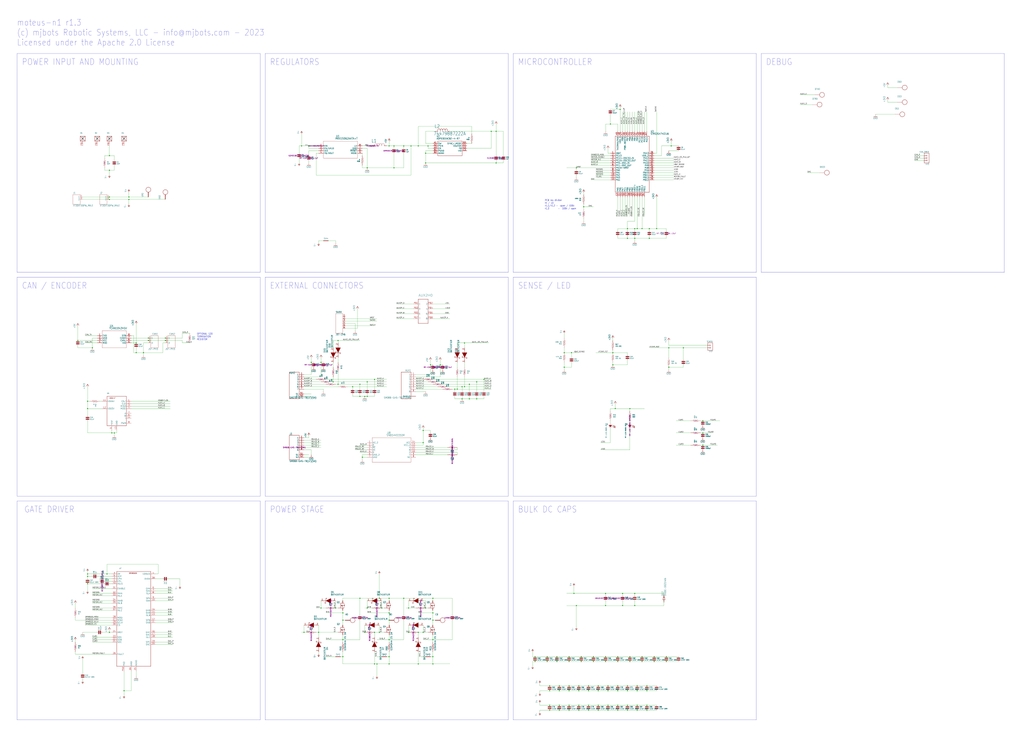
<source format=kicad_sch>
(kicad_sch (version 20250114) (generator "eeschema") (generator_version "9.0")
  (paper "User" 1069.49 771.042)
  (lib_symbols
    (symbol "moteus_n1-eagle-import:+3V3" (power)
      (symbol "+3V3_1_0"
        (pin power_in line (at 0 -2.54 90) (length 2.54) (name "+3V3") (number "1"))
      )
    )
    (symbol "moteus_n1-eagle-import:+5V" (power)
      (symbol "+5V_1_0"
        (pin power_in line (at 0 -2.54 90) (length 2.54) (name "+5V") (number "1"))
      )
    )
    (symbol "moteus_n1-eagle-import:1X2"
      (symbol "1X2_1_0"
        (text "01" (at 0 0 0) (effects (font (size 1.016 1.016))))
        (text "02" (at 0 -2.54 0) (effects (font (size 1.016 1.016))))
        (pin bidirectional line (at 2.54 0 180) (length 0) (name "1") (number "1"))
        (pin bidirectional line (at 2.54 -2.54 180) (length 0) (name "2") (number "2"))
      )
    )
    (symbol "moteus_n1-eagle-import:1X3"
      (symbol "1X3_1_0"
        (text "01" (at 0 2.54 0) (effects (font (size 1.016 1.016))))
        (text "02" (at 0 0 0) (effects (font (size 1.016 1.016))))
        (text "03" (at 0 -2.54 0) (effects (font (size 1.016 1.016))))
        (pin bidirectional line (at 2.54 2.54 180) (length 0) (name "1") (number "1"))
        (pin bidirectional line (at 2.54 0 180) (length 0) (name "2") (number "2"))
        (pin bidirectional line (at 2.54 -2.54 180) (length 0) (name "3") (number "3"))
      )
    )
    (symbol "moteus_n1-eagle-import:74479887222A"
      (symbol "74479887222A_1_0"
        (pin passive line (at 0 0 0) (length 2.54) (name "2") (number "2"))
        (pin passive line (at 15.24 0 180) (length 2.54) (name "1") (number "1"))
      )
    )
    (symbol "moteus_n1-eagle-import:ADP5301ACBZ-4-R7"
      (property "Reference" "IC" (at 31.75 7.62 0))
      (symbol "ADP5301ACBZ-4-R7_1_0"
        (pin bidirectional line (at 0 0 0) (length 5.08) (name "SW") (number "A1"))
        (pin bidirectional line (at 0 -2.54 0) (length 5.08) (name "PVIN") (number "A2"))
        (pin bidirectional line (at 0 -5.08 0) (length 5.08) (name "EN") (number "A3"))
        (pin bidirectional line (at 0 -7.62 0) (length 5.08) (name "PGND") (number "B1"))
        (pin bidirectional line (at 0 -10.16 0) (length 5.08) (name "AGND") (number "B2"))
        (pin bidirectional line (at 35.56 0 180) (length 5.08) (name "SYNC/_MODE") (number "B3"))
        (pin bidirectional line (at 35.56 -2.54 180) (length 5.08) (name "VOUTOK") (number "C1"))
        (pin bidirectional line (at 35.56 -5.08 180) (length 5.08) (name "FB") (number "C2"))
        (pin bidirectional line (at 35.56 -7.62 180) (length 5.08) (name "VID") (number "C3"))
      )
    )
    (symbol "moteus_n1-eagle-import:AS5147"
      (symbol "AS5147_1_0"
        (text "AS5147" (at -7.62 12.7 0) (effects (font (size 1.27 1.0795)) (justify left bottom)))
        (pin bidirectional line (at -15.24 10.16 0) (length 5.08) (name "VDD5V") (number "11"))
        (pin bidirectional line (at -15.24 2.54 0) (length 5.08) (name "VDD3V") (number "12"))
        (pin bidirectional line (at -5.08 -20.32 90) (length 5.08) (name "TEST") (number "5"))
        (pin bidirectional line (at 0 -20.32 90) (length 5.08) (name "GND") (number "13"))
        (pin bidirectional line (at 15.24 10.16 180) (length 5.08) (name "CS/") (number "1"))
        (pin bidirectional line (at 15.24 7.62 180) (length 5.08) (name "CLK") (number "2"))
        (pin bidirectional line (at 15.24 5.08 180) (length 5.08) (name "MISO") (number "3"))
        (pin bidirectional line (at 15.24 2.54 180) (length 5.08) (name "MOSI") (number "4"))
        (pin bidirectional line (at 15.24 -2.54 180) (length 5.08) (name "A") (number "7"))
        (pin bidirectional line (at 15.24 -5.08 180) (length 5.08) (name "B") (number "6"))
        (pin bidirectional line (at 15.24 -7.62 180) (length 5.08) (name "I") (number "14"))
        (pin bidirectional line (at 15.24 -12.7 180) (length 5.08) (name "PWM") (number "8"))
      )
    )
    (symbol "moteus_n1-eagle-import:BAT41KFILM"
      (property "Reference" "D" (at 12.7 8.89 0))
      (symbol "BAT41KFILM_1_0"
        (pin bidirectional line (at 2.54 0 0) (length 2.54) (name "K") (number "1"))
        (pin bidirectional line (at 17.78 0 180) (length 2.54) (name "A") (number "2"))
      )
    )
    (symbol "moteus_n1-eagle-import:CAPACITOR_NP_0402"
      (property "Reference" "C" (at 2.54 1.524 0))
      (symbol "CAPACITOR_NP_0402_1_0"
        (pin passive line (at 0 2.54 270) (length 0) (name "P$1") (number "P$1"))
        (pin passive line (at 0 -2.54 90) (length 0) (name "P$2") (number "P$2"))
      )
    )
    (symbol "moteus_n1-eagle-import:CAPACITOR_NP_0603"
      (property "Reference" "C" (at 2.54 1.524 0))
      (symbol "CAPACITOR_NP_0603_1_0"
        (pin passive line (at 0 2.54 270) (length 0) (name "P$1") (number "P$1"))
        (pin passive line (at 0 -2.54 90) (length 0) (name "P$2") (number "P$2"))
      )
    )
    (symbol "moteus_n1-eagle-import:CAPACITOR_NP_0805"
      (property "Reference" "C" (at 2.54 1.524 0))
      (symbol "CAPACITOR_NP_0805_1_0"
        (pin passive line (at 0 2.54 270) (length 0) (name "P$1") (number "P$1"))
        (pin passive line (at 0 -2.54 90) (length 0) (name "P$2") (number "P$2"))
      )
    )
    (symbol "moteus_n1-eagle-import:CAPACITOR_NP_1206"
      (property "Reference" "C" (at 2.54 1.524 0))
      (symbol "CAPACITOR_NP_1206_1_0"
        (pin passive line (at 0 2.54 270) (length 0) (name "P$1") (number "P$1"))
        (pin passive line (at 0 -2.54 90) (length 0) (name "P$2") (number "P$2"))
      )
    )
    (symbol "moteus_n1-eagle-import:CAPACITOR_NP_NOBORDER"
      (symbol "CAPACITOR_NP_NOBORDER_1_0"
        (pin passive line (at 0 2.54 270) (length 0) (name "P$1") (number "P$1"))
        (pin passive line (at 0 -2.54 90) (length 0) (name "P$2") (number "P$2"))
      )
    )
    (symbol "moteus_n1-eagle-import:DIODE-DO214AA"
      (property "Reference" "D" (at 2.54 0.4826 0))
      (symbol "DIODE-DO214AA_1_0"
        (text "SpiceOrder 1" (at -2.54 0 0) (effects (font (size 0.4064 0.3454))))
        (text "SpiceOrder 2" (at 2.54 0 0) (effects (font (size 0.4064 0.3454))))
        (pin passive line (at -2.54 0 0) (length 0) (name "A") (number "A"))
        (pin passive line (at 2.54 0 180) (length 0) (name "C") (number "C"))
      )
    )
    (symbol "moteus_n1-eagle-import:DRV8353S"
      (symbol "DRV8353S_1_0"
        (text "DRV8353S" (at -5.08 48.26 0) (effects (font (size 1.27 1.0795)) (justify left bottom)))
        (pin bidirectional line (at -22.86 48.26 0) (length 5.08) (name "VM") (number "3"))
        (pin bidirectional line (at -22.86 45.72 0) (length 5.08) (name "VCP") (number "5"))
        (pin bidirectional line (at -22.86 43.18 0) (length 5.08) (name "CPH") (number "2"))
        (pin bidirectional line (at -22.86 40.64 0) (length 5.08) (name "CPL") (number "1"))
        (pin bidirectional line (at -22.86 38.1 0) (length 5.08) (name "VGLS") (number "40"))
        (pin bidirectional line (at -22.86 33.02 0) (length 5.08) (name "ENABLE") (number "31"))
        (pin bidirectional line (at -22.86 27.94 0) (length 5.08) (name "INHA") (number "32"))
        (pin bidirectional line (at -22.86 25.4 0) (length 5.08) (name "INLA") (number "33"))
        (pin bidirectional line (at -22.86 20.32 0) (length 5.08) (name "INHB") (number "34"))
        (pin bidirectional line (at -22.86 17.78 0) (length 5.08) (name "INLB") (number "35"))
        (pin bidirectional line (at -22.86 12.7 0) (length 5.08) (name "INHC") (number "36"))
        (pin bidirectional line (at -22.86 10.16 0) (length 5.08) (name "INLC") (number "37"))
        (pin bidirectional line (at -22.86 2.54 0) (length 5.08) (name "MOSI") (number "28"))
        (pin bidirectional line (at -22.86 0 0) (length 5.08) (name "MISO") (number "27"))
        (pin bidirectional line (at -22.86 -2.54 0) (length 5.08) (name "SCLK") (number "29"))
        (pin bidirectional line (at -22.86 -5.08 0) (length 5.08) (name "CS") (number "30"))
        (pin bidirectional line (at -22.86 -12.7 0) (length 5.08) (name "VREF") (number "24"))
        (pin bidirectional line (at -22.86 -17.78 0) (length 5.08) (name "SOA") (number "23"))
        (pin bidirectional line (at -22.86 -20.32 0) (length 5.08) (name "SOB") (number "22"))
        (pin bidirectional line (at -22.86 -22.86 0) (length 5.08) (name "SOC") (number "21"))
        (pin bidirectional line (at -22.86 -35.56 0) (length 5.08) (name "FAULT") (number "26"))
        (pin bidirectional line (at -10.16 -53.34 90) (length 5.08) (name "PAD") (number "PAD"))
        (pin bidirectional line (at -2.54 -53.34 90) (length 5.08) (name "GND") (number "39"))
        (pin bidirectional line (at 2.54 -53.34 90) (length 5.08) (name "AGND") (number "25"))
        (pin bidirectional line (at 22.86 48.26 180) (length 5.08) (name "VDRAIN") (number "4"))
        (pin bidirectional line (at 22.86 43.18 180) (length 5.08) (name "DVDD") (number "38"))
        (pin bidirectional line (at 22.86 33.02 180) (length 5.08) (name "GHA") (number "6"))
        (pin bidirectional line (at 22.86 30.48 180) (length 5.08) (name "SHA") (number "7"))
        (pin bidirectional line (at 22.86 27.94 180) (length 5.08) (name "GLA") (number "8"))
        (pin bidirectional line (at 22.86 22.86 180) (length 5.08) (name "SPA") (number "9"))
        (pin bidirectional line (at 22.86 20.32 180) (length 5.08) (name "SNA") (number "10"))
        (pin bidirectional line (at 22.86 10.16 180) (length 5.08) (name "GHB") (number "15"))
        (pin bidirectional line (at 22.86 7.62 180) (length 5.08) (name "SHB") (number "14"))
        (pin bidirectional line (at 22.86 5.08 180) (length 5.08) (name "GLB") (number "13"))
        (pin bidirectional line (at 22.86 0 180) (length 5.08) (name "SPB") (number "12"))
        (pin bidirectional line (at 22.86 -2.54 180) (length 5.08) (name "SNB") (number "11"))
        (pin bidirectional line (at 22.86 -12.7 180) (length 5.08) (name "GHC") (number "16"))
        (pin bidirectional line (at 22.86 -15.24 180) (length 5.08) (name "SHC") (number "17"))
        (pin bidirectional line (at 22.86 -17.78 180) (length 5.08) (name "GLC") (number "18"))
        (pin bidirectional line (at 22.86 -22.86 180) (length 5.08) (name "SPC") (number "19"))
        (pin bidirectional line (at 22.86 -25.4 180) (length 5.08) (name "SNC") (number "20"))
      )
    )
    (symbol "moteus_n1-eagle-import:GND" (power)
      (symbol "GND_1_0"
        (pin power_in line (at 0 2.54 270) (length 2.54) (name "GND") (number "1"))
      )
    )
    (symbol "moteus_n1-eagle-import:JST-PH3"
      (symbol "JST-PH3_1_0"
        (pin passive line (at 5.08 2.54 180) (length 2.54) (name "1") (number "1"))
        (pin passive line (at 5.08 0 180) (length 2.54) (name "2") (number "2"))
        (pin passive line (at 5.08 -2.54 180) (length 2.54) (name "3") (number "3"))
      )
    )
    (symbol "moteus_n1-eagle-import:JST-ZH6"
      (symbol "JST-ZH6_1_0"
        (pin passive line (at 5.08 7.62 180) (length 2.54) (name "1") (number "1"))
        (pin passive line (at 5.08 5.08 180) (length 2.54) (name "2") (number "2"))
        (pin passive line (at 5.08 2.54 180) (length 2.54) (name "3") (number "3"))
        (pin passive line (at 5.08 0 180) (length 2.54) (name "4") (number "4"))
        (pin passive line (at 5.08 -2.54 180) (length 2.54) (name "5") (number "5"))
        (pin passive line (at 5.08 -5.08 180) (length 2.54) (name "6") (number "6"))
      )
    )
    (symbol "moteus_n1-eagle-import:LED_SINGLE-0603-RED"
      (property "Reference" "D" (at -2.54 -2.54 0))
      (symbol "LED_SINGLE-0603-RED_1_0"
        (pin power_in line (at -2.54 0 0) (length 2.54) (name "ANODE") (number "ANODE"))
        (pin power_in line (at 2.54 0 180) (length 2.54) (name "CATHODE") (number "CATHODE"))
      )
    )
    (symbol "moteus_n1-eagle-import:MAX15062AATA+T"
      (symbol "MAX15062AATA+T_1_0"
        (pin input line (at 2.54 0 0) (length 5.08) (name "VIN") (number "1"))
        (pin input line (at 2.54 -2.54 0) (length 5.08) (name "EN/UVLO") (number "2"))
        (pin power_in line (at 2.54 -5.08 0) (length 5.08) (name "VCC") (number "3"))
        (pin bidirectional line (at 2.54 -7.62 0) (length 5.08) (name "FB/VOUT") (number "4"))
        (pin passive line (at 48.26 0 180) (length 5.08) (name "LX") (number "8"))
        (pin power_in line (at 48.26 -2.54 180) (length 5.08) (name "GND") (number "7"))
        (pin output line (at 48.26 -5.08 180) (length 5.08) (name "~{RESET}") (number "6"))
        (pin input line (at 48.26 -7.62 180) (length 5.08) (name "MODE") (number "5"))
      )
    )
    (symbol "moteus_n1-eagle-import:MOUNT"
      (symbol "MOUNT_1_0"
        (pin bidirectional line (at 0 -7.62 90) (length 5.08) (name "P$1") (number "P$1"))
      )
    )
    (symbol "moteus_n1-eagle-import:PAD16AWG_TERM"
      (symbol "PAD16AWG_TERM_1_0"
        (pin bidirectional line (at -7.62 0 0) (length 5.08) (name "P$1") (number "1"))
        (pin bidirectional line (at -7.62 0 0) (length 5.08) (name "P$1") (number "10"))
        (pin bidirectional line (at -7.62 0 0) (length 5.08) (name "P$1") (number "11"))
        (pin bidirectional line (at -7.62 0 0) (length 5.08) (name "P$1") (number "12"))
        (pin bidirectional line (at -7.62 0 0) (length 5.08) (name "P$1") (number "13"))
        (pin bidirectional line (at -7.62 0 0) (length 5.08) (name "P$1") (number "2"))
        (pin bidirectional line (at -7.62 0 0) (length 5.08) (name "P$1") (number "3"))
        (pin bidirectional line (at -7.62 0 0) (length 5.08) (name "P$1") (number "4"))
        (pin bidirectional line (at -7.62 0 0) (length 5.08) (name "P$1") (number "5"))
        (pin bidirectional line (at -7.62 0 0) (length 5.08) (name "P$1") (number "6"))
        (pin bidirectional line (at -7.62 0 0) (length 5.08) (name "P$1") (number "7"))
        (pin bidirectional line (at -7.62 0 0) (length 5.08) (name "P$1") (number "8"))
        (pin bidirectional line (at -7.62 0 0) (length 5.08) (name "P$1") (number "9"))
      )
    )
    (symbol "moteus_n1-eagle-import:PAD24AWG_PAD"
      (symbol "PAD24AWG_PAD_1_0"
        (pin bidirectional line (at -7.62 0 0) (length 5.08) (name "P$1") (number "P$1"))
      )
    )
    (symbol "moteus_n1-eagle-import:PH2X4"
      (symbol "PH2X4_1_0"
        (pin bidirectional line (at -10.16 -5.08 0) (length 5.08) (name "1") (number "P$1"))
        (pin bidirectional line (at -10.16 -10.16 0) (length 5.08) (name "3") (number "P$3"))
        (pin bidirectional line (at -10.16 -15.24 0) (length 5.08) (name "5") (number "P$5"))
        (pin bidirectional line (at -10.16 -20.32 0) (length 5.08) (name "7") (number "P$7"))
        (pin bidirectional line (at 10.16 -5.08 180) (length 5.08) (name "2") (number "P$2"))
        (pin bidirectional line (at 10.16 -10.16 180) (length 5.08) (name "4") (number "P$4"))
        (pin bidirectional line (at 10.16 -15.24 180) (length 5.08) (name "6") (number "P$6"))
        (pin bidirectional line (at 10.16 -20.32 180) (length 5.08) (name "8") (number "P$8"))
      )
    )
    (symbol "moteus_n1-eagle-import:R-US_M1206"
      (property "Reference" "R" (at -3.81 1.4986 0))
      (symbol "R-US_M1206_1_0"
        (pin passive line (at -5.08 0 0) (length 2.54) (name "1") (number "1"))
        (pin passive line (at 5.08 0 180) (length 2.54) (name "2") (number "2"))
      )
    )
    (symbol "moteus_n1-eagle-import:RESISTOR_0402"
      (property "Reference" "R" (at 2.54 1.524 0))
      (symbol "RESISTOR_0402_1_0"
        (pin passive line (at 0 5.08 270) (length 2.54) (name "P$1") (number "P$1"))
        (pin passive line (at 0 -5.08 90) (length 2.54) (name "P$2") (number "P$2"))
      )
    )
    (symbol "moteus_n1-eagle-import:RESISTOR_0805"
      (property "Reference" "R" (at 2.54 1.524 0))
      (symbol "RESISTOR_0805_1_0"
        (pin passive line (at 0 5.08 270) (length 2.54) (name "P$1") (number "P$1"))
        (pin passive line (at 0 -5.08 90) (length 2.54) (name "P$2") (number "P$2"))
      )
    )
    (symbol "moteus_n1-eagle-import:SHORTMEDIUM"
      (property "Reference" "SH" (at -2.2225 1.27 0))
      (symbol "SHORTMEDIUM_1_0"
        (pin bidirectional line (at -2.54 0 0) (length 0) (name "P$1") (number "1"))
        (pin bidirectional line (at 2.54 0 0) (length 0) (name "P$2") (number "2"))
      )
    )
    (symbol "moteus_n1-eagle-import:SHORTT5"
      (property "Reference" "SH" (at -2.2225 1.27 0))
      (symbol "SHORTT5_1_0"
        (pin bidirectional line (at -2.54 0 0) (length 0) (name "P$1") (number "1"))
        (pin bidirectional line (at 2.54 0 0) (length 0) (name "P$2") (number "2"))
      )
    )
    (symbol "moteus_n1-eagle-import:SM06B-GHS-TB(LF)(SN)"
      (property "Reference" "J" (at -5.0839 13.2182 0))
      (symbol "SM06B-GHS-TB(LF)(SN)_1_0"
        (pin passive line (at 10.16 10.16 180) (length 5.08) (name "1") (number "1"))
        (pin passive line (at 10.16 7.62 180) (length 5.08) (name "2") (number "2"))
        (pin passive line (at 10.16 5.08 180) (length 5.08) (name "3") (number "3"))
        (pin passive line (at 10.16 2.54 180) (length 5.08) (name "4") (number "4"))
        (pin passive line (at 10.16 0 180) (length 5.08) (name "5") (number "5"))
        (pin passive line (at 10.16 -2.54 180) (length 5.08) (name "6") (number "6"))
        (pin power_in line (at 10.16 -7.62 180) (length 5.08) (name "S1") (number "S1"))
        (pin power_in line (at 10.16 -10.16 180) (length 5.08) (name "S2") (number "S2"))
      )
    )
    (symbol "moteus_n1-eagle-import:SM07B-GHS-TB(LF)(SN)"
      (property "Reference" "J" (at -5.0839 13.2182 0))
      (symbol "SM07B-GHS-TB(LF)(SN)_1_0"
        (pin passive line (at 10.16 10.16 180) (length 5.08) (name "1") (number "1"))
        (pin passive line (at 10.16 7.62 180) (length 5.08) (name "2") (number "2"))
        (pin passive line (at 10.16 5.08 180) (length 5.08) (name "3") (number "3"))
        (pin passive line (at 10.16 2.54 180) (length 5.08) (name "4") (number "4"))
        (pin passive line (at 10.16 0 180) (length 5.08) (name "5") (number "5"))
        (pin passive line (at 10.16 -2.54 180) (length 5.08) (name "6") (number "6"))
        (pin passive line (at 10.16 -5.08 180) (length 5.08) (name "7") (number "7"))
        (pin power_in line (at 10.16 -10.16 180) (length 5.08) (name "S1") (number "S1"))
        (pin power_in line (at 10.16 -12.7 180) (length 5.08) (name "S2") (number "S2"))
      )
    )
    (symbol "moteus_n1-eagle-import:SM08B-GHS-TB(LF)(SN)"
      (property "Reference" "J" (at -5.0863 13.733 0))
      (symbol "SM08B-GHS-TB(LF)(SN)_1_0"
        (pin passive line (at -10.16 10.16 0) (length 5.08) (name "1") (number "1"))
        (pin passive line (at -10.16 7.62 0) (length 5.08) (name "2") (number "2"))
        (pin passive line (at -10.16 5.08 0) (length 5.08) (name "3") (number "3"))
        (pin passive line (at -10.16 2.54 0) (length 5.08) (name "4") (number "4"))
        (pin passive line (at -10.16 0 0) (length 5.08) (name "5") (number "5"))
        (pin passive line (at -10.16 -2.54 0) (length 5.08) (name "6") (number "6"))
        (pin passive line (at -10.16 -5.08 0) (length 5.08) (name "7") (number "7"))
        (pin passive line (at -10.16 -7.62 0) (length 5.08) (name "8") (number "8"))
        (pin passive line (at -10.16 -12.7 0) (length 5.08) (name "SHIELD") (number "SH1"))
        (pin passive line (at -10.16 -12.7 0) (length 5.08) (name "SHIELD") (number "SH2"))
      )
    )
    (symbol "moteus_n1-eagle-import:SN65HVD35DR"
      (symbol "SN65HVD35DR_1_0"
        (pin passive line (at 2.54 0 0) (length 5.08) (name "NC_2") (number "1"))
        (pin input line (at 2.54 -2.54 0) (length 5.08) (name "R") (number "2"))
        (pin input line (at 2.54 -5.08 0) (length 5.08) (name "~{RE}") (number "3"))
        (pin input line (at 2.54 -7.62 0) (length 5.08) (name "DE") (number "4"))
        (pin input line (at 2.54 -10.16 0) (length 5.08) (name "D") (number "5"))
        (pin power_in line (at 2.54 -12.7 0) (length 5.08) (name "GND_2") (number "6"))
        (pin power_in line (at 2.54 -15.24 0) (length 5.08) (name "GND") (number "7"))
        (pin power_in line (at 53.34 0 180) (length 5.08) (name "VCC") (number "14"))
        (pin power_in line (at 53.34 -2.54 180) (length 5.08) (name "VCC_2") (number "13"))
        (pin output line (at 53.34 -5.08 180) (length 5.08) (name "A") (number "12"))
        (pin output line (at 53.34 -7.62 180) (length 5.08) (name "B") (number "11"))
        (pin output line (at 53.34 -10.16 180) (length 5.08) (name "Z") (number "10"))
        (pin output line (at 53.34 -12.7 180) (length 5.08) (name "Y") (number "9"))
        (pin passive line (at 53.34 -15.24 180) (length 5.08) (name "NC") (number "8"))
      )
    )
    (symbol "moteus_n1-eagle-import:SRN4018-220M"
      (symbol "SRN4018-220M_1_0"
        (pin passive line (at 0 0 0) (length 2.54) (name "2") (number "2"))
        (pin passive line (at 15.24 0 180) (length 2.54) (name "1") (number "1"))
      )
    )
    (symbol "moteus_n1-eagle-import:STM32G474CEU6"
      (property "Reference" "IC" (at 41.91 22.86 0))
      (symbol "STM32G474CEU6_1_0"
        (pin bidirectional line (at 0 0 0) (length 5.08) (name "VBAT") (number "1"))
        (pin bidirectional line (at 0 -2.54 0) (length 5.08) (name "PC13") (number "2"))
        (pin bidirectional line (at 0 -5.08 0) (length 5.08) (name "PC14-OSC32_IN") (number "3"))
        (pin bidirectional line (at 0 -7.62 0) (length 5.08) (name "PC15-OSC32_OUT") (number "4"))
        (pin bidirectional line (at 0 -10.16 0) (length 5.08) (name "PF0-OSC_IN") (number "5"))
        (pin bidirectional line (at 0 -12.7 0) (length 5.08) (name "PF1-OSC_OUT") (number "6"))
        (pin bidirectional line (at 0 -15.24 0) (length 5.08) (name "PG10-NRST") (number "7"))
        (pin bidirectional line (at 0 -17.78 0) (length 5.08) (name "PA0") (number "8"))
        (pin bidirectional line (at 0 -20.32 0) (length 5.08) (name "PA1") (number "9"))
        (pin bidirectional line (at 0 -22.86 0) (length 5.08) (name "PA2") (number "10"))
        (pin bidirectional line (at 0 -25.4 0) (length 5.08) (name "PA3") (number "11"))
        (pin bidirectional line (at 0 -27.94 0) (length 5.08) (name "PA4") (number "12"))
        (pin bidirectional line (at 7.62 22.86 270) (length 5.08) (name "THERMALPAD") (number "49"))
        (pin bidirectional line (at 7.62 -45.72 90) (length 5.08) (name "PA5") (number "13"))
        (pin bidirectional line (at 10.16 22.86 270) (length 5.08) (name "VDD_3") (number "48"))
        (pin bidirectional line (at 10.16 -45.72 90) (length 5.08) (name "PA6") (number "14"))
        (pin bidirectional line (at 12.7 22.86 270) (length 5.08) (name "PB9") (number "47"))
        (pin bidirectional line (at 12.7 -45.72 90) (length 5.08) (name "PA7") (number "15"))
        (pin bidirectional line (at 15.24 22.86 270) (length 5.08) (name "PB8-BOOT0") (number "46"))
        (pin bidirectional line (at 15.24 -45.72 90) (length 5.08) (name "PC4") (number "16"))
        (pin bidirectional line (at 17.78 22.86 270) (length 5.08) (name "PB7") (number "45"))
        (pin bidirectional line (at 17.78 -45.72 90) (length 5.08) (name "PB0") (number "17"))
        (pin bidirectional line (at 20.32 22.86 270) (length 5.08) (name "PB6") (number "44"))
        (pin bidirectional line (at 20.32 -45.72 90) (length 5.08) (name "PB1") (number "18"))
        (pin bidirectional line (at 22.86 22.86 270) (length 5.08) (name "PB5") (number "43"))
        (pin bidirectional line (at 22.86 -45.72 90) (length 5.08) (name "PB2") (number "19"))
        (pin bidirectional line (at 25.4 22.86 270) (length 5.08) (name "PB4") (number "42"))
        (pin bidirectional line (at 25.4 -45.72 90) (length 5.08) (name "VREF+") (number "20"))
        (pin bidirectional line (at 27.94 22.86 270) (length 5.08) (name "PB3") (number "41"))
        (pin bidirectional line (at 27.94 -45.72 90) (length 5.08) (name "VDDA") (number "21"))
        (pin bidirectional line (at 30.48 22.86 270) (length 5.08) (name "PC11") (number "40"))
        (pin bidirectional line (at 30.48 -45.72 90) (length 5.08) (name "PB10") (number "22"))
        (pin bidirectional line (at 33.02 22.86 270) (length 5.08) (name "PC10") (number "39"))
        (pin bidirectional line (at 33.02 -45.72 90) (length 5.08) (name "VDD_1") (number "23"))
        (pin bidirectional line (at 35.56 22.86 270) (length 5.08) (name "PA15") (number "38"))
        (pin bidirectional line (at 35.56 -45.72 90) (length 5.08) (name "PB11") (number "24"))
        (pin bidirectional line (at 38.1 22.86 270) (length 5.08) (name "PA14") (number "37"))
        (pin bidirectional line (at 45.72 0 180) (length 5.08) (name "PA13") (number "36"))
        (pin bidirectional line (at 45.72 -2.54 180) (length 5.08) (name "VDD_2") (number "35"))
        (pin bidirectional line (at 45.72 -5.08 180) (length 5.08) (name "PA12") (number "34"))
        (pin bidirectional line (at 45.72 -7.62 180) (length 5.08) (name "PA11") (number "33"))
        (pin bidirectional line (at 45.72 -10.16 180) (length 5.08) (name "PA10") (number "32"))
        (pin bidirectional line (at 45.72 -12.7 180) (length 5.08) (name "PA9") (number "31"))
        (pin bidirectional line (at 45.72 -15.24 180) (length 5.08) (name "PA8") (number "30"))
        (pin bidirectional line (at 45.72 -17.78 180) (length 5.08) (name "PC6") (number "29"))
        (pin bidirectional line (at 45.72 -20.32 180) (length 5.08) (name "PB15") (number "28"))
        (pin bidirectional line (at 45.72 -22.86 180) (length 5.08) (name "PB14") (number "27"))
        (pin bidirectional line (at 45.72 -25.4 180) (length 5.08) (name "PB13") (number "26"))
        (pin bidirectional line (at 45.72 -27.94 180) (length 5.08) (name "PB12") (number "25"))
      )
    )
    (symbol "moteus_n1-eagle-import:TCAN1042HGV"
      (symbol "TCAN1042HGV_1_0"
        (pin input line (at -17.78 2.54 0) (length 5.08) (name "TXD") (number "1"))
        (pin power_in line (at -17.78 0 0) (length 5.08) (name "GND") (number "2"))
        (pin power_in line (at -17.78 -2.54 0) (length 5.08) (name "VCC") (number "3"))
        (pin output line (at -17.78 -5.08 0) (length 5.08) (name "RXD") (number "4"))
        (pin input line (at 17.78 2.54 180) (length 5.08) (name "STB") (number "8"))
        (pin bidirectional line (at 17.78 0 180) (length 5.08) (name "CANH") (number "7"))
        (pin bidirectional line (at 17.78 -2.54 180) (length 5.08) (name "CANL") (number "6"))
        (pin input line (at 17.78 -5.08 180) (length 5.08) (name "VIO") (number "5"))
      )
    )
    (symbol "moteus_n1-eagle-import:TPH1R204PLSOP_ADVANCE_8"
      (symbol "TPH1R204PLSOP_ADVANCE_8_1_0"
        (pin passive line (at -2.54 -2.54 0) (length 2.54) (name "G") (number "4"))
        (pin passive line (at 2.54 5.08 270) (length 2.54) (name "D") (number "5"))
        (pin passive line (at 2.54 5.08 270) (length 2.54) (name "D") (number "6"))
        (pin passive line (at 2.54 5.08 270) (length 2.54) (name "D") (number "7"))
        (pin passive line (at 2.54 5.08 270) (length 2.54) (name "D") (number "8"))
        (pin passive line (at 2.54 5.08 270) (length 2.54) (name "D") (number "PAD"))
        (pin passive line (at 2.54 -5.08 90) (length 2.54) (name "S") (number "1"))
        (pin passive line (at 2.54 -5.08 90) (length 2.54) (name "S") (number "2"))
        (pin passive line (at 2.54 -5.08 90) (length 2.54) (name "S") (number "3"))
      )
    )
    (symbol "moteus_n1-eagle-import:TPH1R204PL_VIAS"
      (symbol "TPH1R204PL_VIAS_1_0"
        (pin passive line (at -2.54 -2.54 0) (length 2.54) (name "G") (number "4"))
        (pin passive line (at 2.54 5.08 270) (length 2.54) (name "D") (number "5"))
        (pin passive line (at 2.54 5.08 270) (length 2.54) (name "D") (number "6"))
        (pin passive line (at 2.54 5.08 270) (length 2.54) (name "D") (number "7"))
        (pin passive line (at 2.54 5.08 270) (length 2.54) (name "D") (number "8"))
        (pin passive line (at 2.54 5.08 270) (length 2.54) (name "D") (number "PAD"))
        (pin passive line (at 2.54 -5.08 90) (length 2.54) (name "S") (number "1"))
        (pin passive line (at 2.54 -5.08 90) (length 2.54) (name "S") (number "2"))
        (pin passive line (at 2.54 -5.08 90) (length 2.54) (name "S") (number "3"))
      )
    )
    (symbol "moteus_n1-eagle-import:V+" (power)
      (symbol "V+_1_0"
        (pin power_in line (at 0 -2.54 90) (length 2.54) (name "V+") (number "1"))
      )
    )
    (symbol "moteus_n1-eagle-import:V-" (power)
      (symbol "V-_1_0"
        (pin power_in line (at 0 2.54 270) (length 2.54) (name "V-") (number "1"))
      )
    )
    (symbol "moteus_n1-eagle-import:XT30XT30PW_MALE"
      (symbol "XT30XT30PW_MALE_1_0"
        (pin passive line (at 5.08 2.54 180) (length 2.54) (name "1") (number "1"))
        (pin passive line (at 5.08 0 180) (length 2.54) (name "2") (number "2"))
      )
    )
  )
  (text "GATE DRIVER" (at 25.4 535.94 0) (effects (font (size 6.4516 5.4838)) (justify left bottom)))
  (text "MICROCONTROLLER" (at 541.02 68.58 0) (effects (font (size 6.4516 5.4838)) (justify left bottom)))
  (text "EXTERNAL CONNECTORS" (at 281.94 302.26 0) (effects (font (size 6.4516 5.4838)) (justify left bottom)))
  (text "PCB rev divider\nHI / LO\nr1.1/r1.2 -  open / 100k\nr1.3        -  100k / open" (at 568.96 208.28 0) (effects (font (size 1.778 1.5113)) (justify left top)))
  (text "POWER INPUT AND MOUNTING" (at 22.86 68.58 0) (effects (font (size 6.4516 5.4838)) (justify left bottom)))
  (text "moteus-n1 r1.3\n(c) mjbots Robotic Systems, LLC - info@mjbots.com - 2023\nLicensed under the Apache 2.0 License" (at 17.78 48.26 0) (effects (font (size 6.4516 5.4838)) (justify left bottom)))
  (text "BULK DC CAPS" (at 541.02 535.94 0) (effects (font (size 6.4516 5.4838)) (justify left bottom)))
  (text "DEBUG" (at 800.1 68.58 0) (effects (font (size 6.4516 5.4838)) (justify left bottom)))
  (text "REGULATORS" (at 281.94 68.58 0) (effects (font (size 6.4516 5.4838)) (justify left bottom)))
  (text "SENSE / LED" (at 541.02 302.26 0) (effects (font (size 6.4516 5.4838)) (justify left bottom)))
  (text "POWER STAGE" (at 281.94 535.94 0) (effects (font (size 6.4516 5.4838)) (justify left bottom)))
  (text "CAN / ENCODER" (at 22.86 302.26 0) (effects (font (size 6.4516 5.4838)) (justify left bottom)))
  (text "OPTIONAL 120\nTERMINATION\nRESISTOR" (at 205.74 355.6 0) (effects (font (size 1.778 1.5113)) (justify left bottom)))
  (junction (at 335.28 378.46))
  (junction (at 485.14 358.14))
  (junction (at 657.86 690.88))
  (junction (at 632.46 685.8))
  (junction (at 91.44 419.1))
  (junction (at 632.46 690.88))
  (junction (at 406.4 693.42))
  (junction (at 665.48 238.76))
  (junction (at 452.12 693.42))
  (junction (at 574.04 736.6))
  (junction (at 325.12 378.46))
  (junction (at 114.3 177.8))
  (junction (at 695.96 690.88))
  (junction (at 584.2 741.68))
  (junction (at 635 736.6))
  (junction (at 675.64 736.6))
  (junction (at 698.5 363.22))
  (junction (at 114.3 205.74))
  (junction (at 114.3 162.56))
  (junction (at 332.74 660.4))
  (junction (at 657.86 685.8))
  (junction (at 406.4 668.02))
  (junction (at 396.24 660.4))
  (junction (at 647.7 114.3))
  (junction (at 114.3 208.28))
  (junction (at 452.12 668.02))
  (junction (at 665.48 721.36))
  (junction (at 375.92 401.32))
  (junction (at 383.54 414.02))
  (junction (at 619.76 685.8))
  (junction (at 662.94 238.76))
  (junction (at 375.92 624.84))
  (junction (at 119.38 452.12))
  (junction (at 594.36 721.36))
  (junction (at 607.06 690.88))
  (junction (at 490.22 416.56))
  (junction (at 406.4 152.4))
  (junction (at 411.48 175.26))
  (junction (at 655.32 721.36))
  (junction (at 497.84 416.56))
  (junction (at 571.5 685.8))
  (junction (at 154.94 353.06))
  (junction (at 645.16 736.6))
  (junction (at 482.6 416.56))
  (junction (at 685.8 238.76))
  (junction (at 358.14 668.02))
  (junction (at 391.16 693.42))
  (junction (at 574.04 716.28))
  (junction (at 594.36 736.6))
  (junction (at 574.04 721.36))
  (junction (at 624.84 736.6))
  (junction (at 172.72 353.06))
  (junction (at 655.32 741.68))
  (junction (at 584.2 716.28))
  (junction (at 477.52 406.4))
  (junction (at 662.94 619.76))
  (junction (at 441.96 449.58))
  (junction (at 675.64 721.36))
  (junction (at 594.36 741.68))
  (junction (at 142.24 358.14))
  (junction (at 358.14 640.08))
  (junction (at 129.54 721.36))
  (junction (at 518.16 137.16))
  (junction (at 436.88 152.4))
  (junction (at 675.64 741.68))
  (junction (at 490.22 401.32))
  (junction (at 322.58 152.4))
  (junction (at 383.54 398.78))
  (junction (at 584.2 736.6))
  (junction (at 662.94 632.46))
  (junction (at 655.32 238.76))
  (junction (at 604.52 721.36))
  (junction (at 347.98 398.78))
  (junction (at 426.72 660.4))
  (junction (at 482.6 403.86))
  (junction (at 645.16 741.68))
  (junction (at 655.32 716.28))
  (junction (at 436.88 660.4))
  (junction (at 368.3 403.86))
  (junction (at 624.84 716.28))
  (junction (at 383.54 175.26))
  (junction (at 421.64 624.84))
  (junction (at 624.84 741.68))
  (junction (at 665.48 741.68))
  (junction (at 665.48 736.6))
  (junction (at 713.74 363.22))
  (junction (at 116.84 452.12))
  (junction (at 154.94 355.6))
  (junction (at 391.16 660.4))
  (junction (at 350.52 635))
  (junction (at 645.16 716.28))
  (junction (at 614.68 741.68))
  (junction (at 149.86 368.3))
  (junction (at 558.8 690.88))
  (junction (at 452.12 640.08))
  (junction (at 637.54 129.54))
  (junction (at 447.04 152.4))
  (junction (at 635 716.28))
  (junction (at 459.74 381))
  (junction (at 381 414.02))
  (junction (at 675.64 716.28))
  (junction (at 650.24 619.76))
  (junction (at 581.66 685.8))
  (junction (at 358.14 647.7))
  (junction (at 655.32 736.6))
  (junction (at 607.06 685.8))
  (junction (at 596.9 368.3))
  (junction (at 640.08 381))
  (junction (at 474.98 406.4))
  (junction (at 142.24 368.3))
  (junction (at 421.64 152.4))
  (junction (at 383.54 635))
  (junction (at 452.12 647.7))
  (junction (at 485.14 403.86))
  (junction (at 444.5 160.02))
  (junction (at 604.52 716.28))
  (junction (at 378.46 477.52))
  (junction (at 584.2 721.36))
  (junction (at 604.52 736.6))
  (junction (at 314.96 152.4))
  (junction (at 601.98 632.46))
  (junction (at 670.56 685.8))
  (junction (at 406.4 640.08))
  (junction (at 609.6 215.9))
  (junction (at 683.26 690.88))
  (junction (at 111.76 599.44))
  (junction (at 381 660.4))
  (junction (at 632.46 619.76))
  (junction (at 513.08 137.16))
  (junction (at 353.06 355.6))
  (junction (at 589.28 368.3))
  (junction (at 505.46 396.24))
  (junction (at 441.96 462.28))
  (junction (at 444.5 635))
  (junction (at 452.12 685.8))
  (junction (at 444.5 170.18))
  (junction (at 518.16 170.18))
  (junction (at 645.16 721.36))
  (junction (at 558.8 685.8))
  (junction (at 650.24 632.46))
  (junction (at 396.24 624.84))
  (junction (at 635 741.68))
  (junction (at 589.28 383.54))
  (junction (at 655.32 248.92))
  (junction (at 614.68 716.28))
  (junction (at 678.18 238.76))
  (junction (at 406.4 685.8))
  (junction (at 614.68 736.6))
  (junction (at 497.84 398.78))
  (junction (at 734.06 464.82))
  (junction (at 604.52 741.68))
  (junction (at 134.62 205.74))
  (junction (at 594.36 716.28))
  (junction (at 698.5 383.54))
  (junction (at 114.3 660.4))
  (junction (at 172.72 355.6))
  (junction (at 393.7 693.42))
  (junction (at 411.48 152.4))
  (junction (at 734.06 439.42))
  (junction (at 619.76 690.88))
  (junction (at 645.16 690.88))
  (junction (at 91.44 601.98))
  (junction (at 624.84 721.36))
  (junction (at 375.92 414.02))
  (junction (at 441.96 660.4))
  (junction (at 657.86 426.72))
  (junction (at 81.28 355.6))
  (junction (at 683.26 685.8))
  (junction (at 594.36 690.88))
  (junction (at 91.44 426.72))
  (junction (at 640.08 368.3))
  (junction (at 695.96 685.8))
  (junction (at 571.5 690.88))
  (junction (at 614.68 721.36))
  (junction (at 429.26 152.4))
  (junction (at 358.14 685.8))
  (junction (at 594.36 685.8))
  (junction (at 452.12 624.84))
  (junction (at 96.52 363.22))
  (junction (at 642.62 426.72))
  (junction (at 734.06 452.12))
  (junction (at 406.4 624.84))
  (junction (at 391.16 396.24))
  (junction (at 398.78 635))
  (junction (at 449.58 381))
  (junction (at 662.94 248.92))
  (junction (at 645.16 685.8))
  (junction (at 426.72 635))
  (junction (at 353.06 401.32))
  (junction (at 134.62 208.28))
  (junction (at 665.48 716.28))
  (junction (at 581.66 690.88))
  (junction (at 635 721.36))
  (junction (at 406.4 647.7))
  (junction (at 335.28 635))
  (junction (at 317.5 660.4))
  (junction (at 701.04 152.4))
  (junction (at 670.56 690.88))
  (junction (at 678.18 248.92))
  (junction (at 599.44 619.76))
  (junction (at 632.46 632.46))
  (junction (at 574.04 741.68))
  (junction (at 91.44 599.44))
  (junction (at 436.88 693.42))
  (junction (at 601.98 175.26))
  (junction (at 91.44 609.6))
  (junction (at 670.56 238.76))
  (wire (pts (xy 116.84 607.06) (xy 109.22 607.06)) (stroke (width 0.1524)))
  (wire (pts (xy 406.4 152.4) (xy 411.48 152.4)) (stroke (width 0.1524)))
  (wire (pts (xy 525.78 137.16) (xy 525.78 162.56)) (stroke (width 0.1524)))
  (wire (pts (xy 637.54 185.42) (xy 622.3 185.42)) (stroke (width 0.1524)))
  (wire (pts (xy 353.06 401.32) (xy 375.92 401.32)) (stroke (width 0.1524)))
  (wire (pts (xy 322.58 157.48) (xy 322.58 162.56)) (stroke (width 0.1524)))
  (wire (pts (xy 149.86 368.3) (xy 149.86 370.84)) (stroke (width 0.1524)))
  (wire (pts (xy 340.36 635) (xy 335.28 635)) (stroke (width 0.1524)))
  (wire (pts (xy 518.16 137.16) (xy 525.78 137.16)) (stroke (width 0.1524)))
  (wire (pts (xy 106.68 660.4) (xy 114.3 660.4)) (stroke (width 0.1524)))
  (wire (pts (xy 436.88 152.4) (xy 447.04 152.4)) (stroke (width 0.1524)))
  (polyline (pts (xy 17.78 523.24) (xy 271.78 523.24)) (stroke (width 0.1524) (type solid)))
  (polyline (pts (xy 530.86 284.48) (xy 276.86 284.48)) (stroke (width 0.1524) (type solid)))
  (wire (pts (xy 698.5 360.68) (xy 739.14 360.68)) (stroke (width 0.1524)))
  (wire (pts (xy 665.48 721.36) (xy 675.64 721.36)) (stroke (width 0.1524)))
  (wire (pts (xy 662.94 632.46) (xy 693.42 632.46)) (stroke (width 0.1524)))
  (wire (pts (xy 381 660.4) (xy 378.46 660.4)) (stroke (width 0.1524)))
  (wire (pts (xy 91.44 599.44) (xy 91.44 596.9)) (stroke (width 0.1524)))
  (wire (pts (xy 391.16 406.4) (xy 391.16 396.24)) (stroke (width 0.1524)))
  (polyline (pts (xy 271.78 289.56) (xy 17.78 289.56)) (stroke (width 0.1524) (type solid)))
  (polyline (pts (xy 276.86 518.16) (xy 276.86 289.56)) (stroke (width 0.1524) (type solid)))
  (wire (pts (xy 452.12 322.58) (xy 469.9 322.58)) (stroke (width 0.1524)))
  (wire (pts (xy 444.5 157.48) (xy 444.5 160.02)) (stroke (width 0.1524)))
  (wire (pts (xy 645.16 137.16) (xy 645.16 129.54)) (stroke (width 0.1524)))
  (polyline (pts (xy 535.94 518.16) (xy 789.94 518.16)) (stroke (width 0.1524) (type solid)))
  (polyline (pts (xy 17.78 751.84) (xy 17.78 523.24)) (stroke (width 0.1524) (type solid)))
  (wire (pts (xy 347.98 355.6) (xy 353.06 355.6)) (stroke (width 0.1524)))
  (wire (pts (xy 332.74 665.48) (xy 332.74 660.4)) (stroke (width 0.1524)))
  (wire (pts (xy 378.46 474.98) (xy 378.46 477.52)) (stroke (width 0.1524)))
  (wire (pts (xy 637.54 182.88) (xy 622.3 182.88)) (stroke (width 0.1524)))
  (wire (pts (xy 317.5 477.52) (xy 322.58 477.52)) (stroke (width 0.1524)))
  (wire (pts (xy 162.56 670.56) (xy 180.34 670.56)) (stroke (width 0.1524)))
  (wire (pts (xy 137.16 419.1) (xy 177.8 419.1)) (stroke (width 0.1524)))
  (wire (pts (xy 449.58 381) (xy 452.12 381)) (stroke (width 0.1524)))
  (wire (pts (xy 675.64 137.16) (xy 675.64 116.84)) (stroke (width 0.1524)))
  (wire (pts (xy 111.76 599.44) (xy 91.44 599.44)) (stroke (width 0.1524)))
  (wire (pts (xy 358.14 680.72) (xy 358.14 685.8)) (stroke (width 0.1524)))
  (wire (pts (xy 485.14 358.14) (xy 510.54 358.14)) (stroke (width 0.1524)))
  (wire (pts (xy 624.84 736.6) (xy 635 736.6)) (stroke (width 0.1524)))
  (wire (pts (xy 421.64 642.62) (xy 421.64 624.84)) (stroke (width 0.1524)))
  (wire (pts (xy 411.48 175.26) (xy 411.48 160.02)) (stroke (width 0.1524)))
  (wire (pts (xy 647.7 114.3) (xy 637.54 114.3)) (stroke (width 0.1524)))
  (wire (pts (xy 406.4 640.08) (xy 383.54 640.08)) (stroke (width 0.1524)))
  (wire (pts (xy 673.1 137.16) (xy 673.1 116.84)) (stroke (width 0.1524)))
  (wire (pts (xy 657.86 690.88) (xy 670.56 690.88)) (stroke (width 0.1524)))
  (wire (pts (xy 162.56 604.52) (xy 170.18 604.52)) (stroke (width 0.1524)))
  (wire (pts (xy 850.9 99.06) (xy 835.66 99.06)) (stroke (width 0.1524)))
  (wire (pts (xy 472.44 668.02) (xy 452.12 668.02)) (stroke (width 0.1524)))
  (wire (pts (xy 713.74 383.54) (xy 713.74 381)) (stroke (width 0.1524)))
  (wire (pts (xy 332.74 154.94) (xy 322.58 154.94)) (stroke (width 0.1524)))
  (wire (pts (xy 449.58 391.16) (xy 449.58 381)) (stroke (width 0.1524)))
  (wire (pts (xy 477.52 469.9) (xy 477.52 467.36)) (stroke (width 0.1524)))
  (wire (pts (xy 162.56 637.54) (xy 180.34 637.54)) (stroke (width 0.1524)))
  (wire (pts (xy 403.86 152.4) (xy 406.4 152.4)) (stroke (width 0.1524)))
  (wire (pts (xy 91.44 439.42) (xy 91.44 452.12)) (stroke (width 0.1524)))
  (wire (pts (xy 665.48 205.74) (xy 665.48 238.76)) (stroke (width 0.1524)))
  (wire (pts (xy 693.42 619.76) (xy 693.42 622.3)) (stroke (width 0.1524)))
  (wire (pts (xy 388.62 635) (xy 383.54 635)) (stroke (width 0.1524)))
  (wire (pts (xy 378.46 154.94) (xy 383.54 154.94)) (stroke (width 0.1524)))
  (wire (pts (xy 162.56 624.84) (xy 180.34 624.84)) (stroke (width 0.1524)))
  (wire (pts (xy 678.18 238.76) (xy 685.8 238.76)) (stroke (width 0.1524)))
  (wire (pts (xy 698.5 363.22) (xy 713.74 363.22)) (stroke (width 0.1524)))
  (wire (pts (xy 383.54 627.38) (xy 383.54 635)) (stroke (width 0.1524)))
  (wire (pts (xy 734.06 464.82) (xy 749.3 464.82)) (stroke (width 0.1524)))
  (wire (pts (xy 78.74 635) (xy 78.74 629.92)) (stroke (width 0.1524)))
  (wire (pts (xy 599.44 619.76) (xy 632.46 619.76)) (stroke (width 0.1524)))
  (wire (pts (xy 162.56 673.1) (xy 180.34 673.1)) (stroke (width 0.1524)))
  (wire (pts (xy 589.28 383.54) (xy 596.9 383.54)) (stroke (width 0.1524)))
  (wire (pts (xy 624.84 741.68) (xy 635 741.68)) (stroke (width 0.1524)))
  (wire (pts (xy 452.12 662.94) (xy 452.12 668.02)) (stroke (width 0.1524)))
  (wire (pts (xy 116.84 635) (xy 96.52 635)) (stroke (width 0.1524)))
  (wire (pts (xy 518.16 170.18) (xy 518.16 167.64)) (stroke (width 0.1524)))
  (wire (pts (xy 731.52 439.42) (xy 734.06 439.42)) (stroke (width 0.1524)))
  (wire (pts (xy 358.14 647.7) (xy 358.14 652.78)) (stroke (width 0.1524)))
  (wire (pts (xy 698.5 373.38) (xy 698.5 363.22)) (stroke (width 0.1524)))
  (wire (pts (xy 383.54 467.36) (xy 370.84 467.36)) (stroke (width 0.1524)))
  (wire (pts (xy 391.16 665.48) (xy 391.16 660.4)) (stroke (width 0.1524)))
  (wire (pts (xy 619.76 685.8) (xy 632.46 685.8)) (stroke (width 0.1524)))
  (wire (pts (xy 665.48 736.6) (xy 675.64 736.6)) (stroke (width 0.1524)))
  (wire (pts (xy 563.88 716.28) (xy 574.04 716.28)) (stroke (width 0.1524)))
  (wire (pts (xy 431.8 317.5) (xy 414.02 317.5)) (stroke (width 0.1524)))
  (wire (pts (xy 96.52 353.06) (xy 96.52 363.22)) (stroke (width 0.1524)))
  (wire (pts (xy 114.3 177.8) (xy 119.38 177.8)) (stroke (width 0.1524)))
  (wire (pts (xy 434.34 401.32) (xy 452.12 401.32)) (stroke (width 0.1524)))
  (polyline (pts (xy 535.94 55.88) (xy 789.94 55.88)) (stroke (width 0.1524) (type solid)))
  (wire (pts (xy 436.88 665.48) (xy 436.88 660.4)) (stroke (width 0.1524)))
  (wire (pts (xy 477.52 358.14) (xy 477.52 363.22)) (stroke (width 0.1524)))
  (wire (pts (xy 134.62 205.74) (xy 134.62 200.66)) (stroke (width 0.1524)))
  (wire (pts (xy 640.08 368.3) (xy 655.32 368.3)) (stroke (width 0.1524)))
  (wire (pts (xy 317.5 462.28) (xy 335.28 462.28)) (stroke (width 0.1524)))
  (wire (pts (xy 927.1 91.44) (xy 937.26 91.44)) (stroke (width 0.1524)))
  (wire (pts (xy 604.52 721.36) (xy 614.68 721.36)) (stroke (width 0.1524)))
  (wire (pts (xy 657.86 426.72) (xy 657.86 429.26)) (stroke (width 0.1524)))
  (wire (pts (xy 116.84 665.48) (xy 96.52 665.48)) (stroke (width 0.1524)))
  (wire (pts (xy 378.46 172.72) (xy 378.46 175.26)) (stroke (width 0.1524)))
  (wire (pts (xy 594.36 741.68) (xy 604.52 741.68)) (stroke (width 0.1524)))
  (wire (pts (xy 421.64 668.02) (xy 406.4 668.02)) (stroke (width 0.1524)))
  (wire (pts (xy 434.34 393.7) (xy 459.74 393.7)) (stroke (width 0.1524)))
  (wire (pts (xy 655.32 716.28) (xy 665.48 716.28)) (stroke (width 0.1524)))
  (wire (pts (xy 383.54 477.52) (xy 378.46 477.52)) (stroke (width 0.1524)))
  (wire (pts (xy 375.92 411.48) (xy 375.92 414.02)) (stroke (width 0.1524)))
  (wire (pts (xy 563.88 734.06) (xy 563.88 736.6)) (stroke (width 0.1524)))
  (wire (pts (xy 632.46 619.76) (xy 650.24 619.76)) (stroke (width 0.1524)))
  (wire (pts (xy 91.44 426.72) (xy 106.68 426.72)) (stroke (width 0.1524)))
  (wire (pts (xy 358.14 668.02) (xy 358.14 670.56)) (stroke (width 0.1524)))
  (wire (pts (xy 393.7 706.12) (xy 393.7 693.42)) (stroke (width 0.1524)))
  (wire (pts (xy 350.52 627.38) (xy 350.52 635)) (stroke (width 0.1524)))
  (wire (pts (xy 114.3 182.88) (xy 114.3 177.8)) (stroke (width 0.1524)))
  (wire (pts (xy 134.62 208.28) (xy 134.62 213.36)) (stroke (width 0.1524)))
  (wire (pts (xy 162.56 662.94) (xy 180.34 662.94)) (stroke (width 0.1524)))
  (wire (pts (xy 914.4 119.38) (xy 934.72 119.38)) (stroke (width 0.1524)))
  (wire (pts (xy 452.12 332.74) (xy 469.9 332.74)) (stroke (width 0.1524)))
  (wire (pts (xy 421.64 175.26) (xy 421.64 160.02)) (stroke (width 0.1524)))
  (wire (pts (xy 134.62 208.28) (xy 172.72 208.28)) (stroke (width 0.1524)))
  (wire (pts (xy 190.5 347.98) (xy 198.12 347.98)) (stroke (width 0.1524)))
  (wire (pts (xy 406.4 640.08) (xy 406.4 647.7)) (stroke (width 0.1524)))
  (wire (pts (xy 314.96 152.4) (xy 314.96 139.7)) (stroke (width 0.1524)))
  (wire (pts (xy 347.98 398.78) (xy 347.98 393.7)) (stroke (width 0.1524)))
  (wire (pts (xy 459.74 393.7) (xy 459.74 381)) (stroke (width 0.1524)))
  (wire (pts (xy 662.94 246.38) (xy 662.94 248.92)) (stroke (width 0.1524)))
  (wire (pts (xy 635 716.28) (xy 645.16 716.28)) (stroke (width 0.1524)))
  (wire (pts (xy 353.06 388.62) (xy 353.06 401.32)) (stroke (width 0.1524)))
  (wire (pts (xy 391.16 680.72) (xy 391.16 693.42)) (stroke (width 0.1524)))
  (wire (pts (xy 685.8 238.76) (xy 685.8 205.74)) (stroke (width 0.1524)))
  (wire (pts (xy 116.84 449.58) (xy 116.84 452.12)) (stroke (width 0.1524)))
  (wire (pts (xy 594.36 736.6) (xy 604.52 736.6)) (stroke (width 0.1524)))
  (wire (pts (xy 358.14 640.08) (xy 358.14 647.7)) (stroke (width 0.1524)))
  (wire (pts (xy 391.16 411.48) (xy 391.16 414.02)) (stroke (width 0.1524)))
  (wire (pts (xy 604.52 716.28) (xy 614.68 716.28)) (stroke (width 0.1524)))
  (wire (pts (xy 452.12 154.94) (xy 447.04 154.94)) (stroke (width 0.1524)))
  (wire (pts (xy 632.46 685.8) (xy 645.16 685.8)) (stroke (width 0.1524)))
  (wire (pts (xy 109.22 162.56) (xy 109.22 165.1)) (stroke (width 0.1524)))
  (wire (pts (xy 668.02 205.74) (xy 668.02 226.06)) (stroke (width 0.1524)))
  (wire (pts (xy 609.6 200.66) (xy 609.6 203.2)) (stroke (width 0.1524)))
  (wire (pts (xy 624.84 721.36) (xy 635 721.36)) (stroke (width 0.1524)))
  (wire (pts (xy 655.32 246.38) (xy 655.32 248.92)) (stroke (width 0.1524)))
  (polyline (pts (xy 535.94 523.24) (xy 535.94 751.84)) (stroke (width 0.1524) (type solid)))
  (wire (pts (xy 662.94 205.74) (xy 662.94 231.14)) (stroke (width 0.1524)))
  (wire (pts (xy 571.5 690.88) (xy 581.66 690.88)) (stroke (width 0.1524)))
  (wire (pts (xy 149.86 368.3) (xy 170.18 368.3)) (stroke (width 0.1524)))
  (wire (pts (xy 86.36 208.28) (xy 114.3 208.28)) (stroke (width 0.1524)))
  (wire (pts (xy 383.54 411.48) (xy 383.54 414.02)) (stroke (width 0.1524)))
  (wire (pts (xy 378.46 152.4) (xy 388.62 152.4)) (stroke (width 0.1524)))
  (wire (pts (xy 116.84 604.52) (xy 104.14 604.52)) (stroke (width 0.1524)))
  (wire (pts (xy 685.8 160.02) (xy 685.8 116.84)) (stroke (width 0.1524)))
  (wire (pts (xy 662.94 238.76) (xy 662.94 241.3)) (stroke (width 0.1524)))
  (wire (pts (xy 441.96 449.58) (xy 441.96 447.04)) (stroke (width 0.1524)))
  (wire (pts (xy 637.54 165.1) (xy 617.22 165.1)) (stroke (width 0.1524)))
  (wire (pts (xy 695.96 248.92) (xy 695.96 246.38)) (stroke (width 0.1524)))
  (polyline (pts (xy 276.86 751.84) (xy 276.86 523.24)) (stroke (width 0.1524) (type solid)))
  (wire (pts (xy 436.88 152.4) (xy 436.88 132.08)) (stroke (width 0.1524)))
  (wire (pts (xy 601.98 632.46) (xy 632.46 632.46)) (stroke (width 0.1524)))
  (wire (pts (xy 594.36 685.8) (xy 607.06 685.8)) (stroke (width 0.1524)))
  (wire (pts (xy 137.16 350.52) (xy 139.7 350.52)) (stroke (width 0.1524)))
  (wire (pts (xy 642.62 426.72) (xy 657.86 426.72)) (stroke (width 0.1524)))
  (polyline (pts (xy 535.94 751.84) (xy 789.94 751.84)) (stroke (width 0.1524) (type solid)))
  (wire (pts (xy 855.98 180.34) (xy 843.28 180.34)) (stroke (width 0.1524)))
  (wire (pts (xy 637.54 180.34) (xy 622.3 180.34)) (stroke (width 0.1524)))
  (wire (pts (xy 655.32 248.92) (xy 662.94 248.92)) (stroke (width 0.1524)))
  (wire (pts (xy 662.94 248.92) (xy 662.94 251.46)) (stroke (width 0.1524)))
  (wire (pts (xy 330.2 660.4) (xy 332.74 660.4)) (stroke (width 0.1524)))
  (wire (pts (xy 650.24 137.16) (xy 650.24 116.84)) (stroke (width 0.1524)))
  (wire (pts (xy 513.08 137.16) (xy 518.16 137.16)) (stroke (width 0.1524)))
  (wire (pts (xy 317.5 469.9) (xy 325.12 469.9)) (stroke (width 0.1524)))
  (wire (pts (xy 734.06 439.42) (xy 751.84 439.42)) (stroke (width 0.1524)))
  (wire (pts (xy 434.34 391.16) (xy 449.58 391.16)) (stroke (width 0.1524)))
  (wire (pts (xy 347.98 398.78) (xy 383.54 398.78)) (stroke (width 0.1524)))
  (wire (pts (xy 332.74 652.78) (xy 332.74 660.4)) (stroke (width 0.1524)))
  (wire (pts (xy 459.74 381) (xy 462.28 381)) (stroke (width 0.1524)))
  (wire (pts (xy 683.26 160.02) (xy 685.8 160.02)) (stroke (width 0.1524)))
  (wire (pts (xy 91.44 617.22) (xy 91.44 609.6)) (stroke (width 0.1524)))
  (wire (pts (xy 556.26 690.88) (xy 558.8 690.88)) (stroke (width 0.1524)))
  (wire (pts (xy 632.46 129.54) (xy 632.46 137.16)) (stroke (width 0.1524)))
  (wire (pts (xy 698.5 157.48) (xy 708.66 157.48)) (stroke (width 0.1524)))
  (wire (pts (xy 589.28 383.54) (xy 589.28 378.46)) (stroke (width 0.1524)))
  (wire (pts (xy 114.3 657.86) (xy 114.3 660.4)) (stroke (width 0.1524)))
  (wire (pts (xy 142.24 363.22) (xy 142.24 368.3)) (stroke (width 0.1524)))
  (wire (pts (xy 335.28 627.38) (xy 335.28 635)) (stroke (width 0.1524)))
  (wire (pts (xy 162.56 614.68) (xy 180.34 614.68)) (stroke (width 0.1524)))
  (wire (pts (xy 332.74 251.46) (xy 337.82 251.46)) (stroke (width 0.1524)))
  (wire (pts (xy 350.52 401.32) (xy 353.06 401.32)) (stroke (width 0.1524)))
  (wire (pts (xy 472.44 406.4) (xy 474.98 406.4)) (stroke (width 0.1524)))
  (wire (pts (xy 647.7 114.3) (xy 647.7 137.16)) (stroke (width 0.1524)))
  (wire (pts (xy 429.26 182.88) (xy 330.2 182.88)) (stroke (width 0.1524)))
  (wire (pts (xy 332.74 157.48) (xy 322.58 157.48)) (stroke (width 0.1524)))
  (wire (pts (xy 706.12 452.12) (xy 721.36 452.12)) (stroke (width 0.1524)))
  (wire (pts (xy 505.46 396.24) (xy 513.08 396.24)) (stroke (width 0.1524)))
  (wire (pts (xy 396.24 652.78) (xy 396.24 660.4)) (stroke (width 0.1524)))
  (wire (pts (xy 731.52 452.12) (xy 734.06 452.12)) (stroke (width 0.1524)))
  (wire (pts (xy 657.86 447.04) (xy 657.86 469.9)) (stroke (width 0.1524)))
  (wire (pts (xy 350.52 635) (xy 353.06 635)) (stroke (width 0.1524)))
  (wire (pts (xy 698.5 355.6) (xy 698.5 360.68)) (stroke (width 0.1524)))
  (polyline (pts (xy 17.78 518.16) (xy 271.78 518.16)) (stroke (width 0.1524) (type solid)))
  (wire (pts (xy 441.96 627.38) (xy 444.5 627.38)) (stroke (width 0.1524)))
  (wire (pts (xy 350.52 685.8) (xy 340.36 685.8)) (stroke (width 0.1524)))
  (wire (pts (xy 142.24 701.04) (xy 142.24 706.12)) (stroke (width 0.1524)))
  (polyline (pts (xy 795.02 284.48) (xy 795.02 55.88)) (stroke (width 0.1524) (type solid)))
  (wire (pts (xy 137.16 355.6) (xy 154.94 355.6)) (stroke (width 0.1524)))
  (wire (pts (xy 695.96 690.88) (xy 708.66 690.88)) (stroke (width 0.1524)))
  (polyline (pts (xy 789.94 518.16) (xy 789.94 289.56)) (stroke (width 0.1524) (type solid)))
  (wire (pts (xy 378.46 477.52) (xy 378.46 480.06)) (stroke (width 0.1524)))
  (wire (pts (xy 434.34 408.94) (xy 444.5 408.94)) (stroke (width 0.1524)))
  (wire (pts (xy 162.56 650.24) (xy 180.34 650.24)) (stroke (width 0.1524)))
  (wire (pts (xy 474.98 414.02) (xy 474.98 416.56)) (stroke (width 0.1524)))
  (wire (pts (xy 109.22 177.8) (xy 114.3 177.8)) (stroke (width 0.1524)))
  (wire (pts (xy 452.12 317.5) (xy 469.9 317.5)) (stroke (width 0.1524)))
  (wire (pts (xy 312.42 165.1) (xy 312.42 170.18)) (stroke (width 0.1524)))
  (wire (pts (xy 683.26 685.8) (xy 695.96 685.8)) (stroke (width 0.1524)))
  (wire (pts (xy 637.54 119.38) (xy 637.54 129.54)) (stroke (width 0.1524)))
  (wire (pts (xy 421.64 624.84) (xy 452.12 624.84)) (stroke (width 0.1524)))
  (wire (pts (xy 317.5 467.36) (xy 335.28 467.36)) (stroke (width 0.1524)))
  (wire (pts (xy 678.18 238.76) (xy 678.18 241.3)) (stroke (width 0.1524)))
  (wire (pts (xy 637.54 426.72) (xy 637.54 429.26)) (stroke (width 0.1524)))
  (wire (pts (xy 640.08 353.06) (xy 640.08 355.6)) (stroke (width 0.1524)))
  (wire (pts (xy 607.06 685.8) (xy 619.76 685.8)) (stroke (width 0.1524)))
  (wire (pts (xy 601.98 185.42) (xy 601.98 182.88)) (stroke (width 0.1524)))
  (wire (pts (xy 485.14 358.14) (xy 485.14 363.22)) (stroke (width 0.1524)))
  (wire (pts (xy 431.8 322.58) (xy 414.02 322.58)) (stroke (width 0.1524)))
  (wire (pts (xy 556.26 685.8) (xy 558.8 685.8)) (stroke (width 0.1524)))
  (wire (pts (xy 477.52 378.46) (xy 477.52 383.54)) (stroke (width 0.1524)))
  (wire (pts (xy 637.54 177.8) (xy 622.3 177.8)) (stroke (width 0.1524)))
  (wire (pts (xy 642.62 426.72) (xy 637.54 426.72)) (stroke (width 0.1524)))
  (wire (pts (xy 518.16 162.56) (xy 518.16 137.16)) (stroke (width 0.1524)))
  (polyline (pts (xy 530.86 518.16) (xy 276.86 518.16)) (stroke (width 0.1524) (type solid)))
  (wire (pts (xy 624.84 716.28) (xy 635 716.28)) (stroke (width 0.1524)))
  (wire (pts (xy 657.86 137.16) (xy 657.86 116.84)) (stroke (width 0.1524)))
  (wire (pts (xy 655.32 238.76) (xy 655.32 241.3)) (stroke (width 0.1524)))
  (wire (pts (xy 368.3 411.48) (xy 368.3 414.02)) (stroke (width 0.1524)))
  (wire (pts (xy 317.5 391.16) (xy 325.12 391.16)) (stroke (width 0.1524)))
  (wire (pts (xy 485.14 393.7) (xy 485.14 403.86)) (stroke (width 0.1524)))
  (wire (pts (xy 601.98 655.32) (xy 601.98 632.46)) (stroke (width 0.1524)))
  (wire (pts (xy 391.16 414.02) (xy 383.54 414.02)) (stroke (width 0.1524)))
  (wire (pts (xy 701.04 152.4) (xy 701.04 147.32)) (stroke (width 0.1524)))
  (polyline (pts (xy 789.94 751.84) (xy 789.94 523.24)) (stroke (width 0.1524) (type solid)))
  (wire (pts (xy 190.5 353.06) (xy 190.5 347.98)) (stroke (width 0.1524)))
  (wire (pts (xy 114.3 162.56) (xy 109.22 162.56)) (stroke (width 0.1524)))
  (wire (pts (xy 637.54 129.54) (xy 632.46 129.54)) (stroke (width 0.1524)))
  (wire (pts (xy 581.66 690.88) (xy 594.36 690.88)) (stroke (width 0.1524)))
  (wire (pts (xy 584.2 741.68) (xy 594.36 741.68)) (stroke (width 0.1524)))
  (wire (pts (xy 927.1 88.9) (xy 927.1 91.44)) (stroke (width 0.1524)))
  (wire (pts (xy 574.04 741.68) (xy 584.2 741.68)) (stroke (width 0.1524)))
  (wire (pts (xy 317.5 393.7) (xy 335.28 393.7)) (stroke (width 0.1524)))
  (wire (pts (xy 378.46 175.26) (xy 383.54 175.26)) (stroke (width 0.1524)))
  (wire (pts (xy 383.54 414.02) (xy 381 414.02)) (stroke (width 0.1524)))
  (wire (pts (xy 594.36 690.88) (xy 607.06 690.88)) (stroke (width 0.1524)))
  (polyline (pts (xy 271.78 751.84) (xy 17.78 751.84)) (stroke (width 0.1524) (type solid)))
  (wire (pts (xy 137.16 721.36) (xy 129.54 721.36)) (stroke (width 0.1524)))
  (wire (pts (xy 116.84 627.38) (xy 96.52 627.38)) (stroke (width 0.1524)))
  (wire (pts (xy 358.14 637.54) (xy 358.14 640.08)) (stroke (width 0.1524)))
  (wire (pts (xy 601.98 175.26) (xy 591.82 175.26)) (stroke (width 0.1524)))
  (wire (pts (xy 675.64 736.6) (xy 685.8 736.6)) (stroke (width 0.1524)))
  (wire (pts (xy 642.62 421.64) (xy 642.62 426.72)) (stroke (width 0.1524)))
  (wire (pts (xy 665.48 716.28) (xy 675.64 716.28)) (stroke (width 0.1524)))
  (wire (pts (xy 662.94 619.76) (xy 662.94 622.3)) (stroke (width 0.1524)))
  (wire (pts (xy 635 736.6) (xy 645.16 736.6)) (stroke (width 0.1524)))
  (wire (pts (xy 375.92 668.02) (xy 358.14 668.02)) (stroke (width 0.1524)))
  (wire (pts (xy 482.6 403.86) (xy 485.14 403.86)) (stroke (width 0.1524)))
  (wire (pts (xy 485.14 403.86) (xy 513.08 403.86)) (stroke (width 0.1524)))
  (wire (pts (xy 447.04 152.4) (xy 452.12 152.4)) (stroke (width 0.1524)))
  (wire (pts (xy 406.4 685.8) (xy 403.86 685.8)) (stroke (width 0.1524)))
  (polyline (pts (xy 276.86 284.48) (xy 276.86 55.88)) (stroke (width 0.1524) (type solid)))
  (wire (pts (xy 434.34 462.28) (xy 441.96 462.28)) (stroke (width 0.1524)))
  (wire (pts (xy 86.36 205.74) (xy 114.3 205.74)) (stroke (width 0.1524)))
  (wire (pts (xy 662.94 248.92) (xy 678.18 248.92)) (stroke (width 0.1524)))
  (wire (pts (xy 927.1 106.68) (xy 937.26 106.68)) (stroke (width 0.1524)))
  (wire (pts (xy 78.74 670.56) (xy 78.74 668.02)) (stroke (width 0.1524)))
  (wire (pts (xy 101.6 350.52) (xy 88.9 350.52)) (stroke (width 0.1524)))
  (wire (pts (xy 650.24 632.46) (xy 662.94 632.46)) (stroke (width 0.1524)))
  (wire (pts (xy 162.56 619.76) (xy 180.34 619.76)) (stroke (width 0.1524)))
  (wire (pts (xy 662.94 238.76) (xy 665.48 238.76)) (stroke (width 0.1524)))
  (wire (pts (xy 459.74 381) (xy 459.74 375.92)) (stroke (width 0.1524)))
  (polyline (pts (xy 271.78 55.88) (xy 271.78 284.48)) (stroke (width 0.1524) (type solid)))
  (wire (pts (xy 657.86 685.8) (xy 670.56 685.8)) (stroke (width 0.1524)))
  (wire (pts (xy 391.16 340.36) (xy 360.68 340.36)) (stroke (width 0.1524)))
  (wire (pts (xy 563.88 744.22) (xy 563.88 741.68)) (stroke (width 0.1524)))
  (wire (pts (xy 650.24 619.76) (xy 662.94 619.76)) (stroke (width 0.1524)))
  (wire (pts (xy 350.52 254) (xy 350.52 251.46)) (stroke (width 0.1524)))
  (wire (pts (xy 469.9 137.16) (xy 513.08 137.16)) (stroke (width 0.1524)))
  (wire (pts (xy 452.12 624.84) (xy 472.44 624.84)) (stroke (width 0.1524)))
  (wire (pts (xy 645.16 736.6) (xy 655.32 736.6)) (stroke (width 0.1524)))
  (wire (pts (xy 325.12 469.9) (xy 325.12 474.98)) (stroke (width 0.1524)))
  (wire (pts (xy 129.54 721.36) (xy 129.54 726.44)) (stroke (width 0.1524)))
  (polyline (pts (xy 1049.02 55.88) (xy 1049.02 284.48)) (stroke (width 0.1524) (type solid)))
  (polyline (pts (xy 276.86 289.56) (xy 530.86 289.56)) (stroke (width 0.1524) (type solid)))
  (wire (pts (xy 490.22 416.56) (xy 497.84 416.56)) (stroke (width 0.1524)))
  (polyline (pts (xy 535.94 284.48) (xy 535.94 55.88)) (stroke (width 0.1524) (type solid)))
  (wire (pts (xy 683.26 177.8) (xy 703.58 177.8)) (stroke (width 0.1524)))
  (wire (pts (xy 584.2 721.36) (xy 594.36 721.36)) (stroke (width 0.1524)))
  (wire (pts (xy 670.56 137.16) (xy 670.56 116.84)) (stroke (width 0.1524)))
  (wire (pts (xy 434.34 464.82) (xy 441.96 464.82)) (stroke (width 0.1524)))
  (wire (pts (xy 518.16 170.18) (xy 525.78 170.18)) (stroke (width 0.1524)))
  (wire (pts (xy 317.5 474.98) (xy 322.58 474.98)) (stroke (width 0.1524)))
  (wire (pts (xy 91.44 419.1) (xy 93.98 419.1)) (stroke (width 0.1524)))
  (wire (pts (xy 116.84 452.12) (xy 119.38 452.12)) (stroke (width 0.1524)))
  (wire (pts (xy 426.72 635) (xy 424.18 635)) (stroke (width 0.1524)))
  (wire (pts (xy 589.28 353.06) (xy 589.28 347.98)) (stroke (width 0.1524)))
  (wire (pts (xy 332.74 152.4) (xy 322.58 152.4)) (stroke (width 0.1524)))
  (wire (pts (xy 332.74 254) (xy 332.74 251.46)) (stroke (width 0.1524)))
  (wire (pts (xy 187.96 604.52) (xy 187.96 612.14)) (stroke (width 0.1524)))
  (wire (pts (xy 426.72 627.38) (xy 426.72 635)) (stroke (width 0.1524)))
  (wire (pts (xy 556.26 680.72) (xy 556.26 685.8)) (stroke (width 0.1524)))
  (wire (pts (xy 467.36 403.86) (xy 482.6 403.86)) (stroke (width 0.1524)))
  (wire (pts (xy 713.74 363.22) (xy 739.14 363.22)) (stroke (width 0.1524)))
  (wire (pts (xy 396.24 624.84) (xy 396.24 599.44)) (stroke (width 0.1524)))
  (wire (pts (xy 370.84 337.82) (xy 370.84 345.44)) (stroke (width 0.1524)))
  (wire (pts (xy 492.76 132.08) (xy 492.76 139.7)) (stroke (width 0.1524)))
  (wire (pts (xy 645.16 241.3) (xy 645.16 238.76)) (stroke (width 0.1524)))
  (wire (pts (xy 690.88 152.4) (xy 701.04 152.4)) (stroke (width 0.1524)))
  (wire (pts (xy 632.46 690.88) (xy 645.16 690.88)) (stroke (width 0.1524)))
  (wire (pts (xy 609.6 213.36) (xy 609.6 215.9)) (stroke (width 0.1524)))
  (wire (pts (xy 477.52 406.4) (xy 513.08 406.4)) (stroke (width 0.1524)))
  (wire (pts (xy 490.22 401.32) (xy 490.22 408.94)) (stroke (width 0.1524)))
  (wire (pts (xy 518.16 137.16) (xy 518.16 129.54)) (stroke (width 0.1524)))
  (wire (pts (xy 340.36 396.24) (xy 391.16 396.24)) (stroke (width 0.1524)))
  (wire (pts (xy 563.88 713.74) (xy 563.88 716.28)) (stroke (width 0.1524)))
  (wire (pts (xy 116.84 683.26) (xy 78.74 683.26)) (stroke (width 0.1524)))
  (wire (pts (xy 436.88 693.42) (xy 452.12 693.42)) (stroke (width 0.1524)))
  (wire (pts (xy 165.1 599.44) (xy 162.56 599.44)) (stroke (width 0.1524)))
  (wire (pts (xy 396.24 660.4) (xy 401.32 660.4)) (stroke (width 0.1524)))
  (wire (pts (xy 114.3 152.4) (xy 114.3 162.56)) (stroke (width 0.1524)))
  (wire (pts (xy 637.54 162.56) (xy 617.22 162.56)) (stroke (width 0.1524)))
  (polyline (pts (xy 276.86 55.88) (xy 530.86 55.88)) (stroke (width 0.1524) (type solid)))
  (wire (pts (xy 452.12 640.08) (xy 436.88 640.08)) (stroke (width 0.1524)))
  (wire (pts (xy 645.16 685.8) (xy 657.86 685.8)) (stroke (width 0.1524)))
  (wire (pts (xy 452.12 157.48) (xy 444.5 157.48)) (stroke (width 0.1524)))
  (wire (pts (xy 330.2 160.02) (xy 332.74 160.02)) (stroke (width 0.1524)))
  (wire (pts (xy 675.64 716.28) (xy 685.8 716.28)) (stroke (width 0.1524)))
  (wire (pts (xy 317.5 403.86) (xy 353.06 403.86)) (stroke (width 0.1524)))
  (wire (pts (xy 411.48 152.4) (xy 411.48 154.94)) (stroke (width 0.1524)))
  (wire (pts (xy 584.2 716.28) (xy 594.36 716.28)) (stroke (width 0.1524)))
  (polyline (pts (xy 271.78 523.24) (xy 271.78 751.84)) (stroke (width 0.1524) (type solid)))
  (wire (pts (xy 454.66 137.16) (xy 444.5 137.16)) (stroke (width 0.1524)))
  (wire (pts (xy 965.2 165.1) (xy 955.04 165.1)) (stroke (width 0.1524)))
  (wire (pts (xy 441.96 396.24) (xy 434.34 396.24)) (stroke (width 0.1524)))
  (wire (pts (xy 657.86 469.9) (xy 627.38 469.9)) (stroke (width 0.1524)))
  (wire (pts (xy 441.96 660.4) (xy 447.04 660.4)) (stroke (width 0.1524)))
  (wire (pts (xy 444.5 635) (xy 447.04 635)) (stroke (width 0.1524)))
  (wire (pts (xy 596.9 383.54) (xy 596.9 378.46)) (stroke (width 0.1524)))
  (wire (pts (xy 655.32 736.6) (xy 665.48 736.6)) (stroke (width 0.1524)))
  (wire (pts (xy 563.88 723.9) (xy 563.88 721.36)) (stroke (width 0.1524)))
  (wire (pts (xy 637.54 439.42) (xy 637.54 441.96)) (stroke (width 0.1524)))
  (wire (pts (xy 116.84 637.54) (xy 96.52 637.54)) (stroke (width 0.1524)))
  (wire (pts (xy 421.64 152.4) (xy 429.26 152.4)) (stroke (width 0.1524)))
  (wire (pts (xy 322.58 167.64) (xy 322.58 170.18)) (stroke (width 0.1524)))
  (polyline (pts (xy 271.78 284.48) (xy 17.78 284.48)) (stroke (width 0.1524) (type solid)))
  (wire (pts (xy 444.5 160.02) (xy 444.5 170.18)) (stroke (width 0.1524)))
  (wire (pts (xy 655.32 741.68) (xy 665.48 741.68)) (stroke (width 0.1524)))
  (wire (pts (xy 358.14 668.02) (xy 358.14 662.94)) (stroke (width 0.1524)))
  (wire (pts (xy 330.2 396.24) (xy 317.5 396.24)) (stroke (width 0.1524)))
  (wire (pts (xy 635 721.36) (xy 645.16 721.36)) (stroke (width 0.1524)))
  (wire (pts (xy 665.48 741.68) (xy 675.64 741.68)) (stroke (width 0.1524)))
  (wire (pts (xy 457.2 398.78) (xy 497.84 398.78)) (stroke (width 0.1524)))
  (wire (pts (xy 662.94 231.14) (xy 655.32 231.14)) (stroke (width 0.1524)))
  (wire (pts (xy 589.28 368.3) (xy 589.28 363.22)) (stroke (width 0.1524)))
  (wire (pts (xy 378.46 160.02) (xy 378.46 162.56)) (stroke (width 0.1524)))
  (wire (pts (xy 434.34 469.9) (xy 477.52 469.9)) (stroke (width 0.1524)))
  (wire (pts (xy 698.5 383.54) (xy 713.74 383.54)) (stroke (width 0.1524)))
  (wire (pts (xy 482.6 416.56) (xy 490.22 416.56)) (stroke (width 0.1524)))
  (wire (pts (xy 406.4 647.7) (xy 406.4 652.78)) (stroke (width 0.1524)))
  (wire (pts (xy 406.4 693.42) (xy 436.88 693.42)) (stroke (width 0.1524)))
  (wire (pts (xy 101.6 355.6) (xy 81.28 355.6)) (stroke (width 0.1524)))
  (wire (pts (xy 619.76 690.88) (xy 632.46 690.88)) (stroke (width 0.1524)))
  (wire (pts (xy 353.06 373.38) (xy 353.06 378.46)) (stroke (width 0.1524)))
  (wire (pts (xy 497.84 416.56) (xy 497.84 414.02)) (stroke (width 0.1524)))
  (wire (pts (xy 452.12 327.66) (xy 469.9 327.66)) (stroke (width 0.1524)))
  (wire (pts (xy 477.52 393.7) (xy 477.52 406.4)) (stroke (width 0.1524)))
  (polyline (pts (xy 795.02 55.88) (xy 1049.02 55.88)) (stroke (width 0.1524) (type solid)))
  (wire (pts (xy 655.32 231.14) (xy 655.32 238.76)) (stroke (width 0.1524)))
  (wire (pts (xy 360.68 342.9) (xy 373.38 342.9)) (stroke (width 0.1524)))
  (wire (pts (xy 650.24 632.46) (xy 650.24 627.38)) (stroke (width 0.1524)))
  (wire (pts (xy 452.12 668.02) (xy 452.12 670.56)) (stroke (width 0.1524)))
  (wire (pts (xy 637.54 170.18) (xy 617.22 170.18)) (stroke (width 0.1524)))
  (polyline (pts (xy 789.94 55.88) (xy 789.94 284.48)) (stroke (width 0.1524) (type solid)))
  (wire (pts (xy 614.68 736.6) (xy 624.84 736.6)) (stroke (width 0.1524)))
  (wire (pts (xy 119.38 162.56) (xy 119.38 167.64)) (stroke (width 0.1524)))
  (wire (pts (xy 393.7 693.42) (xy 406.4 693.42)) (stroke (width 0.1524)))
  (wire (pts (xy 317.5 457.2) (xy 322.58 457.2)) (stroke (width 0.1524)))
  (wire (pts (xy 96.52 601.98) (xy 91.44 601.98)) (stroke (width 0.1524)))
  (wire (pts (xy 406.4 624.84) (xy 421.64 624.84)) (stroke (width 0.1524)))
  (wire (pts (xy 650.24 205.74) (xy 650.24 226.06)) (stroke (width 0.1524)))
  (wire (pts (xy 358.14 627.38) (xy 358.14 624.84)) (stroke (width 0.1524)))
  (wire (pts (xy 137.16 421.64) (xy 177.8 421.64)) (stroke (width 0.1524)))
  (wire (pts (xy 497.84 416.56) (xy 505.46 416.56)) (stroke (width 0.1524)))
  (wire (pts (xy 441.96 462.28) (xy 441.96 449.58)) (stroke (width 0.1524)))
  (polyline (pts (xy 17.78 284.48) (xy 17.78 55.88)) (stroke (width 0.1524) (type solid)))
  (wire (pts (xy 434.34 474.98) (xy 467.36 474.98)) (stroke (width 0.1524)))
  (wire (pts (xy 652.78 205.74) (xy 652.78 226.06)) (stroke (width 0.1524)))
  (wire (pts (xy 391.16 396.24) (xy 403.86 396.24)) (stroke (width 0.1524)))
  (wire (pts (xy 358.14 685.8) (xy 358.14 693.42)) (stroke (width 0.1524)))
  (wire (pts (xy 604.52 741.68) (xy 614.68 741.68)) (stroke (width 0.1524)))
  (wire (pts (xy 383.54 464.82) (xy 375.92 464.82)) (stroke (width 0.1524)))
  (wire (pts (xy 368.3 403.86) (xy 403.86 403.86)) (stroke (width 0.1524)))
  (wire (pts (xy 706.12 439.42) (xy 721.36 439.42)) (stroke (width 0.1524)))
  (wire (pts (xy 383.54 175.26) (xy 411.48 175.26)) (stroke (width 0.1524)))
  (wire (pts (xy 375.92 647.7) (xy 375.92 668.02)) (stroke (width 0.1524)))
  (wire (pts (xy 706.12 464.82) (xy 721.36 464.82)) (stroke (width 0.1524)))
  (wire (pts (xy 609.6 228.6) (xy 609.6 231.14)) (stroke (width 0.1524)))
  (wire (pts (xy 690.88 162.56) (xy 690.88 152.4)) (stroke (width 0.1524)))
  (wire (pts (xy 398.78 627.38) (xy 398.78 635)) (stroke (width 0.1524)))
  (wire (pts (xy 165.1 589.28) (xy 165.1 599.44)) (stroke (width 0.1524)))
  (wire (pts (xy 485.14 358.14) (xy 477.52 358.14)) (stroke (width 0.1524)))
  (wire (pts (xy 452.12 160.02) (xy 444.5 160.02)) (stroke (width 0.1524)))
  (wire (pts (xy 375.92 414.02) (xy 381 414.02)) (stroke (width 0.1524)))
  (wire (pts (xy 330.2 182.88) (xy 330.2 160.02)) (stroke (width 0.1524)))
  (wire (pts (xy 393.7 335.28) (xy 360.68 335.28)) (stroke (width 0.1524)))
  (wire (pts (xy 635 160.02) (xy 637.54 160.02)) (stroke (width 0.1524)))
  (wire (pts (xy 391.16 693.42) (xy 393.7 693.42)) (stroke (width 0.1524)))
  (wire (pts (xy 505.46 408.94) (xy 505.46 396.24)) (stroke (width 0.1524)))
  (wire (pts (xy 558.8 690.88) (xy 571.5 690.88)) (stroke (width 0.1524)))
  (wire (pts (xy 637.54 187.96) (xy 617.22 187.96)) (stroke (width 0.1524)))
  (wire (pts (xy 632.46 632.46) (xy 650.24 632.46)) (stroke (width 0.1524)))
  (wire (pts (xy 477.52 472.44) (xy 477.52 474.98)) (stroke (width 0.1524)))
  (wire (pts (xy 556.26 695.96) (xy 556.26 690.88)) (stroke (width 0.1524)))
  (wire (pts (xy 452.12 624.84) (xy 452.12 627.38)) (stroke (width 0.1524)))
  (wire (pts (xy 426.72 652.78) (xy 426.72 660.4)) (stroke (width 0.1524)))
  (wire (pts (xy 452.12 685.8) (xy 452.12 680.72)) (stroke (width 0.1524)))
  (wire (pts (xy 109.22 175.26) (xy 109.22 177.8)) (stroke (width 0.1524)))
  (wire (pts (xy 91.44 601.98) (xy 91.44 604.52)) (stroke (width 0.1524)))
  (wire (pts (xy 358.14 624.84) (xy 375.92 624.84)) (stroke (width 0.1524)))
  (wire (pts (xy 322.58 154.94) (xy 322.58 152.4)) (stroke (width 0.1524)))
  (wire (pts (xy 335.28 635) (xy 330.2 635)) (stroke (width 0.1524)))
  (wire (pts (xy 383.54 635) (xy 381 635)) (stroke (width 0.1524)))
  (wire (pts (xy 345.44 398.78) (xy 347.98 398.78)) (stroke (width 0.1524)))
  (wire (pts (xy 563.88 741.68) (xy 574.04 741.68)) (stroke (width 0.1524)))
  (wire (pts (xy 584.2 736.6) (xy 594.36 736.6)) (stroke (width 0.1524)))
  (wire (pts (xy 172.72 353.06) (xy 190.5 353.06)) (stroke (width 0.1524)))
  (wire (pts (xy 162.56 642.62) (xy 180.34 642.62)) (stroke (width 0.1524)))
  (wire (pts (xy 154.94 353.06) (xy 172.72 353.06)) (stroke (width 0.1524)))
  (wire (pts (xy 411.48 152.4) (xy 421.64 152.4)) (stroke (width 0.1524)))
  (wire (pts (xy 652.78 137.16) (xy 652.78 116.84)) (stroke (width 0.1524)))
  (wire (pts (xy 683.26 167.64) (xy 703.58 167.64)) (stroke (width 0.1524)))
  (wire (pts (xy 670.56 685.8) (xy 683.26 685.8)) (stroke (width 0.1524)))
  (wire (pts (xy 683.26 690.88) (xy 695.96 690.88)) (stroke (width 0.1524)))
  (wire (pts (xy 332.74 660.4) (xy 353.06 660.4)) (stroke (width 0.1524)))
  (polyline (pts (xy 530.86 523.24) (xy 530.86 751.84)) (stroke (width 0.1524) (type solid)))
  (wire (pts (xy 429.26 152.4) (xy 429.26 182.88)) (stroke (width 0.1524)))
  (wire (pts (xy 335.28 378.46) (xy 337.82 378.46)) (stroke (width 0.1524)))
  (wire (pts (xy 175.26 604.52) (xy 187.96 604.52)) (stroke (width 0.1524)))
  (wire (pts (xy 436.88 132.08) (xy 492.76 132.08)) (stroke (width 0.1524)))
  (wire (pts (xy 116.84 614.68) (xy 96.52 614.68)) (stroke (width 0.1524)))
  (wire (pts (xy 322.58 457.2) (xy 322.58 454.66)) (stroke (width 0.1524)))
  (wire (pts (xy 317.5 660.4) (xy 314.96 660.4)) (stroke (width 0.1524)))
  (wire (pts (xy 142.24 358.14) (xy 142.24 337.82)) (stroke (width 0.1524)))
  (wire (pts (xy 645.16 238.76) (xy 655.32 238.76)) (stroke (width 0.1524)))
  (wire (pts (xy 596.9 373.38) (xy 596.9 368.3)) (stroke (width 0.1524)))
  (wire (pts (xy 358.14 640.08) (xy 340.36 640.08)) (stroke (width 0.1524)))
  (wire (pts (xy 604.52 736.6) (xy 614.68 736.6)) (stroke (width 0.1524)))
  (wire (pts (xy 434.34 406.4) (xy 462.28 406.4)) (stroke (width 0.1524)))
  (wire (pts (xy 381 652.78) (xy 381 660.4)) (stroke (width 0.1524)))
  (wire (pts (xy 353.06 358.14) (xy 353.06 355.6)) (stroke (width 0.1524)))
  (wire (pts (xy 436.88 660.4) (xy 441.96 660.4)) (stroke (width 0.1524)))
  (wire (pts (xy 383.54 154.94) (xy 383.54 175.26)) (stroke (width 0.1524)))
  (wire (pts (xy 637.54 462.28) (xy 627.38 462.28)) (stroke (width 0.1524)))
  (wire (pts (xy 601.98 177.8) (xy 601.98 175.26)) (stroke (width 0.1524)))
  (wire (pts (xy 149.86 358.14) (xy 149.86 368.3)) (stroke (width 0.1524)))
  (wire (pts (xy 116.84 645.16) (xy 88.9 645.16)) (stroke (width 0.1524)))
  (wire (pts (xy 657.86 205.74) (xy 657.86 226.06)) (stroke (width 0.1524)))
  (wire (pts (xy 668.02 137.16) (xy 668.02 116.84)) (stroke (width 0.1524)))
  (wire (pts (xy 116.84 622.3) (xy 96.52 622.3)) (stroke (width 0.1524)))
  (wire (pts (xy 505.46 416.56) (xy 505.46 414.02)) (stroke (width 0.1524)))
  (wire (pts (xy 114.3 162.56) (xy 119.38 162.56)) (stroke (width 0.1524)))
  (wire (pts (xy 434.34 472.44) (xy 477.52 472.44)) (stroke (width 0.1524)))
  (wire (pts (xy 449.58 381) (xy 449.58 375.92)) (stroke (width 0.1524)))
  (wire (pts (xy 406.4 662.94) (xy 406.4 668.02)) (stroke (width 0.1524)))
  (wire (pts (xy 497.84 408.94) (xy 497.84 398.78)) (stroke (width 0.1524)))
  (wire (pts (xy 441.96 464.82) (xy 441.96 462.28)) (stroke (width 0.1524)))
  (wire (pts (xy 426.72 660.4) (xy 424.18 660.4)) (stroke (width 0.1524)))
  (wire (pts (xy 454.66 647.7) (xy 452.12 647.7)) (stroke (width 0.1524)))
  (wire (pts (xy 81.28 360.68) (xy 81.28 363.22)) (stroke (width 0.1524)))
  (wire (pts (xy 363.22 403.86) (xy 368.3 403.86)) (stroke (width 0.1524)))
  (wire (pts (xy 645.16 690.88) (xy 657.86 690.88)) (stroke (width 0.1524)))
  (wire (pts (xy 525.78 170.18) (xy 525.78 167.64)) (stroke (width 0.1524)))
  (wire (pts (xy 162.56 640.08) (xy 180.34 640.08)) (stroke (width 0.1524)))
  (wire (pts (xy 655.32 721.36) (xy 665.48 721.36)) (stroke (width 0.1524)))
  (wire (pts (xy 452.12 693.42) (xy 452.12 685.8)) (stroke (width 0.1524)))
  (wire (pts (xy 650.24 619.76) (xy 650.24 622.3)) (stroke (width 0.1524)))
  (wire (pts (xy 101.6 358.14) (xy 88.9 358.14)) (stroke (width 0.1524)))
  (wire (pts (xy 114.3 660.4) (xy 116.84 660.4)) (stroke (width 0.1524)))
  (wire (pts (xy 441.96 449.58) (xy 449.58 449.58)) (stroke (width 0.1524)))
  (wire (pts (xy 683.26 182.88) (xy 703.58 182.88)) (stroke (width 0.1524)))
  (wire (pts (xy 645.16 246.38) (xy 645.16 248.92)) (stroke (width 0.1524)))
  (wire (pts (xy 375.92 406.4) (xy 375.92 401.32)) (stroke (width 0.1524)))
  (wire (pts (xy 665.48 137.16) (xy 665.48 116.84)) (stroke (width 0.1524)))
  (wire (pts (xy 350.52 251.46) (xy 342.9 251.46)) (stroke (width 0.1524)))
  (wire (pts (xy 86.36 703.58) (xy 86.36 688.34)) (stroke (width 0.1524)))
  (wire (pts (xy 485.14 378.46) (xy 485.14 383.54)) (stroke (width 0.1524)))
  (wire (pts (xy 162.56 647.7) (xy 180.34 647.7)) (stroke (width 0.1524)))
  (wire (pts (xy 637.54 172.72) (xy 617.22 172.72)) (stroke (width 0.1524)))
  (wire (pts (xy 406.4 668.02) (xy 406.4 670.56)) (stroke (width 0.1524)))
  (wire (pts (xy 406.4 147.32) (xy 406.4 152.4)) (stroke (width 0.1524)))
  (polyline (pts (xy 17.78 55.88) (xy 271.78 55.88)) (stroke (width 0.1524) (type solid)))
  (wire (pts (xy 398.78 635) (xy 401.32 635)) (stroke (width 0.1524)))
  (wire (pts (xy 693.42 632.46) (xy 693.42 627.38)) (stroke (width 0.1524)))
  (wire (pts (xy 645.16 248.92) (xy 655.32 248.92)) (stroke (width 0.1524)))
  (wire (pts (xy 134.62 205.74) (xy 154.94 205.74)) (stroke (width 0.1524)))
  (wire (pts (xy 452.12 693.42) (xy 469.9 693.42)) (stroke (width 0.1524)))
  (wire (pts (xy 78.74 647.7) (xy 78.74 645.16)) (stroke (width 0.1524)))
  (wire (pts (xy 81.28 355.6) (xy 81.28 340.36)) (stroke (width 0.1524)))
  (wire (pts (xy 78.74 647.7) (xy 116.84 647.7)) (stroke (width 0.1524)))
  (wire (pts (xy 358.14 668.02) (xy 340.36 668.02)) (stroke (width 0.1524)))
  (wire (pts (xy 325.12 391.16) (xy 325.12 378.46)) (stroke (width 0.1524)))
  (wire (pts (xy 154.94 355.6) (xy 172.72 355.6)) (stroke (width 0.1524)))
  (wire (pts (xy 513.08 154.94) (xy 513.08 137.16)) (stroke (width 0.1524)))
  (wire (pts (xy 655.32 137.16) (xy 655.32 116.84)) (stroke (width 0.1524)))
  (wire (pts (xy 104.14 419.1) (xy 106.68 419.1)) (stroke (width 0.1524)))
  (wire (pts (xy 154.94 358.14) (xy 149.86 358.14)) (stroke (width 0.1524)))
  (wire (pts (xy 713.74 363.22) (xy 713.74 375.92)) (stroke (width 0.1524)))
  (wire (pts (xy 91.44 419.1) (xy 91.44 426.72)) (stroke (width 0.1524)))
  (polyline (pts (xy 530.86 55.88) (xy 530.86 284.48)) (stroke (width 0.1524) (type solid)))
  (wire (pts (xy 360.68 647.7) (xy 358.14 647.7)) (stroke (width 0.1524)))
  (wire (pts (xy 406.4 624.84) (xy 406.4 627.38)) (stroke (width 0.1524)))
  (wire (pts (xy 683.26 185.42) (xy 703.58 185.42)) (stroke (width 0.1524)))
  (wire (pts (xy 101.6 353.06) (xy 96.52 353.06)) (stroke (width 0.1524)))
  (wire (pts (xy 444.5 149.86) (xy 452.12 149.86)) (stroke (width 0.1524)))
  (wire (pts (xy 325.12 378.46) (xy 327.66 378.46)) (stroke (width 0.1524)))
  (wire (pts (xy 647.7 111.76) (xy 647.7 114.3)) (stroke (width 0.1524)))
  (wire (pts (xy 434.34 398.78) (xy 447.04 398.78)) (stroke (width 0.1524)))
  (wire (pts (xy 137.16 358.14) (xy 142.24 358.14)) (stroke (width 0.1524)))
  (wire (pts (xy 662.94 137.16) (xy 662.94 116.84)) (stroke (width 0.1524)))
  (wire (pts (xy 675.64 721.36) (xy 685.8 721.36)) (stroke (width 0.1524)))
  (wire (pts (xy 574.04 721.36) (xy 584.2 721.36)) (stroke (width 0.1524)))
  (wire (pts (xy 665.48 238.76) (xy 670.56 238.76)) (stroke (width 0.1524)))
  (wire (pts (xy 317.5 459.74) (xy 335.28 459.74)) (stroke (width 0.1524)))
  (wire (pts (xy 596.9 368.3) (xy 604.52 368.3)) (stroke (width 0.1524)))
  (wire (pts (xy 645.16 741.68) (xy 655.32 741.68)) (stroke (width 0.1524)))
  (wire (pts (xy 591.82 619.76) (xy 599.44 619.76)) (stroke (width 0.1524)))
  (wire (pts (xy 447.04 154.94) (xy 447.04 152.4)) (stroke (width 0.1524)))
  (wire (pts (xy 635 741.68) (xy 645.16 741.68)) (stroke (width 0.1524)))
  (wire (pts (xy 441.96 652.78) (xy 441.96 660.4)) (stroke (width 0.1524)))
  (wire (pts (xy 640.08 365.76) (xy 640.08 368.3)) (stroke (width 0.1524)))
  (wire (pts (xy 335.28 378.46) (xy 335.28 373.38)) (stroke (width 0.1524)))
  (wire (pts (xy 119.38 452.12) (xy 121.92 452.12)) (stroke (width 0.1524)))
  (wire (pts (xy 190.5 355.6) (xy 190.5 358.14)) (stroke (width 0.1524)))
  (wire (pts (xy 88.9 652.78) (xy 116.84 652.78)) (stroke (width 0.1524)))
  (wire (pts (xy 848.36 109.22) (xy 835.66 109.22)) (stroke (width 0.1524)))
  (polyline (pts (xy 1049.02 284.48) (xy 795.02 284.48)) (stroke (width 0.1524) (type solid)))
  (wire (pts (xy 347.98 378.46) (xy 347.98 383.54)) (stroke (width 0.1524)))
  (wire (pts (xy 101.6 601.98) (xy 116.84 601.98)) (stroke (width 0.1524)))
  (wire (pts (xy 657.86 439.42) (xy 657.86 441.96)) (stroke (width 0.1524)))
  (wire (pts (xy 678.18 248.92) (xy 695.96 248.92)) (stroke (width 0.1524)))
  (wire (pts (xy 472.44 624.84) (xy 472.44 642.62)) (stroke (width 0.1524)))
  (wire (pts (xy 452.12 396.24) (xy 505.46 396.24)) (stroke (width 0.1524)))
  (wire (pts (xy 683.26 172.72) (xy 703.58 172.72)) (stroke (width 0.1524)))
  (wire (pts (xy 609.6 215.9) (xy 609.6 218.44)) (stroke (width 0.1524)))
  (wire (pts (xy 406.4 668.02) (xy 393.7 668.02)) (stroke (width 0.1524)))
  (wire (pts (xy 137.16 424.18) (xy 177.8 424.18)) (stroke (width 0.1524)))
  (wire (pts (xy 614.68 721.36) (xy 624.84 721.36)) (stroke (width 0.1524)))
  (polyline (pts (xy 789.94 289.56) (xy 535.94 289.56)) (stroke (width 0.1524) (type solid)))
  (wire (pts (xy 731.52 464.82) (xy 734.06 464.82)) (stroke (width 0.1524)))
  (wire (pts (xy 101.6 660.4) (xy 86.36 660.4)) (stroke (width 0.1524)))
  (wire (pts (xy 116.84 599.44) (xy 111.76 599.44)) (stroke (width 0.1524)))
  (wire (pts (xy 452.12 647.7) (xy 452.12 652.78)) (stroke (width 0.1524)))
  (wire (pts (xy 116.84 619.76) (xy 96.52 619.76)) (stroke (width 0.1524)))
  (wire (pts (xy 421.64 154.94) (xy 421.64 152.4)) (stroke (width 0.1524)))
  (wire (pts (xy 368.3 406.4) (xy 368.3 403.86)) (stroke (width 0.1524)))
  (wire (pts (xy 398.78 685.8) (xy 393.7 685.8)) (stroke (width 0.1524)))
  (wire (pts (xy 129.54 721.36) (xy 129.54 701.04)) (stroke (width 0.1524)))
  (wire (pts (xy 337.82 406.4) (xy 337.82 408.94)) (stroke (width 0.1524)))
  (wire (pts (xy 314.96 152.4) (xy 312.42 152.4)) (stroke (width 0.1524)))
  (wire (pts (xy 637.54 175.26) (xy 601.98 175.26)) (stroke (width 0.1524)))
  (wire (pts (xy 647.7 205.74) (xy 647.7 226.06)) (stroke (width 0.1524)))
  (wire (pts (xy 353.06 355.6) (xy 375.92 355.6)) (stroke (width 0.1524)))
  (wire (pts (xy 154.94 353.06) (xy 137.16 353.06)) (stroke (width 0.1524)))
  (wire (pts (xy 332.74 680.72) (xy 332.74 683.26)) (stroke (width 0.1524)))
  (wire (pts (xy 421.64 647.7) (xy 421.64 668.02)) (stroke (width 0.1524)))
  (wire (pts (xy 375.92 624.84) (xy 375.92 642.62)) (stroke (width 0.1524)))
  (wire (pts (xy 81.28 363.22) (xy 96.52 363.22)) (stroke (width 0.1524)))
  (wire (pts (xy 594.36 721.36) (xy 604.52 721.36)) (stroke (width 0.1524)))
  (wire (pts (xy 632.46 619.76) (xy 632.46 622.3)) (stroke (width 0.1524)))
  (wire (pts (xy 91.44 403.86) (xy 91.44 419.1)) (stroke (width 0.1524)))
  (wire (pts (xy 558.8 685.8) (xy 571.5 685.8)) (stroke (width 0.1524)))
  (wire (pts (xy 170.18 368.3) (xy 170.18 358.14)) (stroke (width 0.1524)))
  (wire (pts (xy 662.94 632.46) (xy 662.94 627.38)) (stroke (width 0.1524)))
  (wire (pts (xy 162.56 617.22) (xy 180.34 617.22)) (stroke (width 0.1524)))
  (wire (pts (xy 660.4 205.74) (xy 660.4 226.06)) (stroke (width 0.1524)))
  (wire (pts (xy 317.5 411.48) (xy 325.12 411.48)) (stroke (width 0.1524)))
  (polyline (pts (xy 276.86 523.24) (xy 530.86 523.24)) (stroke (width 0.1524) (type solid)))
  (wire (pts (xy 673.1 205.74) (xy 673.1 226.06)) (stroke (width 0.1524)))
  (wire (pts (xy 645.16 129.54) (xy 637.54 129.54)) (stroke (width 0.1524)))
  (wire (pts (xy 368.3 414.02) (xy 375.92 414.02)) (stroke (width 0.1524)))
  (wire (pts (xy 670.56 205.74) (xy 670.56 238.76)) (stroke (width 0.1524)))
  (wire (pts (xy 347.98 363.22) (xy 347.98 355.6)) (stroke (width 0.1524)))
  (wire (pts (xy 317.5 401.32) (xy 340.36 401.32)) (stroke (width 0.1524)))
  (wire (pts (xy 734.06 452.12) (xy 744.22 452.12)) (stroke (width 0.1524)))
  (wire (pts (xy 675.64 741.68) (xy 685.8 741.68)) (stroke (width 0.1524)))
  (wire (pts (xy 482.6 403.86) (xy 482.6 408.94)) (stroke (width 0.1524)))
  (wire (pts (xy 383.54 406.4) (xy 383.54 398.78)) (stroke (width 0.1524)))
  (wire (pts (xy 139.7 350.52) (xy 139.7 368.3)) (stroke (width 0.1524)))
  (wire (pts (xy 91.44 452.12) (xy 116.84 452.12)) (stroke (width 0.1524)))
  (wire (pts (xy 86.36 711.2) (xy 86.36 708.66)) (stroke (width 0.1524)))
  (wire (pts (xy 474.98 416.56) (xy 482.6 416.56)) (stroke (width 0.1524)))
  (wire (pts (xy 591.82 632.46) (xy 601.98 632.46)) (stroke (width 0.1524)))
  (wire (pts (xy 690.88 162.56) (xy 683.26 162.56)) (stroke (width 0.1524)))
  (wire (pts (xy 431.8 332.74) (xy 414.02 332.74)) (stroke (width 0.1524)))
  (wire (pts (xy 452.12 637.54) (xy 452.12 640.08)) (stroke (width 0.1524)))
  (wire (pts (xy 683.26 165.1) (xy 703.58 165.1)) (stroke (width 0.1524)))
  (polyline (pts (xy 530.86 289.56) (xy 530.86 518.16)) (stroke (width 0.1524) (type solid)))
  (wire (pts (xy 78.74 683.26) (xy 78.74 680.72)) (stroke (width 0.1524)))
  (wire (pts (xy 655.32 205.74) (xy 655.32 226.06)) (stroke (width 0.1524)))
  (polyline (pts (xy 789.94 523.24) (xy 535.94 523.24)) (stroke (width 0.1524) (type solid)))
  (wire (pts (xy 698.5 363.22) (xy 678.18 363.22)) (stroke (width 0.1524)))
  (wire (pts (xy 678.18 248.92) (xy 678.18 246.38)) (stroke (width 0.1524)))
  (polyline (pts (xy 271.78 518.16) (xy 271.78 289.56)) (stroke (width 0.1524) (type solid)))
  (wire (pts (xy 317.5 414.02) (xy 325.12 414.02)) (stroke (width 0.1524)))
  (wire (pts (xy 574.04 716.28) (xy 584.2 716.28)) (stroke (width 0.1524)))
  (wire (pts (xy 358.14 693.42) (xy 391.16 693.42)) (stroke (width 0.1524)))
  (wire (pts (xy 317.5 464.82) (xy 335.28 464.82)) (stroke (width 0.1524)))
  (wire (pts (xy 142.24 368.3) (xy 149.86 368.3)) (stroke (width 0.1524)))
  (wire (pts (xy 472.44 647.7) (xy 472.44 668.02)) (stroke (width 0.1524)))
  (wire (pts (xy 444.5 137.16) (xy 444.5 149.86)) (stroke (width 0.1524)))
  (wire (pts (xy 383.54 472.44) (xy 375.92 472.44)) (stroke (width 0.1524)))
  (wire (pts (xy 317.5 652.78) (xy 317.5 660.4)) (stroke (width 0.1524)))
  (wire (pts (xy 116.84 629.92) (xy 96.52 629.92)) (stroke (width 0.1524)))
  (wire (pts (xy 434.34 635) (xy 426.72 635)) (stroke (width 0.1524)))
  (wire (pts (xy 114.3 205.74) (xy 134.62 205.74)) (stroke (width 0.1524)))
  (wire (pts (xy 670.56 690.88) (xy 683.26 690.88)) (stroke (width 0.1524)))
  (wire (pts (xy 657.86 426.72) (xy 673.1 426.72)) (stroke (width 0.1524)))
  (polyline (pts (xy 535.94 289.56) (xy 535.94 518.16)) (stroke (width 0.1524) (type solid)))
  (wire (pts (xy 137.16 701.04) (xy 137.16 721.36)) (stroke (width 0.1524)))
  (wire (pts (xy 640.08 381) (xy 655.32 381)) (stroke (width 0.1524)))
  (wire (pts (xy 162.56 665.48) (xy 180.34 665.48)) (stroke (width 0.1524)))
  (wire (pts (xy 358.14 685.8) (xy 355.6 685.8)) (stroke (width 0.1524)))
  (wire (pts (xy 444.5 170.18) (xy 518.16 170.18)) (stroke (width 0.1524)))
  (wire (pts (xy 927.1 104.14) (xy 927.1 106.68)) (stroke (width 0.1524)))
  (wire (pts (xy 116.84 668.02) (xy 96.52 668.02)) (stroke (width 0.1524)))
  (wire (pts (xy 632.46 632.46) (xy 632.46 627.38)) (stroke (width 0.1524)))
  (wire (pts (xy 571.5 685.8) (xy 581.66 685.8)) (stroke (width 0.1524)))
  (wire (pts (xy 635 154.94) (xy 635 160.02)) (stroke (width 0.1524)))
  (wire (pts (xy 490.22 416.56) (xy 490.22 414.02)) (stroke (width 0.1524)))
  (wire (pts (xy 640.08 381) (xy 640.08 378.46)) (stroke (width 0.1524)))
  (wire (pts (xy 383.54 469.9) (xy 370.84 469.9)) (stroke (width 0.1524)))
  (wire (pts (xy 662.94 619.76) (xy 693.42 619.76)) (stroke (width 0.1524)))
  (wire (pts (xy 431.8 327.66) (xy 414.02 327.66)) (stroke (width 0.1524)))
  (wire (pts (xy 406.4 637.54) (xy 406.4 640.08)) (stroke (width 0.1524)))
  (wire (pts (xy 487.68 154.94) (xy 513.08 154.94)) (stroke (width 0.1524)))
  (wire (pts (xy 474.98 406.4) (xy 474.98 408.94)) (stroke (width 0.1524)))
  (wire (pts (xy 683.26 175.26) (xy 703.58 175.26)) (stroke (width 0.1524)))
  (wire (pts (xy 170.18 358.14) (xy 172.72 358.14)) (stroke (width 0.1524)))
  (wire (pts (xy 335.28 393.7) (xy 335.28 378.46)) (stroke (width 0.1524)))
  (wire (pts (xy 683.26 187.96) (xy 703.58 187.96)) (stroke (width 0.1524)))
  (wire (pts (xy 444.5 685.8) (xy 439.42 685.8)) (stroke (width 0.1524)))
  (wire (pts (xy 695.96 238.76) (xy 695.96 241.3)) (stroke (width 0.1524)))
  (wire (pts (xy 492.76 149.86) (xy 487.68 149.86)) (stroke (width 0.1524)))
  (wire (pts (xy 325.12 378.46) (xy 325.12 373.38)) (stroke (width 0.1524)))
  (wire (pts (xy 375.92 401.32) (xy 403.86 401.32)) (stroke (width 0.1524)))
  (wire (pts (xy 701.04 152.4) (xy 708.66 152.4)) (stroke (width 0.1524)))
  (wire (pts (xy 114.3 208.28) (xy 134.62 208.28)) (stroke (width 0.1524)))
  (wire (pts (xy 683.26 170.18) (xy 703.58 170.18)) (stroke (width 0.1524)))
  (polyline (pts (xy 17.78 289.56) (xy 17.78 518.16)) (stroke (width 0.1524) (type solid)))
  (wire (pts (xy 637.54 447.04) (xy 637.54 462.28)) (stroke (width 0.1524)))
  (wire (pts (xy 683.26 180.34) (xy 703.58 180.34)) (stroke (width 0.1524)))
  (wire (pts (xy 645.16 205.74) (xy 645.16 226.06)) (stroke (width 0.1524)))
  (wire (pts (xy 444.5 627.38) (xy 444.5 635)) (stroke (width 0.1524)))
  (wire (pts (xy 490.22 401.32) (xy 513.08 401.32)) (stroke (width 0.1524)))
  (wire (pts (xy 589.28 386.08) (xy 589.28 383.54)) (stroke (width 0.1524)))
  (wire (pts (xy 322.58 152.4) (xy 314.96 152.4)) (stroke (width 0.1524)))
  (wire (pts (xy 370.84 337.82) (xy 360.68 337.82)) (stroke (width 0.1524)))
  (wire (pts (xy 162.56 660.4) (xy 180.34 660.4)) (stroke (width 0.1524)))
  (wire (pts (xy 111.76 599.44) (xy 111.76 589.28)) (stroke (width 0.1524)))
  (wire (pts (xy 497.84 398.78) (xy 513.08 398.78)) (stroke (width 0.1524)))
  (wire (pts (xy 88.9 650.24) (xy 116.84 650.24)) (stroke (width 0.1524)))
  (wire (pts (xy 91.44 599.44) (xy 91.44 601.98)) (stroke (width 0.1524)))
  (wire (pts (xy 452.12 668.02) (xy 441.96 668.02)) (stroke (width 0.1524)))
  (wire (pts (xy 599.44 619.76) (xy 599.44 612.14)) (stroke (width 0.1524)))
  (polyline (pts (xy 789.94 284.48) (xy 535.94 284.48)) (stroke (width 0.1524) (type solid)))
  (wire (pts (xy 190.5 358.14) (xy 198.12 358.14)) (stroke (width 0.1524)))
  (wire (pts (xy 121.92 452.12) (xy 121.92 449.58)) (stroke (width 0.1524)))
  (wire (pts (xy 685.8 238.76) (xy 695.96 238.76)) (stroke (width 0.1524)))
  (wire (pts (xy 574.04 736.6) (xy 584.2 736.6)) (stroke (width 0.1524)))
  (wire (pts (xy 373.38 322.58) (xy 373.38 342.9)) (stroke (width 0.1524)))
  (wire (pts (xy 594.36 716.28) (xy 604.52 716.28)) (stroke (width 0.1524)))
  (wire (pts (xy 614.68 716.28) (xy 624.84 716.28)) (stroke (width 0.1524)))
  (wire (pts (xy 452.12 685.8) (xy 449.58 685.8)) (stroke (width 0.1524)))
  (wire (pts (xy 581.66 685.8) (xy 594.36 685.8)) (stroke (width 0.1524)))
  (wire (pts (xy 396.24 624.84) (xy 406.4 624.84)) (stroke (width 0.1524)))
  (wire (pts (xy 383.54 398.78) (xy 403.86 398.78)) (stroke (width 0.1524)))
  (wire (pts (xy 965.2 167.64) (xy 955.04 167.64)) (stroke (width 0.1524)))
  (wire (pts (xy 429.26 152.4) (xy 436.88 152.4)) (stroke (width 0.1524)))
  (wire (pts (xy 119.38 452.12) (xy 119.38 454.66)) (stroke (width 0.1524)))
  (wire (pts (xy 655.32 238.76) (xy 662.94 238.76)) (stroke (width 0.1524)))
  (wire (pts (xy 119.38 177.8) (xy 119.38 172.72)) (stroke (width 0.1524)))
  (wire (pts (xy 655.32 368.3) (xy 655.32 370.84)) (stroke (width 0.1524)))
  (wire (pts (xy 609.6 215.9) (xy 619.76 215.9)) (stroke (width 0.1524)))
  (wire (pts (xy 645.16 716.28) (xy 655.32 716.28)) (stroke (width 0.1524)))
  (wire (pts (xy 434.34 403.86) (xy 457.2 403.86)) (stroke (width 0.1524)))
  (wire (pts (xy 320.04 660.4) (xy 317.5 660.4)) (stroke (width 0.1524)))
  (wire (pts (xy 383.54 474.98) (xy 378.46 474.98)) (stroke (width 0.1524)))
  (wire (pts (xy 589.28 368.3) (xy 596.9 368.3)) (stroke (width 0.1524)))
  (wire (pts (xy 640.08 368.3) (xy 622.3 368.3)) (stroke (width 0.1524)))
  (wire (pts (xy 660.4 137.16) (xy 660.4 116.84)) (stroke (width 0.1524)))
  (wire (pts (xy 614.68 741.68) (xy 624.84 741.68)) (stroke (width 0.1524)))
  (wire (pts (xy 116.84 670.56) (xy 96.52 670.56)) (stroke (width 0.1524)))
  (wire (pts (xy 655.32 381) (xy 655.32 375.92)) (stroke (width 0.1524)))
  (wire (pts (xy 312.42 152.4) (xy 312.42 160.02)) (stroke (width 0.1524)))
  (wire (pts (xy 406.4 685.8) (xy 406.4 680.72)) (stroke (width 0.1524)))
  (wire (pts (xy 563.88 721.36) (xy 574.04 721.36)) (stroke (width 0.1524)))
  (wire (pts (xy 111.76 589.28) (xy 165.1 589.28)) (stroke (width 0.1524)))
  (wire (pts (xy 695.96 685.8) (xy 708.66 685.8)) (stroke (width 0.1524)))
  (wire (pts (xy 474.98 406.4) (xy 477.52 406.4)) (stroke (width 0.1524)))
  (wire (pts (xy 139.7 368.3) (xy 142.24 368.3)) (stroke (width 0.1524)))
  (wire (pts (xy 411.48 175.26) (xy 421.64 175.26)) (stroke (width 0.1524)))
  (wire (pts (xy 436.88 680.72) (xy 436.88 693.42)) (stroke (width 0.1524)))
  (wire (pts (xy 563.88 736.6) (xy 574.04 736.6)) (stroke (width 0.1524)))
  (wire (pts (xy 482.6 414.02) (xy 482.6 416.56)) (stroke (width 0.1524)))
  (wire (pts (xy 317.5 406.4) (xy 337.82 406.4)) (stroke (width 0.1524)))
  (wire (pts (xy 162.56 627.38) (xy 180.34 627.38)) (stroke (width 0.1524)))
  (wire (pts (xy 375.92 624.84) (xy 396.24 624.84)) (stroke (width 0.1524)))
  (wire (pts (xy 452.12 640.08) (xy 452.12 647.7)) (stroke (width 0.1524)))
  (polyline (pts (xy 530.86 751.84) (xy 276.86 751.84)) (stroke (width 0.1524) (type solid)))
  (wire (pts (xy 104.14 604.52) (xy 104.14 607.06)) (stroke (width 0.1524)))
  (wire (pts (xy 698.5 383.54) (xy 698.5 386.08)) (stroke (width 0.1524)))
  (wire (pts (xy 607.06 690.88) (xy 619.76 690.88)) (stroke (width 0.1524)))
  (wire (pts (xy 965.2 162.56) (xy 955.04 162.56)) (stroke (width 0.1524)))
  (wire (pts (xy 391.16 660.4) (xy 396.24 660.4)) (stroke (width 0.1524)))
  (wire (pts (xy 114.3 609.6) (xy 116.84 609.6)) (stroke (width 0.1524)))
  (wire (pts (xy 172.72 355.6) (xy 190.5 355.6)) (stroke (width 0.1524)))
  (wire (pts (xy 434.34 467.36) (xy 467.36 467.36)) (stroke (width 0.1524)))
  (wire (pts (xy 645.16 721.36) (xy 655.32 721.36)) (stroke (width 0.1524)))
  (wire (pts (xy 393.7 332.74) (xy 360.68 332.74)) (stroke (width 0.1524)))
  (wire (pts (xy 406.4 693.42) (xy 406.4 685.8)) (stroke (width 0.1524)))
  (wire (pts (xy 637.54 167.64) (xy 617.22 167.64)) (stroke (width 0.1524)))
  (wire (pts (xy 670.56 238.76) (xy 678.18 238.76)) (stroke (width 0.1524)))
  (wire (pts (xy 91.44 426.72) (xy 91.44 434.34)) (stroke (width 0.1524)))
  (wire (pts (xy 109.22 609.6) (xy 91.44 609.6)) (stroke (width 0.1524)))
  (wire (pts (xy 317.5 398.78) (xy 335.28 398.78)) (stroke (width 0.1524)))
  (wire (pts (xy 462.28 401.32) (xy 490.22 401.32)) (stroke (width 0.1524)))
  (wire (pts (xy 137.16 426.72) (xy 177.8 426.72)) (stroke (width 0.1524)))
  (wire (pts (xy 449.58 449.58) (xy 449.58 452.12)) (stroke (width 0.1524)))
  (label "GLA_D" (at 350.52 660.4 90) (effects (font (size 1.2446 1.2446))))
  (label "GHB_D" (at 398.78 635 90) (effects (font (size 1.2446 1.2446))))
  (label "SHB" (at 175.26 640.08 0) (effects (font (size 1.2446 1.2446))))
  (label "GLC" (at 424.18 660.4 0) (effects (font (size 1.2446 1.2446))))
  (label "AUX1_A" (at 165.1 421.64 0) (effects (font (size 1.2446 1.2446))))
  (label "RS422_A" (at 325.12 459.74 0) (effects (font (size 1.2446 1.2446))))
  (label "AS5047_CS" (at 660.4 226.06 90) (effects (font (size 1.2446 1.2446))))
  (label "AUX2_D" (at 655.32 129.54 90) (effects (font (size 1.2446 1.2446))))
  (label "AUX1_E" (at 665.48 129.54 90) (effects (font (size 1.2446 1.2446))))
  (label "FCUR3" (at 657.86 223.52 90) (effects (font (size 1.2446 1.2446))))
  (label "SXB_N" (at 393.7 685.8 90) (effects (font (size 1.2446 1.2446))))
  (label "MOTOR_HIZ" (at 96.52 629.92 0) (effects (font (size 1.2446 1.2446))))
  (label "GHA" (at 330.2 635 0) (effects (font (size 1.2446 1.2446))))
  (label "VSW" (at 381 152.4 0) (effects (font (size 1.2446 1.2446))))
  (label "GLB" (at 378.46 660.4 0) (effects (font (size 1.2446 1.2446))))
  (label "RS422_DE" (at 370.84 469.9 0) (effects (font (size 1.2446 1.2446))))
  (label "VTEMP_FET" (at 703.58 187.96 0) (effects (font (size 1.2446 1.2446))))
  (label "MOTOR1" (at 622.3 177.8 0) (effects (font (size 1.2446 1.2446))))
  (label "AUX1_D" (at 835.66 109.22 0) (effects (font (size 1.2446 1.2446))))
  (label "NRST" (at 386.08 332.74 0) (effects (font (size 1.2446 1.2446))))
  (label "FCUR1" (at 741.68 439.42 0) (effects (font (size 1.2446 1.2446))))
  (label "CAN_RX" (at 88.9 358.14 0) (effects (font (size 1.2446 1.2446))))
  (label "FCUR1" (at 622.3 185.42 0) (effects (font (size 1.2446 1.2446))))
  (label "DRV8323_MISO" (at 88.9 647.7 0) (effects (font (size 1.2446 1.2446))))
  (label "LED2" (at 703.58 177.8 0) (effects (font (size 1.2446 1.2446))))
  (label "FCUR3" (at 741.68 464.82 0) (effects (font (size 1.2446 1.2446))))
  (label "AUX2P_C" (at 414.02 322.58 0) (effects (font (size 1.2446 1.2446))))
  (label "MOTOR_HIZ" (at 96.52 622.3 0) (effects (font (size 1.2446 1.2446))))
  (label "RS422_B" (at 325.12 462.28 0) (effects (font (size 1.2446 1.2446))))
  (label "CUR2" (at 96.52 668.02 0) (effects (font (size 1.2446 1.2446))))
  (label "AUX2_C" (at 393.7 401.32 0) (effects (font (size 1.2446 1.2446))))
  (label "AUX1_E" (at 650.24 129.54 90) (effects (font (size 1.2446 1.2446))))
  (label "VBAT_SENSE" (at 599.44 368.3 0) (effects (font (size 1.2446 1.2446))))
  (label "AUX1_E" (at 375.92 472.44 0) (effects (font (size 1.2446 1.2446))))
  (label "AUX2_C" (at 652.78 226.06 90) (effects (font (size 1.2446 1.2446))))
  (label "AUX2_C" (at 703.58 167.64 0) (effects (font (size 1.2446 1.2446))))
  (label "RS422_B" (at 444.5 469.9 0) (effects (font (size 1.2446 1.2446))))
  (label "AUX1_B" (at 506.095 398.78 0) (effects (font (size 1.2446 1.2446))))
  (label "FCUR2" (at 647.7 226.06 90) (effects (font (size 1.2446 1.2446))))
  (label "AUX2_I2C_PULLUP" (at 703.58 165.1 0) (effects (font (size 1.2446 1.2446))))
  (label "MOTOR_ENABLE" (at 96.52 614.68 0) (effects (font (size 1.2446 1.2446))))
  (label "AUX1_E" (at 835.66 99.06 0) (effects (font (size 1.2446 1.2446))))
  (label "+5V" (at 464.82 317.5 0) (effects (font (size 1.2446 1.2446))))
  (label "AUX1_A" (at 645.16 226.06 90) (effects (font (size 1.2446 1.2446))))
  (label "RS422_Y" (at 444.5 474.98 0) (effects (font (size 1.2446 1.2446))))
  (label "CAN_TX" (at 88.9 350.52 0) (effects (font (size 1.2446 1.2446))))
  (label "CAN_P" (at 955.04 162.56 0) (effects (font (size 1.2446 1.2446))))
  (label "AUX1_C" (at 165.1 426.72 0) (effects (font (size 1.2446 1.2446))))
  (label "GLC_D" (at 444.5 660.4 90) (effects (font (size 1.2446 1.2446))))
  (label "SHA" (at 340.36 640.08 0) (effects (font (size 1.2446 1.2446))))
  (label "DRV8323_MOSI" (at 88.9 645.16 0) (effects (font (size 1.2446 1.2446))))
  (label "GND" (at 464.82 327.66 0) (effects (font (size 1.2446 1.2446))))
  (label "AUX1P_C" (at 434.34 401.32 0) (effects (font (size 1.2446 1.2446))))
  (label "AUX1_A" (at 505.46 396.24 0) (effects (font (size 1.2446 1.2446))))
  (label "RS422_RE" (at 370.84 467.36 0) (effects (font (size 1.2446 1.2446))))
  (label "MOTOR_HIZ" (at 617.22 167.64 0) (effects (font (size 1.2446 1.2446))))
  (label "AUX2P_D" (at 317.5 403.86 0) (effects (font (size 1.2446 1.2446))))
  (label "MOTOR3" (at 96.52 635 0) (effects (font (size 1.2446 1.2446))))
  (label "SHA" (at 175.26 617.22 0) (effects (font (size 1.2446 1.2446))))
  (label "SXB_P" (at 396.24 668.02 0) (effects (font (size 1.2446 1.2446))))
  (label "LED1" (at 627.38 462.28 0) (effects (font (size 1.2446 1.2446))))
  (label "CAN_P" (at 190.5 347.98 0) (effects (font (size 1.2446 1.2446))))
  (label "V+" (at 318.77 152.4 0) (effects (font (size 1.2446 1.2446))))
  (label "FCUR2" (at 739.14 452.12 0) (effects (font (size 1.2446 1.2446))))
  (label "MOTOR3" (at 622.3 182.88 0) (effects (font (size 1.2446 1.2446))))
  (label "GLB" (at 175.26 642.62 0) (effects (font (size 1.2446 1.2446))))
  (label "AUX2P_A" (at 317.5 396.24 0) (effects (font (size 1.2446 1.2446))))
  (label "CAN_RX" (at 660.4 129.54 90) (effects (font (size 1.2446 1.2446))))
  (label "AUX2P_A" (at 459.74 332.74 0) (effects (font (size 1.2446 1.2446))))
  (label "GHB" (at 383.54 635 0) (effects (font (size 1.2446 1.2446))))
  (label "SXB_N" (at 175.26 650.24 0) (effects (font (size 1.2446 1.2446))))
  (label "AUX2_A" (at 617.22 172.72 0) (effects (font (size 1.2446 1.2446))))
  (label "AUX1_C" (at 506.095 401.32 0) (effects (font (size 1.2446 1.2446))))
  (label "CAN_N" (at 955.04 165.1 0) (effects (font (size 1.2446 1.2446))))
  (label "CUR2" (at 708.66 452.12 0) (effects (font (size 1.2446 1.2446))))
  (label "DRV8323_SCLK" (at 88.9 650.24 0) (effects (font (size 1.2446 1.2446))))
  (label "AUX1_A" (at 703.58 182.88 0) (effects (font (size 1.2446 1.2446))))
  (label "AUX1P_E" (at 434.34 406.4 0) (effects (font (size 1.2446 1.2446))))
  (label "+3V3" (at 464.82 322.58 0) (effects (font (size 1.2446 1.2446))))
  (label "SXB_P" (at 175.26 647.7 0) (effects (font (size 1.2446 1.2446))))
  (label "SXC_P" (at 175.26 670.56 0) (effects (font (size 1.2446 1.2446))))
  (label "MOTOR2" (at 622.3 180.34 0) (effects (font (size 1.2446 1.2446))))
  (label "RS422_Y" (at 325.12 464.82 0) (effects (font (size 1.2446 1.2446))))
  (label "AUX1P_D" (at 434.34 403.86 0) (effects (font (size 1.2446 1.2446))))
  (label "RS422_RE" (at 668.02 226.06 90) (effects (font (size 1.2446 1.2446))))
  (label "AUX2_A" (at 393.7 396.24 0) (effects (font (size 1.2446 1.2446))))
  (label "NRST" (at 601.98 175.26 0) (effects (font (size 1.2446 1.2446))))
  (label "AUX2P_B" (at 317.5 398.78 0) (effects (font (size 1.2446 1.2446))))
  (label "AUX2_B" (at 617.22 170.18 0) (effects (font (size 1.2446 1.2446))))
  (label "AUX1_D" (at 375.92 464.82 0) (effects (font (size 1.2446 1.2446))))
  (label "SWCLK" (at 675.64 116.84 90) (effects (font (size 1.2446 1.2446))))
  (label "CAN_N" (at 194.31 358.14 0) (effects (font (size 1.2446 1.2446))))
  (label "AUX2P_C" (at 317.5 401.32 0) (effects (font (size 1.2446 1.2446))))
  (label "GLA" (at 320.04 660.4 0) (effects (font (size 1.2446 1.2446))))
  (label "GLC" (at 175.26 665.48 0) (effects (font (size 1.2446 1.2446))))
  (label "AUX1_B" (at 165.1 424.18 0) (effects (font (size 1.2446 1.2446))))
  (label "GHC" (at 175.26 660.4 0) (effects (font (size 1.2446 1.2446))))
  (label "AUX2_B" (at 393.7 398.78 0) (effects (font (size 1.2446 1.2446))))
  (label "MOTOR_FAULT" (at 703.58 185.42 0) (effects (font (size 1.2446 1.2446))))
  (label "VBAT_SENSE" (at 703.58 172.72 0) (effects (font (size 1.2446 1.2446))))
  (label "AUX1_D" (at 673.1 129.54 90) (effects (font (size 1.2446 1.2446))))
  (label "CAN_TX" (at 657.86 129.54 90) (effects (font (size 1.2446 1.2446))))
  (label "AUX1_E" (at 506.095 406.4 0) (effects (font (size 1.2446 1.2446))))
  (label "DAC" (at 617.22 187.96 0) (effects (font (size 1.2446 1.2446))))
  (label "MOTOR_ENABLE" (at 617.22 165.1 0) (effects (font (size 1.2446 1.2446))))
  (label "AUX1_D" (at 506.095 403.86 0) (effects (font (size 1.2446 1.2446))))
  (label "AUX2_D" (at 393.7 403.86 0) (effects (font (size 1.2446 1.2446))))
  (label "GHB" (at 175.26 637.54 0) (effects (font (size 1.2446 1.2446))))
  (label "AUX2_I2C_PULLUP" (at 358.14 355.6 0) (effects (font (size 1.2446 1.2446))))
  (label "AUX2P_B" (at 414.02 327.66 0) (effects (font (size 1.2446 1.2446))))
  (label "SXA_N" (at 340.36 685.8 0) (effects (font (size 1.2446 1.2446))))
  (label "LED2" (at 627.38 469.9 0) (effects (font (size 1.2446 1.2446))))
  (label "VTEMP_FET" (at 624.84 368.3 0) (effects (font (size 1.2446 1.2446))))
  (label "GLB_D" (at 398.78 660.4 90) (effects (font (size 1.2446 1.2446))))
  (label "SHC" (at 436.88 640.08 0) (effects (font (size 1.2446 1.2446))))
  (label "AUX1_B" (at 662.94 129.54 90) (effects (font (size 1.2446 1.2446))))
  (label "AUX1P_B" (at 434.34 398.78 0) (effects (font (size 1.2446 1.2446))))
  (label "SXC_N" (at 175.26 673.1 0) (effects (font (size 1.2446 1.2446))))
  (label "MOTOR1" (at 96.52 619.76 0) (effects (font (size 1.2446 1.2446))))
  (label "AUX1_C" (at 650.24 226.06 90) (effects (font (size 1.2446 1.2446))))
  (label "GLA" (at 175.26 619.76 0) (effects (font (size 1.2446 1.2446))))
  (label "CUR1" (at 96.52 665.48 0) (effects (font (size 1.2446 1.2446))))
  (label "RS422_Z" (at 444.5 472.44 0) (effects (font (size 1.2446 1.2446))))
  (label "SXA_P" (at 175.26 624.84 0) (effects (font (size 1.2446 1.2446))))
  (label "SHB" (at 383.54 640.08 0) (effects (font (size 1.2446 1.2446))))
  (label "AUX2P_D" (at 414.02 317.5 0) (effects (font (size 1.2446 1.2446))))
  (label "SXC_P" (at 441.96 668.02 0) (effects (font (size 1.2446 1.2446))))
  (label "AUX2P_A" (at 414.02 332.74 0) (effects (font (size 1.2446 1.2446))))
  (label "MOTOR_HIZ" (at 96.52 637.54 0) (effects (font (size 1.2446 1.2446))))
  (label "VTEMP_MOT" (at 703.58 175.26 0) (effects (font (size 1.2446 1.2446))))
  (label "CUR1" (at 708.66 439.42 0) (effects (font (size 1.2446 1.2446))))
  (label "SXC_N" (at 439.42 685.8 90) (effects (font (size 1.2446 1.2446))))
  (label "RS422_DE" (at 673.1 226.06 90) (effects (font (size 1.2446 1.2446))))
  (label "DRV8323_CS" (at 655.32 226.06 90) (effects (font (size 1.2446 1.2446))))
  (label "RS422_A" (at 444.5 467.36 0) (effects (font (size 1.2446 1.2446))))
  (label "DRV8323_SCLK" (at 670.56 129.54 90) (effects (font (size 1.2446 1.2446))))
  (label "GND" (at 955.04 167.64 0) (effects (font (size 1.2446 1.2446))))
  (label "SWDIO" (at 685.8 116.84 90) (effects (font (size 1.2446 1.2446))))
  (label "SXA_P" (at 340.36 668.02 0) (effects (font (size 1.2446 1.2446))))
  (label "AUX1_I2C_PULLUP" (at 492.76 358.14 0) (effects (font (size 1.2446 1.2446))))
  (label "GHC" (at 429.26 635 0) (effects (font (size 1.2446 1.2446))))
  (label "DAC" (at 843.28 180.34 0) (effects (font (size 1.2446 1.2446))))
  (label "CUR3" (at 96.52 670.56 0) (effects (font (size 1.2446 1.2446))))
  (label "DRV8323_MOSI" (at 617.22 162.56 0) (effects (font (size 1.2446 1.2446))))
  (label "DAC" (at 614.68 215.9 0) (effects (font (size 1.2446 1.2446))))
  (label "DRV8323_CS" (at 88.9 652.78 0) (effects (font (size 1.2446 1.2446))))
  (label "MOTOR2" (at 96.52 627.38 0) (effects (font (size 1.2446 1.2446))))
  (label "SXA_N" (at 175.26 627.38 0) (effects (font (size 1.2446 1.2446))))
  (label "SWCLK" (at 386.08 340.36 0) (effects (font (size 1.2446 1.2446))))
  (label "DRV8323_MISO" (at 668.02 129.54 90) (effects (font (size 1.2446 1.2446))))
  (label "GHA" (at 175.26 614.68 0) (effects (font (size 1.2446 1.2446))))
  (label "GHA_D" (at 350.52 635 90) (effects (font (size 1.2446 1.2446))))
  (label "MOTOR_FAULT" (at 96.52 683.26 0) (effects (font (size 1.2446 1.2446))))
  (label "RS422_Z" (at 325.12 467.36 0) (effects (font (size 1.2446 1.2446))))
  (label "SWDIO" (at 386.08 335.28 0) (effects (font (size 1.2446 1.2446))))
  (label "CUR3" (at 708.66 464.82 0) (effects (font (size 1.2446 1.2446))))
  (label "AS5047_CS" (at 165.1 419.1 0) (effects (font (size 1.2446 1.2446))))
  (label "AUX1P_A" (at 434.34 396.24 0) (effects (font (size 1.2446 1.2446))))
  (label "AUX2_B" (at 703.58 170.18 0) (effects (font (size 1.2446 1.2446))))
  (label "VTEMP_MOT" (at 678.18 363.22 0) (effects (font (size 1.2446 1.2446))))
  (label "AUX1_I2C_PULLUP" (at 652.78 129.54 90) (effects (font (size 1.2446 1.2446))))
  (label "GHC_D" (at 444.5 635 90) (effects (font (size 1.2446 1.2446))))
  (label "SHC" (at 175.26 662.94 0) (effects (font (size 1.2446 1.2446))))
  (label "LED1" (at 703.58 180.34 0) (effects (font (size 1.2446 1.2446))))
  (symbol (lib_id "moteus_n1-eagle-import:RESISTOR_0402") (at 358.14 403.86 90) (unit 1)
    (property "Reference" "R8" (at 356.616 401.32 0) (effects (font (size 1.016 1.016)) (justify left top)))
    (property "Value" "100" (at 359.664 401.32 0) (effects (font (size 1.016 1.016)) (justify left bottom)))
    (property "Footprint" "moteus_n1:R0402" (effects (hide yes)))
    (property "HOUSEPART" "1" (at 358.14 403.86 0))
    (property "MPN" "MF-RES-0402-100" (effects (hide yes)))
  )
  (symbol (lib_id "moteus_n1-eagle-import:RESISTOR_0402") (at 637.54 434.34 0) (unit 1)
    (property "Reference" "R20" (at 640.08 432.816 0) (effects (font (size 1.016 1.016)) (justify left top)))
    (property "Value" "560" (at 640.08 435.864 0) (effects (font (size 1.016 1.016)) (justify left bottom)))
    (property "Footprint" "moteus_n1:R0402" (effects (hide yes)))
    (property "HOUSEPART" "1" (at 637.54 434.34 0))
    (property "MPN" "MF-RES-0402-560" (effects (hide yes)))
  )
  (symbol (lib_id "moteus_n1-eagle-import:RESISTOR_0402") (at 472.44 474.98 270) (unit 1)
    (property "Reference" "R36" (at 473.964 477.52 0) (effects (font (size 1.016 1.016)) (justify left top)))
    (property "Value" "120" (at 470.916 477.52 0) (effects (font (size 1.016 1.016)) (justify left bottom)))
    (property "Footprint" "moteus_n1:R0402" (effects (hide yes)))
    (property "HOUSEPART" "0" (at 472.44 474.98 0))
    (property "MPN" "RC0402FR-07120RL" (at 472.44 474.98 0))
  )
  (symbol (lib_id "moteus_n1-eagle-import:CAPACITOR_NP_NOBORDER") (at 574.04 739.14 0) (unit 1)
    (property "Reference" "C75" (at 576.58 737.616 0) (effects (font (size 1.016 1.016)) (justify left top)))
    (property "Value" "4.7uF 100V" (at 576.58 740.664 0) (effects (font (size 1.016 1.016)) (justify left bottom)))
    (property "Footprint" "moteus_n1:C1206_NOBORDER" (effects (hide yes)))
    (property "MF" "MURATA" (effects (hide yes)))
    (property "MPN" "GRJ31CC72A475KE01K" (effects (hide yes)))
    (property "POPULATE" "1" (effects (hide yes)))
  )
  (symbol (lib_id "moteus_n1-eagle-import:XT30XT30PW_MALE") (at 109.22 208.28 0) (unit 1)
    (property "Reference" "J2" (at 104.14 202.438 0) (effects (font (size 1.778 1.5113)) (justify left bottom)))
    (property "Value" "XT30XT30PW_MALE" (at 104.14 215.646 0) (effects (font (size 1.778 1.5113)) (justify left bottom)))
    (property "Footprint" "moteus_n1:XT30PW_MALE" (effects (hide yes)))
    (property "MPN" "XT30PW-M" (effects (hide yes)))
    (property "POPULATE" "0" (effects (hide yes)))
  )
  (symbol (lib_id "moteus_n1-eagle-import:CAPACITOR_NP_0402") (at 104.14 660.4 90) (unit 1)
    (property "Reference" "C42" (at 102.616 657.86 0) (effects (font (size 1.016 1.016)) (justify left top)))
    (property "Value" "0.1uF" (at 105.664 657.86 0) (effects (font (size 1.016 1.016)) (justify left bottom)))
    (property "Footprint" "moteus_n1:C0402" (effects (hide yes)))
    (property "HOUSEPART" "1" (at 104.14 660.4 0))
    (property "MPN" "MF-CAP-0402-0.1uF" (effects (hide yes)))
  )
  (symbol (lib_id "moteus_n1-eagle-import:CAPACITOR_NP_1206") (at 650.24 624.84 0) (unit 1)
    (property "Reference" "C48" (at 652.78 623.316 0) (effects (font (size 1.016 1.016)) (justify left top)))
    (property "Value" "4.7uF 100V" (at 652.78 626.364 0) (effects (font (size 1.016 1.016)) (justify left bottom)))
    (property "Footprint" "moteus_n1:C1206" (effects (hide yes)))
    (property "MF" "MURATA" (effects (hide yes)))
    (property "MPN" "GRJ31CC72A475KE01K" (at 650.24 624.84 0))
  )
  (symbol (lib_id "moteus_n1-eagle-import:V-") (at 563.88 726.44 0) (unit 1)
    (property "Reference" "#P-13" (effects (hide yes)))
    (property "Value" "V-" (at 558.8 723.9 90) (effects (font (size 1.778 1.5113)) (justify right top)))
  )
  (symbol (lib_id "moteus_n1-eagle-import:JST-PH3") (at 177.8 355.6 0) (mirror y) (unit 1)
    (property "Reference" "CAN2" (at 182.88 349.758 0) (effects (font (size 1.778 1.5113)) (justify left bottom)))
    (property "Value" "JST-PH3" (at 182.88 365.506 0) (effects (font (size 1.778 1.5113)) (justify left bottom)))
    (property "Footprint" "moteus_n1:JST_S3B-PH-SM4-TB(LF)(SN)" (effects (hide yes)))
    (property "MF" "JST" (effects (hide yes)))
    (property "MPN" "S3B-PH-SM4-TB(LF)(SN)" (effects (hide yes)))
    (property "POPULATE" "0" (effects (hide yes)))
  )
  (symbol (lib_id "moteus_n1-eagle-import:GND") (at 462.28 388.62 0) (unit 1)
    (property "Reference" "#GND22" (effects (hide yes)))
    (property "Value" "GND" (at 459.74 391.16 0) (effects (font (size 1.778 1.5113)) (justify left bottom)))
  )
  (symbol (lib_id "moteus_n1-eagle-import:CAPACITOR_NP_0402") (at 482.6 411.48 0) (unit 1)
    (property "Reference" "C26" (at 485.14 409.956 0) (effects (font (size 1.016 1.016)) (justify left top)))
    (property "Value" "DNP" (at 485.14 413.004 0) (effects (font (size 1.016 1.016)) (justify left bottom)))
    (property "Footprint" "moteus_n1:C0402" (effects (hide yes)))
    (property "POPULATE" "0" (at 482.6 411.48 0))
  )
  (symbol (lib_id "moteus_n1-eagle-import:BAT41KFILM") (at 436.88 662.94 270) (unit 1)
    (property "Reference" "D10" (at 445.77 675.64 0) (effects (font (size 1.778 1.5113)) (justify left)))
    (property "Value" "BAT41KFILM" (at 443.23 675.64 0) (effects (font (size 1.778 1.5113)) (justify left)))
    (property "Footprint" "moteus_n1:SODFL1608X70N" (effects (hide yes)))
    (property "MF" "ST" (effects (hide yes)))
    (property "MPN" "BAT41KFILM" (effects (hide yes)))
    (property "POPULATE" "1" (effects (hide yes)))
  )
  (symbol (lib_id "moteus_n1-eagle-import:+3V3") (at 609.6 198.12 0) (unit 1)
    (property "Reference" "#+3V18" (effects (hide yes)))
    (property "Value" "+3V3" (at 607.06 203.2 90) (effects (font (size 1.778 1.5113)) (justify left bottom)))
  )
  (symbol (lib_id "moteus_n1-eagle-import:AS5147") (at 121.92 429.26 0) (unit 1)
    (property "Reference" "U5" (at 111.76 411.48 0) (effects (font (size 1.27 1.0795)) (justify left bottom)))
    (property "Value" "AS5147" (effects (hide yes)))
    (property "Footprint" "moteus_n1:TSSOP14" (effects (hide yes)))
    (property "MF" "AMS" (effects (hide yes)))
    (property "MPN" "AS5047P-ATSM" (effects (hide yes)))
    (property "POPULATE" "1" (effects (hide yes)))
  )
  (symbol (lib_id "moteus_n1-eagle-import:GND") (at 632.46 139.7 0) (unit 1)
    (property "Reference" "#GND3" (effects (hide yes)))
    (property "Value" "GND" (at 629.92 142.24 0) (effects (font (size 1.778 1.5113)) (justify left bottom)))
  )
  (symbol (lib_id "moteus_n1-eagle-import:1X2") (at 741.68 360.68 0) (mirror y) (unit 1)
    (property "Reference" "TEMP0" (at 744.22 357.505 0) (effects (justify left bottom)))
    (property "Value" "1X2" (at 744.22 367.665 0) (effects (justify left bottom)))
    (property "Footprint" "moteus_n1:1X2" (effects (hide yes)))
    (property "POPULATE" "0" (effects (hide yes)))
  )
  (symbol (lib_id "moteus_n1-eagle-import:RESISTOR_0402") (at 726.44 452.12 90) (unit 1)
    (property "Reference" "R23" (at 724.916 449.58 0) (effects (font (size 1.016 1.016)) (justify left top)))
    (property "Value" "22" (at 727.964 449.58 0) (effects (font (size 1.016 1.016)) (justify left bottom)))
    (property "Footprint" "moteus_n1:R0402" (effects (hide yes)))
    (property "HOUSEPART" "1" (at 726.44 452.12 0))
    (property "MPN" "MF-RES-0402-22" (effects (hide yes)))
  )
  (symbol (lib_id "moteus_n1-eagle-import:CAPACITOR_NP_0402") (at 368.3 408.94 0) (unit 1)
    (property "Reference" "C19" (at 370.84 407.416 0) (effects (font (size 1.016 1.016)) (justify left top)))
    (property "Value" "DNP" (at 370.84 410.464 0) (effects (font (size 1.016 1.016)) (justify left bottom)))
    (property "Footprint" "moteus_n1:C0402" (effects (hide yes)))
    (property "POPULATE" "0" (at 368.3 408.94 0))
  )
  (symbol (lib_id "moteus_n1-eagle-import:RESISTOR_0402") (at 726.44 464.82 90) (unit 1)
    (property "Reference" "R24" (at 724.916 462.28 0) (effects (font (size 1.016 1.016)) (justify left top)))
    (property "Value" "22" (at 727.964 462.28 0) (effects (font (size 1.016 1.016)) (justify left bottom)))
    (property "Footprint" "moteus_n1:R0402" (effects (hide yes)))
    (property "HOUSEPART" "1" (at 726.44 464.82 0))
    (property "MPN" "MF-RES-0402-22" (effects (hide yes)))
  )
  (symbol (lib_id "moteus_n1-eagle-import:PAD16AWG_TERM") (at 368.3 647.7 0) (unit 1)
    (property "Reference" "A0" (at 360.68 642.62 0) (effects (font (size 1.6764 1.4249)) (justify left bottom)))
    (property "Value" "PAD16AWG_TERM" (effects (hide yes)))
    (property "Footprint" "moteus_n1:16AWG_TERM" (effects (hide yes)))
    (property "POPULATE" "0" (effects (hide yes)))
  )
  (symbol (lib_id "moteus_n1-eagle-import:GND") (at 444.5 411.48 0) (unit 1)
    (property "Reference" "#GND13" (effects (hide yes)))
    (property "Value" "GND" (at 441.96 414.02 0) (effects (font (size 1.778 1.5113)) (justify left bottom)))
  )
  (symbol (lib_id "moteus_n1-eagle-import:CAPACITOR_NP_NOBORDER") (at 581.66 688.34 0) (unit 1)
    (property "Reference" "C52" (at 584.2 686.816 0) (effects (font (size 1.016 1.016)) (justify left top)))
    (property "Value" "4.7uF 100V" (at 584.2 689.864 0) (effects (font (size 1.016 1.016)) (justify left bottom)))
    (property "Footprint" "moteus_n1:C1206_NOBORDER" (effects (hide yes)))
    (property "MF" "MURATA" (effects (hide yes)))
    (property "MPN" "GRJ31CC72A475KE01K" (effects (hide yes)))
    (property "POPULATE" "1" (effects (hide yes)))
  )
  (symbol (lib_id "moteus_n1-eagle-import:CAPACITOR_NP_0402") (at 637.54 116.84 0) (unit 1)
    (property "Reference" "C7" (at 640.08 115.316 0) (effects (font (size 1.016 1.016)) (justify left top)))
    (property "Value" "0.1uF" (at 640.08 118.364 0) (effects (font (size 1.016 1.016)) (justify left bottom)))
    (property "Footprint" "moteus_n1:C0402" (effects (hide yes)))
    (property "HOUSEPART" "1" (at 637.54 116.84 0))
    (property "MPN" "MF-CAP-0402-0.1uF" (effects (hide yes)))
  )
  (symbol (lib_id "moteus_n1-eagle-import:+3V3") (at 685.8 203.2 0) (unit 1)
    (property "Reference" "#+3V8" (effects (hide yes)))
    (property "Value" "+3V3" (at 683.26 208.28 90) (effects (font (size 1.778 1.5113)) (justify left bottom)))
  )
  (symbol (lib_id "moteus_n1-eagle-import:RESISTOR_0402") (at 335.28 396.24 90) (unit 1)
    (property "Reference" "R4" (at 333.756 393.7 0) (effects (font (size 1.016 1.016)) (justify left top)))
    (property "Value" "100" (at 336.804 393.7 0) (effects (font (size 1.016 1.016)) (justify left bottom)))
    (property "Footprint" "moteus_n1:R0402" (effects (hide yes)))
    (property "HOUSEPART" "1" (at 335.28 396.24 0))
    (property "MPN" "MF-RES-0402-100" (effects (hide yes)))
  )
  (symbol (lib_id "moteus_n1-eagle-import:RESISTOR_0402") (at 640.08 373.38 0) (unit 1)
    (property "Reference" "R18" (at 642.62 371.856 0) (effects (font (size 1.016 1.016)) (justify left top)))
    (property "Value" "10k 1%" (at 642.62 374.904 0) (effects (font (size 1.016 1.016)) (justify left bottom)))
    (property "Footprint" "moteus_n1:R0402" (effects (hide yes)))
    (property "MF" "Yageo" (effects (hide yes)))
    (property "MPN" "RC0402FR-0710KL" (effects (hide yes)))
  )
  (symbol (lib_id "moteus_n1-eagle-import:V+") (at 589.28 345.44 0) (unit 1)
    (property "Reference" "#P+2" (effects (hide yes)))
    (property "Value" "V+" (at 586.74 347.98 90) (effects (font (size 1.778 1.5113)) (justify left bottom)))
  )
  (symbol (lib_id "moteus_n1-eagle-import:SN65HVD35DR") (at 381 462.28 0) (unit 1)
    (property "Reference" "U8" (at 404.2156 453.1614 0) (effects (font (size 2.0828 1.7703)) (justify left bottom)))
    (property "Value" "SN65HVD35DR" (at 403.5806 455.7014 0) (effects (font (size 2.0828 1.7703)) (justify left bottom)))
    (property "Footprint" "moteus_n1:D14" (effects (hide yes)))
  )
  (symbol (lib_id "moteus_n1-eagle-import:CAPACITOR_NP_NOBORDER") (at 604.52 718.82 0) (unit 1)
    (property "Reference" "C66" (at 607.06 717.296 0) (effects (font (size 1.016 1.016)) (justify left top)))
    (property "Value" "4.7uF 100V" (at 607.06 720.344 0) (effects (font (size 1.016 1.016)) (justify left bottom)))
    (property "Footprint" "moteus_n1:C1206_NOBORDER" (effects (hide yes)))
    (property "MF" "MURATA" (effects (hide yes)))
    (property "MPN" "GRJ31CC72A475KE01K" (effects (hide yes)))
    (property "POPULATE" "1" (effects (hide yes)))
  )
  (symbol (lib_id "moteus_n1-eagle-import:CAPACITOR_NP_NOBORDER") (at 594.36 718.82 0) (unit 1)
    (property "Reference" "C65" (at 596.9 717.296 0) (effects (font (size 1.016 1.016)) (justify left top)))
    (property "Value" "4.7uF 100V" (at 596.9 720.344 0) (effects (font (size 1.016 1.016)) (justify left bottom)))
    (property "Footprint" "moteus_n1:C1206_NOBORDER" (effects (hide yes)))
    (property "MF" "MURATA" (effects (hide yes)))
    (property "MPN" "GRJ31CC72A475KE01K" (effects (hide yes)))
    (property "POPULATE" "1" (effects (hide yes)))
  )
  (symbol (lib_id "moteus_n1-eagle-import:CAPACITOR_NP_1206") (at 375.92 645.16 0) (unit 1)
    (property "Reference" "C44" (at 378.46 643.636 0) (effects (font (size 1.016 1.016)) (justify left top)))
    (property "Value" "0.1uF 100V" (at 378.46 646.684 0) (effects (font (size 1.016 1.016)) (justify left bottom)))
    (property "Footprint" "moteus_n1:C1206" (effects (hide yes)))
    (property "MF" "KYOCERA AVX" (effects (hide yes)))
    (property "MPN" "12061C104KAT2A" (at 375.92 645.16 0))
  )
  (symbol (lib_id "moteus_n1-eagle-import:+3V3") (at 441.96 444.5 0) (unit 1)
    (property "Reference" "#+3V21" (effects (hide yes)))
    (property "Value" "+3V3" (at 439.42 449.58 90) (effects (font (size 1.778 1.5113)) (justify left bottom)))
  )
  (symbol (lib_id "moteus_n1-eagle-import:V+") (at 134.62 198.12 0) (unit 1)
    (property "Reference" "#P+5" (effects (hide yes)))
    (property "Value" "V+" (at 132.08 200.66 90) (effects (font (size 1.778 1.5113)) (justify left bottom)))
  )
  (symbol (lib_id "moteus_n1-eagle-import:74479887222A") (at 454.66 137.16 0) (unit 1)
    (property "Reference" "L2" (at 453.7456 133.8072 0) (effects (font (size 3.4798 2.9578)) (justify left bottom)))
    (property "Value" "74479887222A" (at 452.6788 141.4272 0) (effects (font (size 3.4798 2.9578)) (justify left bottom)))
    (property "Footprint" "moteus_n1:IND_1008_WE-PMI_WRE" (effects (hide yes)))
    (property "MF" "WURTH" (effects (hide yes)))
    (property "MPN" "74479887222A" (effects (hide yes)))
  )
  (symbol (lib_id "moteus_n1-eagle-import:CAPACITOR_NP_1206") (at 421.64 645.16 0) (unit 1)
    (property "Reference" "C45" (at 424.18 643.636 0) (effects (font (size 1.016 1.016)) (justify left top)))
    (property "Value" "0.1uF 100V" (at 424.18 646.684 0) (effects (font (size 1.016 1.016)) (justify left bottom)))
    (property "Footprint" "moteus_n1:C1206" (effects (hide yes)))
    (property "MF" "KYOCERA AVX" (effects (hide yes)))
    (property "MPN" "12061C104KAT2A" (at 421.64 645.16 0))
  )
  (symbol (lib_id "moteus_n1-eagle-import:PAD16AWG_TERM") (at 462.28 647.7 0) (unit 1)
    (property "Reference" "C0" (at 454.66 642.62 0) (effects (font (size 1.6764 1.4249)) (justify left bottom)))
    (property "Value" "PAD16AWG_TERM" (effects (hide yes)))
    (property "Footprint" "moteus_n1:16AWG_TERM" (effects (hide yes)))
    (property "POPULATE" "0" (effects (hide yes)))
  )
  (symbol (lib_id "moteus_n1-eagle-import:+3V3") (at 373.38 320.04 0) (unit 1)
    (property "Reference" "#+3V9" (effects (hide yes)))
    (property "Value" "+3V3" (at 370.84 325.12 90) (effects (font (size 1.778 1.5113)) (justify left bottom)))
  )
  (symbol (lib_id "moteus_n1-eagle-import:CAPACITOR_NP_NOBORDER") (at 635 718.82 0) (unit 1)
    (property "Reference" "C69" (at 637.54 717.296 0) (effects (font (size 1.016 1.016)) (justify left top)))
    (property "Value" "4.7uF 100V" (at 637.54 720.344 0) (effects (font (size 1.016 1.016)) (justify left bottom)))
    (property "Footprint" "moteus_n1:C1206_NOBORDER" (effects (hide yes)))
    (property "MF" "MURATA" (effects (hide yes)))
    (property "MPN" "GRJ31CC72A475KE01K" (effects (hide yes)))
    (property "POPULATE" "1" (effects (hide yes)))
  )
  (symbol (lib_id "moteus_n1-eagle-import:CAPACITOR_NP_0402") (at 713.74 378.46 0) (unit 1)
    (property "Reference" "C33" (at 716.28 376.936 0) (effects (font (size 1.016 1.016)) (justify left top)))
    (property "Value" "0.1uF" (at 716.28 379.984 0) (effects (font (size 1.016 1.016)) (justify left bottom)))
    (property "Footprint" "moteus_n1:C0402" (effects (hide yes)))
    (property "HOUSEPART" "1" (at 713.74 378.46 0))
    (property "MPN" "MF-CAP-0402-0.1uF" (effects (hide yes)))
  )
  (symbol (lib_id "moteus_n1-eagle-import:R-US_M1206") (at 452.12 675.64 90) (unit 1)
    (property "Reference" "RC0" (at 450.6214 679.45 0) (effects (font (size 1.778 1.5113)) (justify left bottom)))
    (property "Value" "0.5mOhm 1% 2W" (at 455.422 679.45 0) (effects (font (size 1.778 1.5113)) (justify left bottom)))
    (property "Footprint" "moteus_n1:M1206" (effects (hide yes)))
    (property "MF" "Stackpole Electronics" (effects (hide yes)))
    (property "MPN" "HCS1206FTL500" (effects (hide yes)))
    (property "POPULATE" "1" (effects (hide yes)))
  )
  (symbol (lib_id "moteus_n1-eagle-import:CAPACITOR_NP_NOBORDER") (at 632.46 688.34 0) (unit 1)
    (property "Reference" "C56" (at 635 686.816 0) (effects (font (size 1.016 1.016)) (justify left top)))
    (property "Value" "4.7uF 100V" (at 635 689.864 0) (effects (font (size 1.016 1.016)) (justify left bottom)))
    (property "Footprint" "moteus_n1:C1206_NOBORDER" (effects (hide yes)))
    (property "MF" "MURATA" (effects (hide yes)))
    (property "MPN" "GRJ31CC72A475KE01K" (effects (hide yes)))
    (property "POPULATE" "1" (effects (hide yes)))
  )
  (symbol (lib_id "moteus_n1-eagle-import:CAPACITOR_NP_NOBORDER") (at 683.26 688.34 0) (unit 1)
    (property "Reference" "C60" (at 685.8 686.816 0) (effects (font (size 1.016 1.016)) (justify left top)))
    (property "Value" "4.7uF 100V" (at 685.8 689.864 0) (effects (font (size 1.016 1.016)) (justify left bottom)))
    (property "Footprint" "moteus_n1:C1206_NOBORDER" (effects (hide yes)))
    (property "MF" "MURATA" (effects (hide yes)))
    (property "MPN" "GRJ31CC72A475KE01K" (effects (hide yes)))
    (property "POPULATE" "1" (effects (hide yes)))
  )
  (symbol (lib_id "moteus_n1-eagle-import:V-") (at 91.44 619.76 0) (unit 1)
    (property "Reference" "#P-3" (effects (hide yes)))
    (property "Value" "V-" (at 86.36 617.22 90) (effects (font (size 1.778 1.5113)) (justify right top)))
  )
  (symbol (lib_id "moteus_n1-eagle-import:PAD24AWG_PAD") (at 942.34 119.38 0) (unit 1)
    (property "Reference" "DG1" (at 934.72 114.3 0) (effects (font (size 1.6764 1.4249)) (justify left bottom)))
    (property "Value" "PAD24AWG_PAD" (effects (hide yes)))
    (property "Footprint" "moteus_n1:24AWG_PAD" (effects (hide yes)))
    (property "POPULATE" "0" (effects (hide yes)))
  )
  (symbol (lib_id "moteus_n1-eagle-import:RESISTOR_0805") (at 198.12 353.06 0) (unit 1)
    (property "Reference" "R37" (at 200.66 351.536 0) (effects (font (size 1.016 1.016)) (justify left top)))
    (property "Value" "DNP" (at 200.66 354.584 0) (effects (font (size 1.016 1.016)) (justify left bottom)))
    (property "Footprint" "moteus_n1:R0805" (effects (hide yes)))
    (property "POPULATE" "0" (at 198.12 353.06 0))
  )
  (symbol (lib_id "moteus_n1-eagle-import:PAD24AWG_PAD") (at 944.88 91.44 0) (unit 1)
    (property "Reference" "D50" (at 937.26 86.36 0) (effects (font (size 1.6764 1.4249)) (justify left bottom)))
    (property "Value" "PAD24AWG_PAD" (effects (hide yes)))
    (property "Footprint" "moteus_n1:24AWG_PAD" (effects (hide yes)))
    (property "POPULATE" "0" (effects (hide yes)))
  )
  (symbol (lib_id "moteus_n1-eagle-import:V-") (at 563.88 746.76 0) (unit 1)
    (property "Reference" "#P-14" (effects (hide yes)))
    (property "Value" "V-" (at 558.8 744.22 90) (effects (font (size 1.778 1.5113)) (justify right top)))
  )
  (symbol (lib_id "moteus_n1-eagle-import:V+") (at 314.96 137.16 0) (unit 1)
    (property "Reference" "#P+7" (effects (hide yes)))
    (property "Value" "V+" (at 312.42 139.7 90) (effects (font (size 1.778 1.5113)) (justify left bottom)))
  )
  (symbol (lib_id "moteus_n1-eagle-import:PAD24AWG_PAD") (at 855.98 109.22 0) (unit 1)
    (property "Reference" "DTR0" (at 848.36 104.14 0) (effects (font (size 1.6764 1.4249)) (justify left bottom)))
    (property "Value" "PAD24AWG_PAD" (effects (hide yes)))
    (property "Footprint" "moteus_n1:24AWG_PAD" (effects (hide yes)))
    (property "POPULATE" "0" (effects (hide yes)))
  )
  (symbol (lib_id "moteus_n1-eagle-import:BAT41KFILM") (at 391.16 662.94 270) (unit 1)
    (property "Reference" "D7" (at 400.05 675.64 0) (effects (font (size 1.778 1.5113)) (justify left)))
    (property "Value" "BAT41KFILM" (at 397.51 675.64 0) (effects (font (size 1.778 1.5113)) (justify left)))
    (property "Footprint" "moteus_n1:SODFL1608X70N" (effects (hide yes)))
    (property "MF" "ST" (effects (hide yes)))
    (property "MPN" "BAT41KFILM" (effects (hide yes)))
    (property "POPULATE" "1" (effects (hide yes)))
  )
  (symbol (lib_id "moteus_n1-eagle-import:CAPACITOR_NP_0805") (at 312.42 162.56 0) (unit 1)
    (property "Reference" "C2" (at 314.96 161.036 0) (effects (font (size 1.016 1.016)) (justify left top)))
    (property "Value" "1uF 100V" (at 314.96 164.084 0) (effects (font (size 1.016 1.016)) (justify left bottom)))
    (property "Footprint" "moteus_n1:C0805" (effects (hide yes)))
    (property "MF" "MURATA" (effects (hide yes)))
    (property "MPN" "GCM21BC72A105KE36L" (at 312.42 162.56 0))
  )
  (symbol (lib_id "moteus_n1-eagle-import:DIODE-DO214AA") (at 693.42 624.84 90) (unit 1)
    (property "Reference" "D12" (at 692.9374 622.3 0) (effects (font (size 1.778 1.5113)) (justify left bottom)))
    (property "Value" "DIODE-DO214AA" (at 695.7314 622.3 0) (effects (font (size 1.778 1.5113)) (justify left bottom)))
    (property "Footprint" "moteus_n1:DO214AA" (effects (hide yes)))
    (property "MF" "VISHAY" (effects (hide yes)))
    (property "MPN" "SMBJ51D-M3/I" (effects (hide yes)))
    (property "POPULATE" "1" (effects (hide yes)))
  )
  (symbol (lib_id "moteus_n1-eagle-import:SHORTMEDIUM") (at 340.36 251.46 0) (unit 1)
    (property "Reference" "SH4" (at 338.1375 250.19 0) (effects (font (size 1.778 1.5113)) (justify left bottom)))
    (property "Value" "SHORTMEDIUM" (effects (hide yes)))
    (property "Footprint" "moteus_n1:SHORT_TOP-MEDIUM" (effects (hide yes)))
    (property "POPULATE" "0" (effects (hide yes)))
  )
  (symbol (lib_id "moteus_n1-eagle-import:CAPACITOR_NP_0402") (at 662.94 243.84 0) (unit 1)
    (property "Reference" "C11" (at 665.48 242.316 0) (effects (font (size 1.016 1.016)) (justify left top)))
    (property "Value" "1uF" (at 665.48 245.364 0) (effects (font (size 1.016 1.016)) (justify left bottom)))
    (property "Footprint" "moteus_n1:C0402" (effects (hide yes)))
    (property "HOUSEPART" "1" (at 662.94 243.84 0))
    (property "MPN" "MF-CAP-0402-1uF" (effects (hide yes)))
  )
  (symbol (lib_id "moteus_n1-eagle-import:RESISTOR_0402") (at 657.86 434.34 0) (unit 1)
    (property "Reference" "R21" (at 660.4 432.816 0) (effects (font (size 1.016 1.016)) (justify left top)))
    (property "Value" "560" (at 660.4 435.864 0) (effects (font (size 1.016 1.016)) (justify left bottom)))
    (property "Footprint" "moteus_n1:R0402" (effects (hide yes)))
    (property "HOUSEPART" "1" (at 657.86 434.34 0))
    (property "MPN" "MF-RES-0402-560" (effects (hide yes)))
  )
  (symbol (lib_id "moteus_n1-eagle-import:CAPACITOR_NP_1206") (at 472.44 645.16 0) (unit 1)
    (property "Reference" "C46" (at 474.98 643.636 0) (effects (font (size 1.016 1.016)) (justify left top)))
    (property "Value" "0.1uF 100V" (at 474.98 646.684 0) (effects (font (size 1.016 1.016)) (justify left bottom)))
    (property "Footprint" "moteus_n1:C1206" (effects (hide yes)))
    (property "MF" "KYOCERA AVX" (effects (hide yes)))
    (property "MPN" "12061C104KAT2A" (at 472.44 645.16 0))
  )
  (symbol (lib_id "moteus_n1-eagle-import:PAD24AWG_PAD") (at 858.52 99.06 0) (unit 1)
    (property "Reference" "DTX0" (at 850.9 93.98 0) (effects (font (size 1.6764 1.4249)) (justify left bottom)))
    (property "Value" "PAD24AWG_PAD" (effects (hide yes)))
    (property "Footprint" "moteus_n1:24AWG_PAD" (effects (hide yes)))
    (property "POPULATE" "0" (effects (hide yes)))
  )
  (symbol (lib_id "moteus_n1-eagle-import:V-") (at 556.26 698.5 0) (unit 1)
    (property "Reference" "#P-10" (effects (hide yes)))
    (property "Value" "V-" (at 551.18 695.96 90) (effects (font (size 1.778 1.5113)) (justify right top)))
  )
  (symbol (lib_id "moteus_n1-eagle-import:CAPACITOR_NP_NOBORDER") (at 655.32 718.82 0) (unit 1)
    (property "Reference" "C71" (at 657.86 717.296 0) (effects (font (size 1.016 1.016)) (justify left top)))
    (property "Value" "4.7uF 100V" (at 657.86 720.344 0) (effects (font (size 1.016 1.016)) (justify left bottom)))
    (property "Footprint" "moteus_n1:C1206_NOBORDER" (effects (hide yes)))
    (property "MF" "MURATA" (effects (hide yes)))
    (property "MPN" "GRJ31CC72A475KE01K" (effects (hide yes)))
    (property "POPULATE" "1" (effects (hide yes)))
  )
  (symbol (lib_id "moteus_n1-eagle-import:CAPACITOR_NP_0402") (at 601.98 180.34 0) (unit 1)
    (property "Reference" "C9" (at 604.52 178.816 0) (effects (font (size 1.016 1.016)) (justify left top)))
    (property "Value" "0.1uF" (at 604.52 181.864 0) (effects (font (size 1.016 1.016)) (justify left bottom)))
    (property "Footprint" "moteus_n1:C0402" (effects (hide yes)))
    (property "HOUSEPART" "1" (at 601.98 180.34 0))
    (property "MPN" "MF-CAP-0402-0.1uF" (effects (hide yes)))
  )
  (symbol (lib_id "moteus_n1-eagle-import:+5V") (at 322.58 452.12 0) (unit 1)
    (property "Reference" "#P+14" (effects (hide yes)))
    (property "Value" "+5V" (at 320.04 457.2 90) (effects (font (size 1.778 1.5113)) (justify left bottom)))
  )
  (symbol (lib_id "moteus_n1-eagle-import:+3V3") (at 640.08 350.52 0) (unit 1)
    (property "Reference" "#+3V12" (effects (hide yes)))
    (property "Value" "+3V3" (at 637.54 355.6 90) (effects (font (size 1.778 1.5113)) (justify left bottom)))
  )
  (symbol (lib_id "moteus_n1-eagle-import:GND") (at 662.94 254 0) (unit 1)
    (property "Reference" "#GND1" (effects (hide yes)))
    (property "Value" "GND" (at 660.4 256.54 0) (effects (font (size 1.778 1.5113)) (justify left bottom)))
  )
  (symbol (lib_id "moteus_n1-eagle-import:+3V3") (at 698.5 353.06 0) (unit 1)
    (property "Reference" "#+3V13" (effects (hide yes)))
    (property "Value" "+3V3" (at 695.96 358.14 90) (effects (font (size 1.778 1.5113)) (justify left bottom)))
  )
  (symbol (lib_id "moteus_n1-eagle-import:GND") (at 444.5 172.72 0) (unit 1)
    (property "Reference" "#GND12" (effects (hide yes)))
    (property "Value" "GND" (at 441.96 175.26 0) (effects (font (size 1.778 1.5113)) (justify left bottom)))
  )
  (symbol (lib_id "moteus_n1-eagle-import:JST-PH3") (at 160.02 355.6 0) (mirror y) (unit 1)
    (property "Reference" "CAN1" (at 165.1 349.758 0) (effects (font (size 1.778 1.5113)) (justify left bottom)))
    (property "Value" "JST-PH3" (at 165.1 365.506 0) (effects (font (size 1.778 1.5113)) (justify left bottom)))
    (property "Footprint" "moteus_n1:JST_S3B-PH-SM4-TB(LF)(SN)" (effects (hide yes)))
    (property "MF" "JST" (effects (hide yes)))
    (property "MPN" "S3B-PH-SM4-TB(LF)(SN)" (effects (hide yes)))
    (property "POPULATE" "1" (effects (hide yes)))
  )
  (symbol (lib_id "moteus_n1-eagle-import:V-") (at 86.36 713.74 0) (unit 1)
    (property "Reference" "#P-8" (effects (hide yes)))
    (property "Value" "V-" (at 81.28 711.2 90) (effects (font (size 1.778 1.5113)) (justify right top)))
  )
  (symbol (lib_id "moteus_n1-eagle-import:CAPACITOR_NP_NOBORDER") (at 584.2 739.14 0) (unit 1)
    (property "Reference" "C76" (at 586.74 737.616 0) (effects (font (size 1.016 1.016)) (justify left top)))
    (property "Value" "4.7uF 100V" (at 586.74 740.664 0) (effects (font (size 1.016 1.016)) (justify left bottom)))
    (property "Footprint" "moteus_n1:C1206_NOBORDER" (effects (hide yes)))
    (property "MF" "MURATA" (effects (hide yes)))
    (property "MPN" "GRJ31CC72A475KE01K" (effects (hide yes)))
    (property "POPULATE" "1" (effects (hide yes)))
  )
  (symbol (lib_id "moteus_n1-eagle-import:GND") (at 609.6 233.68 0) (unit 1)
    (property "Reference" "#GND25" (effects (hide yes)))
    (property "Value" "GND" (at 607.06 236.22 0) (effects (font (size 1.778 1.5113)) (justify left bottom)))
  )
  (symbol (lib_id "moteus_n1-eagle-import:GND") (at 589.28 388.62 0) (unit 1)
    (property "Reference" "#GND18" (effects (hide yes)))
    (property "Value" "GND" (at 586.74 391.16 0) (effects (font (size 1.778 1.5113)) (justify left bottom)))
  )
  (symbol (lib_id "moteus_n1-eagle-import:MAX15062AATA+T") (at 330.2 152.4 0) (unit 1)
    (property "Reference" "U1" (at 350.8756 143.2814 0) (effects (font (size 2.0828 1.7703)) (justify left bottom)))
    (property "Value" "MAX15062AATA+T" (at 350.2406 145.8214 0) (effects (font (size 2.0828 1.7703)) (justify left bottom)))
    (property "Footprint" "moteus_n1:21-0487A_MXM" (effects (hide yes)))
    (property "MANUFACTURER_PART_NUMBER" "MAX15062BATA+T" (at 330.2 152.4 0))
    (property "MF" "Maxim" (effects (hide yes)))
    (property "MPN" "MAX15062BATA+T" (effects (hide yes)))
    (property "POPULATE" "1" (effects (hide yes)))
  )
  (symbol (lib_id "moteus_n1-eagle-import:CAPACITOR_NP_0402") (at 391.16 408.94 0) (unit 1)
    (property "Reference" "C22" (at 393.7 407.416 0) (effects (font (size 1.016 1.016)) (justify left top)))
    (property "Value" "DNP" (at 393.7 410.464 0) (effects (font (size 1.016 1.016)) (justify left bottom)))
    (property "Footprint" "moteus_n1:C0402" (effects (hide yes)))
    (property "POPULATE" "0" (at 391.16 408.94 0))
  )
  (symbol (lib_id "moteus_n1-eagle-import:+5V") (at 81.28 337.82 0) (unit 1)
    (property "Reference" "#P+6" (effects (hide yes)))
    (property "Value" "+5V" (at 78.74 342.9 90) (effects (font (size 1.778 1.5113)) (justify left bottom)))
  )
  (symbol (lib_id "moteus_n1-eagle-import:BAT41KFILM") (at 424.18 652.78 0) (unit 1)
    (property "Reference" "D9" (at 436.88 643.89 0) (effects (font (size 1.778 1.5113)) (justify left)))
    (property "Value" "BAT41KFILM" (at 436.88 646.43 0) (effects (font (size 1.778 1.5113)) (justify left)))
    (property "Footprint" "moteus_n1:SODFL1608X70N" (effects (hide yes)))
    (property "MF" "ST" (effects (hide yes)))
    (property "MPN" "BAT41KFILM" (effects (hide yes)))
    (property "POPULATE" "1" (effects (hide yes)))
  )
  (symbol (lib_id "moteus_n1-eagle-import:RESISTOR_0402") (at 393.7 635 90) (unit 1)
    (property "Reference" "R30" (at 392.176 632.46 0) (effects (font (size 1.016 1.016)) (justify left top)))
    (property "Value" "7.5" (at 395.224 632.46 0) (effects (font (size 1.016 1.016)) (justify left bottom)))
    (property "Footprint" "moteus_n1:R0402" (effects (hide yes)))
    (property "HOUSEPART" "1" (at 393.7 635 0))
    (property "MPN" "RC0402FR-077R5L" (at 393.7 635 0))
  )
  (symbol (lib_id "moteus_n1-eagle-import:RESISTOR_0402") (at 589.28 373.38 180) (unit 1)
    (property "Reference" "R16" (at 586.74 374.904 0) (effects (font (size 1.016 1.016)) (justify left top)))
    (property "Value" "4.7k 1%" (at 586.74 371.856 0) (effects (font (size 1.016 1.016)) (justify left bottom)))
    (property "Footprint" "moteus_n1:R0402" (effects (hide yes)))
    (property "MF" "Yageo" (effects (hide yes)))
    (property "MPN" "RC0402FR-074K7L" (effects (hide yes)))
  )
  (symbol (lib_id "moteus_n1-eagle-import:GND") (at 601.98 187.96 0) (unit 1)
    (property "Reference" "#GND6" (effects (hide yes)))
    (property "Value" "GND" (at 599.44 190.5 0) (effects (font (size 1.778 1.5113)) (justify left bottom)))
  )
  (symbol (lib_id "moteus_n1-eagle-import:GND") (at 337.82 411.48 0) (unit 1)
    (property "Reference" "#GND14" (effects (hide yes)))
    (property "Value" "GND" (at 335.28 414.02 0) (effects (font (size 1.778 1.5113)) (justify left bottom)))
  )
  (symbol (lib_id "moteus_n1-eagle-import:GND") (at 327.66 386.08 0) (unit 1)
    (property "Reference" "#GND19" (effects (hide yes)))
    (property "Value" "GND" (at 325.12 388.62 0) (effects (font (size 1.778 1.5113)) (justify left bottom)))
  )
  (symbol (lib_id "moteus_n1-eagle-import:GND") (at 378.46 482.6 0) (unit 1)
    (property "Reference" "#GND33" (effects (hide yes)))
    (property "Value" "GND" (at 375.92 485.14 0) (effects (font (size 1.778 1.5113)) (justify left bottom)))
  )
  (symbol (lib_id "moteus_n1-eagle-import:SM06B-GHS-TB(LF)(SN)") (at 307.34 467.36 0) (unit 1)
    (property "Reference" "J3" (at 302.256 454.1418 0) (effects (font (size 1.7793 1.5124)) (justify left bottom)))
    (property "Value" "SM06B-GHS-TB(LF)(SN)" (at 302.254 482.6179 0) (effects (font (size 1.78 1.513)) (justify left bottom)))
    (property "Footprint" "moteus_n1:JST_SM06B-GHS-TB(LF)(SN)" (effects (hide yes)))
    (property "MP" "SM06B-GHS-TB(LF)(SN)" (at 307.34 467.36 0))
    (property "MPN" "SM06B-GHS-TB(LF)(SN)" (effects (hide yes)))
    (property "POPULATE" "1" (effects (hide yes)))
  )
  (symbol (lib_id "moteus_n1-eagle-import:CAPACITOR_NP_NOBORDER") (at 558.8 688.34 0) (unit 1)
    (property "Reference" "C50" (at 561.34 686.816 0) (effects (font (size 1.016 1.016)) (justify left top)))
    (property "Value" "4.7uF 100V" (at 561.34 689.864 0) (effects (font (size 1.016 1.016)) (justify left bottom)))
    (property "Footprint" "moteus_n1:C1206_NOBORDER" (effects (hide yes)))
    (property "MF" "MURATA" (effects (hide yes)))
    (property "MPN" "GRJ31CC72A475KE01K" (effects (hide yes)))
    (property "POPULATE" "1" (effects (hide yes)))
  )
  (symbol (lib_id "moteus_n1-eagle-import:SM07B-GHS-TB(LF)(SN)") (at 307.34 401.32 0) (unit 1)
    (property "Reference" "AUX2" (at 302.26 390.398 0) (effects (font (size 1.7793 1.5124)) (justify left bottom)))
    (property "Value" "SM07B-GHS-TB(LF)(SN)" (at 302.26 416.306 0) (effects (font (size 1.78 1.513)) (justify left bottom)))
    (property "Footprint" "moteus_n1:JST_SM07B-GHS-TB(LF)(SN)" (effects (hide yes)))
    (property "MPN" "SM07B-GHS-TB(LF)(SN)" (effects (hide yes)))
    (property "POPULATE" "1" (effects (hide yes)))
  )
  (symbol (lib_id "moteus_n1-eagle-import:V-") (at 601.98 657.86 0) (unit 1)
    (property "Reference" "#P-6" (effects (hide yes)))
    (property "Value" "V-" (at 596.9 655.32 90) (effects (font (size 1.778 1.5113)) (justify right top)))
  )
  (symbol (lib_id "moteus_n1-eagle-import:CAPACITOR_NP_1206") (at 518.16 165.1 0) (unit 1)
    (property "Reference" "C6" (at 520.7 163.576 0) (effects (font (size 1.016 1.016)) (justify left top)))
    (property "Value" "22uF" (at 520.7 166.624 0) (effects (font (size 1.016 1.016)) (justify left bottom)))
    (property "Footprint" "moteus_n1:C1206" (effects (hide yes)))
    (property "MF" "Samsung" (effects (hide yes)))
    (property "MPN" "CL31B226KPHNNNE" (at 518.16 165.1 0))
  )
  (symbol (lib_id "moteus_n1-eagle-import:RESISTOR_0402") (at 698.5 378.46 0) (unit 1)
    (property "Reference" "R19" (at 701.04 376.936 0) (effects (font (size 1.016 1.016)) (justify left top)))
    (property "Value" "10k 1%" (at 701.04 379.984 0) (effects (font (size 1.016 1.016)) (justify left bottom)))
    (property "Footprint" "moteus_n1:R0402" (effects (hide yes)))
    (property "MF" "Yageo" (effects (hide yes)))
    (property "MPN" "RC0402FR-0710KL" (effects (hide yes)))
  )
  (symbol (lib_id "moteus_n1-eagle-import:R-US_M1206") (at 406.4 675.64 90) (unit 1)
    (property "Reference" "RB0" (at 404.9014 679.45 0) (effects (font (size 1.778 1.5113)) (justify left bottom)))
    (property "Value" "0.5mOhm 1% 2W" (at 409.702 679.45 0) (effects (font (size 1.778 1.5113)) (justify left bottom)))
    (property "Footprint" "moteus_n1:M1206" (effects (hide yes)))
    (property "MF" "Stackpole Electronics" (effects (hide yes)))
    (property "MPN" "HCS1206FTL500" (effects (hide yes)))
    (property "POPULATE" "1" (effects (hide yes)))
  )
  (symbol (lib_id "moteus_n1-eagle-import:PAD24AWG_PAD") (at 863.6 180.34 0) (unit 1)
    (property "Reference" "DAC0" (at 855.98 175.26 0) (effects (font (size 1.6764 1.4249)) (justify left bottom)))
    (property "Value" "PAD24AWG_PAD" (effects (hide yes)))
    (property "Footprint" "moteus_n1:24AWG_PAD" (effects (hide yes)))
    (property "POPULATE" "0" (effects (hide yes)))
  )
  (symbol (lib_id "moteus_n1-eagle-import:CAPACITOR_NP_0402") (at 655.32 373.38 0) (unit 1)
    (property "Reference" "C32" (at 657.86 371.856 0) (effects (font (size 1.016 1.016)) (justify left top)))
    (property "Value" "0.1uF" (at 657.86 374.904 0) (effects (font (size 1.016 1.016)) (justify left bottom)))
    (property "Footprint" "moteus_n1:C0402" (effects (hide yes)))
    (property "HOUSEPART" "1" (at 655.32 373.38 0))
    (property "MPN" "MF-CAP-0402-0.1uF" (effects (hide yes)))
  )
  (symbol (lib_id "moteus_n1-eagle-import:CAPACITOR_NP_0603") (at 337.82 381 0) (unit 1)
    (property "Reference" "C18" (at 340.36 379.476 0) (effects (font (size 1.016 1.016)) (justify left top)))
    (property "Value" "1uF" (at 340.36 382.524 0) (effects (font (size 1.016 1.016)) (justify left bottom)))
    (property "Footprint" "moteus_n1:C0603" (effects (hide yes)))
    (property "HOUSEPART" "1" (at 337.82 381 0))
    (property "MPN" "MF-CAP-0603-1uF" (at 337.82 381 0))
  )
  (symbol (lib_id "moteus_n1-eagle-import:GND") (at 142.24 708.66 0) (unit 1)
    (property "Reference" "#GND5" (effects (hide yes)))
    (property "Value" "GND" (at 139.7 711.2 0) (effects (font (size 1.778 1.5113)) (justify left bottom)))
  )
  (symbol (lib_id "moteus_n1-eagle-import:GND") (at 322.58 172.72 0) (unit 1)
    (property "Reference" "#GND24" (effects (hide yes)))
    (property "Value" "GND" (at 320.04 175.26 0) (effects (font (size 1.778 1.5113)) (justify left bottom)))
  )
  (symbol (lib_id "moteus_n1-eagle-import:GND") (at 698.5 388.62 0) (unit 1)
    (property "Reference" "#GND17" (effects (hide yes)))
    (property "Value" "GND" (at 695.96 391.16 0) (effects (font (size 1.778 1.5113)) (justify left bottom)))
  )
  (symbol (lib_id "moteus_n1-eagle-import:DRV8353S") (at 139.7 647.7 0) (unit 1)
    (property "Reference" "U7" (at 124.46 594.36 0) (effects (font (size 1.27 1.0795)) (justify left bottom)))
    (property "Value" "DRV8353S" (effects (hide yes)))
    (property "Footprint" "moteus_n1:WQFN-40" (effects (hide yes)))
    (property "MF" "TI" (effects (hide yes)))
    (property "MPN" "DRV8353FSRTAR" (effects (hide yes)))
    (property "POPULATE" "1" (effects (hide yes)))
  )
  (symbol (lib_id "moteus_n1-eagle-import:CAPACITOR_NP_0603") (at 462.28 383.54 0) (unit 1)
    (property "Reference" "C24" (at 464.82 382.016 0) (effects (font (size 1.016 1.016)) (justify left top)))
    (property "Value" "1uF" (at 464.82 385.064 0) (effects (font (size 1.016 1.016)) (justify left bottom)))
    (property "Footprint" "moteus_n1:C0603" (effects (hide yes)))
    (property "HOUSEPART" "1" (at 462.28 383.54 0))
    (property "MPN" "MF-CAP-0603-1uF" (at 462.28 383.54 0))
  )
  (symbol (lib_id "moteus_n1-eagle-import:GND") (at 119.38 457.2 0) (unit 1)
    (property "Reference" "#GND2" (effects (hide yes)))
    (property "Value" "GND" (at 116.84 459.74 0) (effects (font (size 1.778 1.5113)) (justify left bottom)))
  )
  (symbol (lib_id "moteus_n1-eagle-import:LED_SINGLE-0603-RED") (at 657.86 444.5 270) (unit 1)
    (property "Reference" "D2" (at 655.32 441.96 0) (effects (font (size 1.016 1.016)) (justify left top)))
    (property "Value" "MF-LED-0603-RED" (at 652.78 441.96 0) (effects (font (size 1.016 1.016)) (justify left bottom)))
    (property "Footprint" "moteus_n1:LED0603" (effects (hide yes)))
    (property "HOUSEPART" "1" (at 657.86 444.5 0))
    (property "MPN" "MF-LED-0603-GREEN" (at 657.86 444.5 0))
  )
  (symbol (lib_id "moteus_n1-eagle-import:+3V3") (at 114.3 655.32 0) (unit 1)
    (property "Reference" "#+3V4" (effects (hide yes)))
    (property "Value" "+3V3" (at 111.76 660.4 90) (effects (font (size 1.778 1.5113)) (justify left bottom)))
  )
  (symbol (lib_id "moteus_n1-eagle-import:GND") (at 914.4 121.92 0) (unit 1)
    (property "Reference" "#GND23" (effects (hide yes)))
    (property "Value" "GND" (at 911.86 124.46 0) (effects (font (size 1.778 1.5113)) (justify left bottom)))
  )
  (symbol (lib_id "moteus_n1-eagle-import:TCAN1042HGV") (at 119.38 353.06 0) (unit 1)
    (property "Reference" "U4" (at 114.6556 341.4014 0) (effects (font (size 2.0828 1.7703)) (justify left bottom)))
    (property "Value" "TCAN1042HGV" (at 114.0206 343.9414 0) (effects (font (size 2.0828 1.7703)) (justify left bottom)))
    (property "Footprint" "moteus_n1:SOIC8" (effects (hide yes)))
    (property "MF" "TI" (effects (hide yes)))
    (property "MPN" "TCAN1057AEVDRQ1" (effects (hide yes)))
    (property "POPULATE" "1" (effects (hide yes)))
  )
  (symbol (lib_id "moteus_n1-eagle-import:PAD16AWG_TERM") (at 154.94 198.12 90) (unit 1)
    (property "Reference" "VP0" (at 149.86 205.74 0) (effects (font (size 1.6764 1.4249)) (justify left bottom)))
    (property "Value" "PAD16AWG_TERM" (effects (hide yes)))
    (property "Footprint" "moteus_n1:16AWG_TERM" (effects (hide yes)))
    (property "POPULATE" "0" (effects (hide yes)))
  )
  (symbol (lib_id "moteus_n1-eagle-import:GND") (at 482.6 419.1 0) (unit 1)
    (property "Reference" "#GND29" (effects (hide yes)))
    (property "Value" "GND" (at 480.06 421.64 0) (effects (font (size 1.778 1.5113)) (justify left bottom)))
  )
  (symbol (lib_id "moteus_n1-eagle-import:RESISTOR_0402") (at 462.28 403.86 90) (unit 1)
    (property "Reference" "R13" (at 460.756 401.32 0) (effects (font (size 1.016 1.016)) (justify left top)))
    (property "Value" "100" (at 463.804 401.32 0) (effects (font (size 1.016 1.016)) (justify left bottom)))
    (property "Footprint" "moteus_n1:R0402" (effects (hide yes)))
    (property "HOUSEPART" "1" (at 462.28 403.86 0))
    (property "MPN" "MF-RES-0402-100" (effects (hide yes)))
  )
  (symbol (lib_id "moteus_n1-eagle-import:CAPACITOR_NP_NOBORDER") (at 685.8 739.14 0) (unit 1)
    (property "Reference" "C86" (at 688.34 737.616 0) (effects (font (size 1.016 1.016)) (justify left top)))
    (property "Value" "4.7uF 100V" (at 688.34 740.664 0) (effects (font (size 1.016 1.016)) (justify left bottom)))
    (property "Footprint" "moteus_n1:C1206_NOBORDER" (effects (hide yes)))
    (property "MF" "MURATA" (effects (hide yes)))
    (property "MPN" "GRJ31CC72A475KE01K" (effects (hide yes)))
    (property "POPULATE" "1" (effects (hide yes)))
  )
  (symbol (lib_id "moteus_n1-eagle-import:CAPACITOR_NP_0603") (at 99.06 601.98 90) (unit 1)
    (property "Reference" "C38" (at 97.536 599.44 0) (effects (font (size 1.016 1.016)) (justify left top)))
    (property "Value" "1uF" (at 100.584 599.44 0) (effects (font (size 1.016 1.016)) (justify left bottom)))
    (property "Footprint" "moteus_n1:C0603" (effects (hide yes)))
    (property "HOUSEPART" "0" (at 99.06 601.98 0))
    (property "MF" "TDK" (effects (hide yes)))
    (property "MPN" "C1608X7R1E105K080AE" (effects (hide yes)))
  )
  (symbol (lib_id "moteus_n1-eagle-import:CAPACITOR_NP_0402") (at 375.92 408.94 0) (unit 1)
    (property "Reference" "C20" (at 378.46 407.416 0) (effects (font (size 1.016 1.016)) (justify left top)))
    (property "Value" "DNP" (at 378.46 410.464 0) (effects (font (size 1.016 1.016)) (justify left bottom)))
    (property "Footprint" "moteus_n1:C0402" (effects (hide yes)))
    (property "POPULATE" "0" (at 375.92 408.94 0))
  )
  (symbol (lib_id "moteus_n1-eagle-import:RESISTOR_0402") (at 492.76 144.78 180) (unit 1)
    (property "Reference" "R39" (at 490.22 146.304 0) (effects (font (size 1.016 1.016)) (justify left top)))
    (property "Value" "0" (at 490.22 143.256 0) (effects (font (size 1.016 1.016)) (justify left bottom)))
    (property "Footprint" "moteus_n1:R0402" (effects (hide yes)))
    (property "MPN" "MF-RES-0402-0" (effects (hide yes)))
  )
  (symbol (lib_id "moteus_n1-eagle-import:CAPACITOR_NP_NOBORDER") (at 574.04 718.82 0) (unit 1)
    (property "Reference" "C63" (at 576.58 717.296 0) (effects (font (size 1.016 1.016)) (justify left top)))
    (property "Value" "4.7uF 100V" (at 576.58 720.344 0) (effects (font (size 1.016 1.016)) (justify left bottom)))
    (property "Footprint" "moteus_n1:C1206_NOBORDER" (effects (hide yes)))
    (property "MF" "MURATA" (effects (hide yes)))
    (property "MPN" "GRJ31CC72A475KE01K" (effects (hide yes)))
    (property "POPULATE" "1" (effects (hide yes)))
  )
  (symbol (lib_id "moteus_n1-eagle-import:CAPACITOR_NP_NOBORDER") (at 645.16 718.82 0) (unit 1)
    (property "Reference" "C70" (at 647.7 717.296 0) (effects (font (size 1.016 1.016)) (justify left top)))
    (property "Value" "4.7uF 100V" (at 647.7 720.344 0) (effects (font (size 1.016 1.016)) (justify left bottom)))
    (property "Footprint" "moteus_n1:C1206_NOBORDER" (effects (hide yes)))
    (property "MF" "MURATA" (effects (hide yes)))
    (property "MPN" "GRJ31CC72A475KE01K" (effects (hide yes)))
    (property "POPULATE" "1" (effects (hide yes)))
  )
  (symbol (lib_id "moteus_n1-eagle-import:GND") (at 734.06 472.44 0) (unit 1)
    (property "Reference" "#GND9" (effects (hide yes)))
    (property "Value" "GND" (at 731.52 474.98 0) (effects (font (size 1.778 1.5113)) (justify left bottom)))
  )
  (symbol (lib_id "moteus_n1-eagle-import:CAPACITOR_NP_0402") (at 734.06 467.36 0) (unit 1)
    (property "Reference" "C36" (at 736.6 465.836 0) (effects (font (size 1.016 1.016)) (justify left top)))
    (property "Value" "1000pF" (at 736.6 468.884 0) (effects (font (size 1.016 1.016)) (justify left bottom)))
    (property "Footprint" "moteus_n1:C0402" (effects (hide yes)))
    (property "HOUSEPART" "1" (at 734.06 467.36 0))
    (property "MPN" "MF-CAP-0402-1nF" (effects (hide yes)))
  )
  (symbol (lib_id "moteus_n1-eagle-import:JST-ZH6") (at 355.6 337.82 0) (unit 1)
    (property "Reference" "SWD0" (at 350.52 326.898 0) (effects (font (size 1.778 1.5113)) (justify left bottom)))
    (property "Value" "JST-ZH6" (at 350.52 350.266 0) (effects (font (size 1.778 1.5113)) (justify left bottom)))
    (property "Footprint" "moteus_n1:JST_S6B-ZR-SM4A-TF(LF)(SN)" (effects (hide yes)))
    (property "MF" "JST" (effects (hide yes)))
    (property "MPN" "S6B-ZR-SM4A-TF(LF)(SN)" (effects (hide yes)))
    (property "POPULATE" "1" (effects (hide yes)))
  )
  (symbol (lib_id "moteus_n1-eagle-import:1X3") (at 967.74 165.1 0) (mirror y) (unit 1)
    (property "Reference" "CAN_DBG0" (at 970.28 159.385 0) (effects (justify left bottom)))
    (property "Value" "1X3" (at 970.28 172.085 0) (effects (justify left bottom)))
    (property "Footprint" "moteus_n1:1X3" (effects (hide yes)))
    (property "POPULATE" "0" (effects (hide yes)))
  )
  (symbol (lib_id "moteus_n1-eagle-import:LED_SINGLE-0603-RED") (at 637.54 444.5 270) (unit 1)
    (property "Reference" "D1" (at 635 441.96 0) (effects (font (size 1.016 1.016)) (justify left top)))
    (property "Value" "MF-LED-0603-RED" (at 632.46 441.96 0) (effects (font (size 1.016 1.016)) (justify left bottom)))
    (property "Footprint" "moteus_n1:LED0603" (effects (hide yes)))
    (property "HOUSEPART" "1" (at 637.54 444.5 0))
  )
  (symbol (lib_id "moteus_n1-eagle-import:CAPACITOR_NP_0402") (at 525.78 165.1 0) (unit 1)
    (property "Reference" "C23" (at 528.32 163.576 0) (effects (font (size 1.016 1.016)) (justify left top)))
    (property "Value" "1uF" (at 528.32 166.624 0) (effects (font (size 1.016 1.016)) (justify left bottom)))
    (property "Footprint" "moteus_n1:C0402" (effects (hide yes)))
    (property "HOUSEPART" "1" (at 525.78 165.1 0))
    (property "MPN" "MF-CAP-0402-1uF" (effects (hide yes)))
  )
  (symbol (lib_id "moteus_n1-eagle-import:CAPACITOR_NP_0603") (at 106.68 607.06 90) (unit 1)
    (property "Reference" "C39" (at 105.156 604.52 0) (effects (font (size 1.016 1.016)) (justify left top)))
    (property "Value" "0.1uF 100V" (at 108.204 604.52 0) (effects (font (size 1.016 1.016)) (justify left bottom)))
    (property "Footprint" "moteus_n1:C0603" (effects (hide yes)))
    (property "MF" "MURATA" (effects (hide yes)))
    (property "MPN" "GCJ188R72A104KA01D" (at 106.68 607.06 0))
  )
  (symbol (lib_id "moteus_n1-eagle-import:+3V3") (at 642.62 419.1 0) (unit 1)
    (property "Reference" "#+3V7" (effects (hide yes)))
    (property "Value" "+3V3" (at 640.08 424.18 90) (effects (font (size 1.778 1.5113)) (justify left bottom)))
  )
  (symbol (lib_id "moteus_n1-eagle-import:+3V3") (at 78.74 665.48 0) (unit 1)
    (property "Reference" "#+3V16" (effects (hide yes)))
    (property "Value" "+3V3" (at 76.2 670.56 90) (effects (font (size 1.778 1.5113)) (justify left bottom)))
  )
  (symbol (lib_id "moteus_n1-eagle-import:CAPACITOR_NP_NOBORDER") (at 655.32 739.14 0) (unit 1)
    (property "Reference" "C83" (at 657.86 737.616 0) (effects (font (size 1.016 1.016)) (justify left top)))
    (property "Value" "4.7uF 100V" (at 657.86 740.664 0) (effects (font (size 1.016 1.016)) (justify left bottom)))
    (property "Footprint" "moteus_n1:C1206_NOBORDER" (effects (hide yes)))
    (property "MF" "MURATA" (effects (hide yes)))
    (property "MPN" "GRJ31CC72A475KE01K" (effects (hide yes)))
    (property "POPULATE" "1" (effects (hide yes)))
  )
  (symbol (lib_id "moteus_n1-eagle-import:GND") (at 452.12 388.62 0) (unit 1)
    (property "Reference" "#GND21" (effects (hide yes)))
    (property "Value" "GND" (at 449.58 391.16 0) (effects (font (size 1.778 1.5113)) (justify left bottom)))
  )
  (symbol (lib_id "moteus_n1-eagle-import:TPH1R204PLSOP_ADVANCE_8") (at 355.6 657.86 0) (unit 1)
    (property "Reference" "Q2" (at 351.79 652.78 0) (effects (font (size 1.778 1.5113)) (justify left bottom)))
    (property "Value" "TPH1R204PLSOP_ADVANCE_8" (effects (hide yes)))
    (property "Footprint" "moteus_n1:SOP_ADVANCE_8" (effects (hide yes)))
    (property "MF" "Toshiba" (effects (hide yes)))
    (property "MPN" "TPH2R408QM,L1Q" (effects (hide yes)))
    (property "POPULATE" "1" (effects (hide yes)))
  )
  (symbol (lib_id "moteus_n1-eagle-import:V-") (at 187.96 614.68 0) (unit 1)
    (property "Reference" "#P-11" (effects (hide yes)))
    (property "Value" "V-" (at 182.88 612.14 90) (effects (font (size 1.778 1.5113)) (justify right top)))
  )
  (symbol (lib_id "moteus_n1-eagle-import:RESISTOR_0402") (at 452.12 398.78 90) (unit 1)
    (property "Reference" "R11" (at 450.596 396.24 0) (effects (font (size 1.016 1.016)) (justify left top)))
    (property "Value" "100" (at 453.644 396.24 0) (effects (font (size 1.016 1.016)) (justify left bottom)))
    (property "Footprint" "moteus_n1:R0402" (effects (hide yes)))
    (property "HOUSEPART" "1" (at 452.12 398.78 0))
    (property "MPN" "MF-RES-0402-100" (effects (hide yes)))
  )
  (symbol (lib_id "moteus_n1-eagle-import:SHORTT5") (at 353.06 685.8 0) (unit 1)
    (property "Reference" "SH1" (at 350.8375 684.53 0) (effects (font (size 1.778 1.5113)) (justify left bottom)))
    (property "Value" "SHORTT5" (effects (hide yes)))
    (property "Footprint" "moteus_n1:SHORT_TOP-50" (effects (hide yes)))
    (property "POPULATE" "0" (effects (hide yes)))
  )
  (symbol (lib_id "moteus_n1-eagle-import:CAPACITOR_NP_NOBORDER") (at 662.94 624.84 0) (unit 1)
    (property "Reference" "C49" (at 665.48 623.316 0) (effects (font (size 1.016 1.016)) (justify left top)))
    (property "Value" "4.7uF 100V" (at 665.48 626.364 0) (effects (font (size 1.016 1.016)) (justify left bottom)))
    (property "Footprint" "moteus_n1:C1206_NOBORDER" (effects (hide yes)))
    (property "MF" "MURATA" (effects (hide yes)))
    (property "MPN" "GRJ31CC72A475KE01K" (effects (hide yes)))
    (property "POPULATE" "1" (effects (hide yes)))
  )
  (symbol (lib_id "moteus_n1-eagle-import:RESISTOR_0402") (at 439.42 635 90) (unit 1)
    (property "Reference" "R32" (at 437.896 632.46 0) (effects (font (size 1.016 1.016)) (justify left top)))
    (property "Value" "7.5" (at 440.944 632.46 0) (effects (font (size 1.016 1.016)) (justify left bottom)))
    (property "Footprint" "moteus_n1:R0402" (effects (hide yes)))
    (property "HOUSEPART" "1" (at 439.42 635 0))
    (property "MPN" "RC0402FR-077R5L" (at 439.42 635 0))
  )
  (symbol (lib_id "moteus_n1-eagle-import:+5V") (at 927.1 86.36 0) (unit 1)
    (property "Reference" "#P+12" (effects (hide yes)))
    (property "Value" "+5V" (at 924.56 91.44 90) (effects (font (size 1.778 1.5113)) (justify left bottom)))
  )
  (symbol (lib_id "moteus_n1-eagle-import:PAD16AWG_TERM") (at 172.72 200.66 90) (unit 1)
    (property "Reference" "VN0" (at 167.64 208.28 0) (effects (font (size 1.6764 1.4249)) (justify left bottom)))
    (property "Value" "PAD16AWG_TERM" (effects (hide yes)))
    (property "Footprint" "moteus_n1:16AWG_TERM" (effects (hide yes)))
    (property "POPULATE" "0" (effects (hide yes)))
  )
  (symbol (lib_id "moteus_n1-eagle-import:+3V3") (at 647.7 109.22 0) (unit 1)
    (property "Reference" "#+3V2" (effects (hide yes)))
    (property "Value" "+3V3" (at 645.16 114.3 90) (effects (font (size 1.778 1.5113)) (justify left bottom)))
  )
  (symbol (lib_id "moteus_n1-eagle-import:V+") (at 396.24 596.9 0) (unit 1)
    (property "Reference" "#P+1" (effects (hide yes)))
    (property "Value" "V+" (at 393.7 599.44 90) (effects (font (size 1.778 1.5113)) (justify left bottom)))
  )
  (symbol (lib_id "moteus_n1-eagle-import:RESISTOR_0402") (at 609.6 208.28 180) (unit 1)
    (property "Reference" "R2" (at 607.06 209.804 0) (effects (font (size 1.016 1.016)) (justify left top)))
    (property "Value" "100k 1%" (at 607.06 206.756 0) (effects (font (size 1.016 1.016)) (justify left bottom)))
    (property "Footprint" "moteus_n1:R0402" (effects (hide yes)))
    (property "MF" "Yageo" (effects (hide yes)))
    (property "MPN" "RC0402FR-07100KL" (effects (hide yes)))
  )
  (symbol (lib_id "moteus_n1-eagle-import:SM08B-GHS-TB(LF)(SN)") (at 424.18 401.32 0) (mirror y) (unit 1)
    (property "Reference" "AUX1" (at 429.26 387.858 0) (effects (font (size 1.7802 1.5131)) (justify left bottom)))
    (property "Value" "SM08B-GHS-TB(LF)(SN)" (at 429.26 416.306 0) (effects (font (size 1.7804 1.5133)) (justify left bottom)))
    (property "Footprint" "moteus_n1:JST_SM08B-GHS-TB(LF)(SN)" (effects (hide yes)))
    (property "MPN" "SM08B-GHS-TB(LF)(SN)" (effects (hide yes)))
    (property "POPULATE" "1" (effects (hide yes)))
  )
  (symbol (lib_id "moteus_n1-eagle-import:V+") (at 563.88 711.2 0) (unit 1)
    (property "Reference" "#P+15" (effects (hide yes)))
    (property "Value" "V+" (at 561.34 713.74 90) (effects (font (size 1.778 1.5113)) (justify left bottom)))
  )
  (symbol (lib_id "moteus_n1-eagle-import:RESISTOR_0402") (at 640.08 360.68 0) (unit 1)
    (property "Reference" "R17" (at 642.62 359.156 0) (effects (font (size 1.016 1.016)) (justify left top)))
    (property "Value" "47k NTC" (at 642.62 362.204 0) (effects (font (size 1.016 1.016)) (justify left bottom)))
    (property "Footprint" "moteus_n1:R0402" (effects (hide yes)))
    (property "MF" "Murata" (effects (hide yes)))
    (property "MPN" "NCP15WB473F03RC" (effects (hide yes)))
  )
  (symbol (lib_id "moteus_n1-eagle-import:+3V3") (at 927.1 101.6 0) (unit 1)
    (property "Reference" "#+3V17" (effects (hide yes)))
    (property "Value" "+3V3" (at 924.56 106.68 90) (effects (font (size 1.778 1.5113)) (justify left bottom)))
  )
  (symbol (lib_id "moteus_n1-eagle-import:RESISTOR_0805") (at 386.08 660.4 90) (unit 1)
    (property "Reference" "R29" (at 384.556 657.86 0) (effects (font (size 1.016 1.016)) (justify left top)))
    (property "Value" "7.5" (at 387.604 657.86 0) (effects (font (size 1.016 1.016)) (justify left bottom)))
    (property "Footprint" "moteus_n1:R0805" (effects (hide yes)))
    (property "MF" "Yageo" (effects (hide yes)))
    (property "MPN" "RC0805FR-077R5L" (at 386.08 660.4 0))
  )
  (symbol (lib_id "moteus_n1-eagle-import:RESISTOR_0402") (at 78.74 675.64 0) (unit 1)
    (property "Reference" "R26" (at 81.28 674.116 0) (effects (font (size 1.016 1.016)) (justify left top)))
    (property "Value" "2k" (at 81.28 677.164 0) (effects (font (size 1.016 1.016)) (justify left bottom)))
    (property "Footprint" "moteus_n1:R0402" (effects (hide yes)))
    (property "HOUSEPART" "1" (at 78.74 675.64 0))
    (property "MPN" "MF-RES-0402-2K" (effects (hide yes)))
  )
  (symbol (lib_id "moteus_n1-eagle-import:V+") (at 563.88 731.52 0) (unit 1)
    (property "Reference" "#P+16" (effects (hide yes)))
    (property "Value" "V+" (at 561.34 734.06 90) (effects (font (size 1.778 1.5113)) (justify left bottom)))
  )
  (symbol (lib_id "moteus_n1-eagle-import:RESISTOR_0402") (at 345.44 401.32 90) (unit 1)
    (property "Reference" "R9" (at 343.916 398.78 0) (effects (font (size 1.016 1.016)) (justify left top)))
    (property "Value" "100" (at 346.964 398.78 0) (effects (font (size 1.016 1.016)) (justify left bottom)))
    (property "Footprint" "moteus_n1:R0402" (effects (hide yes)))
    (property "HOUSEPART" "1" (at 345.44 401.32 0))
    (property "MPN" "MF-RES-0402-100" (effects (hide yes)))
  )
  (symbol (lib_id "moteus_n1-eagle-import:V-") (at 134.62 215.9 0) (unit 1)
    (property "Reference" "#P-9" (effects (hide yes)))
    (property "Value" "V-" (at 129.54 213.36 90) (effects (font (size 1.778 1.5113)) (justify right top)))
  )
  (symbol (lib_id "moteus_n1-eagle-import:CAPACITOR_NP_0402") (at 645.16 243.84 0) (unit 1)
    (property "Reference" "C87" (at 647.7 242.316 0) (effects (font (size 1.016 1.016)) (justify left top)))
    (property "Value" "0.1uF" (at 647.7 245.364 0) (effects (font (size 1.016 1.016)) (justify left bottom)))
    (property "Footprint" "moteus_n1:C0402" (effects (hide yes)))
    (property "HOUSEPART" "1" (at 645.16 243.84 0))
    (property "MPN" "MF-CAP-0402-0.1uF" (effects (hide yes)))
  )
  (symbol (lib_id "moteus_n1-eagle-import:RESISTOR_0402") (at 457.2 401.32 90) (unit 1)
    (property "Reference" "R12" (at 455.676 398.78 0) (effects (font (size 1.016 1.016)) (justify left top)))
    (property "Value" "100" (at 458.724 398.78 0) (effects (font (size 1.016 1.016)) (justify left bottom)))
    (property "Footprint" "moteus_n1:R0402" (effects (hide yes)))
    (property "HOUSEPART" "1" (at 457.2 401.32 0))
    (property "MPN" "MF-RES-0402-100" (effects (hide yes)))
  )
  (symbol (lib_id "moteus_n1-eagle-import:RESISTOR_0402") (at 485.14 388.62 0) (unit 1)
    (property "Reference" "R34" (at 487.68 387.096 0) (effects (font (size 1.016 1.016)) (justify left top)))
    (property "Value" "2k" (at 487.68 390.144 0) (effects (font (size 1.016 1.016)) (justify left bottom)))
    (property "Footprint" "moteus_n1:R0402" (effects (hide yes)))
    (property "HOUSEPART" "1" (at 485.14 388.62 0))
    (property "MPN" "MF-RES-0402-2K" (effects (hide yes)))
  )
  (symbol (lib_id "moteus_n1-eagle-import:CAPACITOR_NP_0402") (at 596.9 375.92 0) (unit 1)
    (property "Reference" "C31" (at 599.44 374.396 0) (effects (font (size 1.016 1.016)) (justify left top)))
    (property "Value" "0.01uF" (at 599.44 377.444 0) (effects (font (size 1.016 1.016)) (justify left bottom)))
    (property "Footprint" "moteus_n1:C0402" (effects (hide yes)))
    (property "HOUSEPART" "1" (at 596.9 375.92 0))
    (property "MPN" "MF-CAP-0402-0.01uF" (effects (hide yes)))
  )
  (symbol (lib_id "moteus_n1-eagle-import:RESISTOR_0402") (at 431.8 660.4 90) (unit 1)
    (property "Reference" "R31" (at 430.276 657.86 0) (effects (font (size 1.016 1.016)) (justify left top)))
    (property "Value" "7.5" (at 433.324 657.86 0) (effects (font (size 1.016 1.016)) (justify left bottom)))
    (property "Footprint" "moteus_n1:R0402" (effects (hide yes)))
    (property "HOUSEPART" "1" (at 431.8 660.4 0))
    (property "MPN" "RC0402FR-077R5L" (at 431.8 660.4 0))
  )
  (symbol (lib_id "moteus_n1-eagle-import:V+") (at 91.44 594.36 0) (unit 1)
    (property "Reference" "#P+4" (effects (hide yes)))
    (property "Value" "V+" (at 88.9 596.9 90) (effects (font (size 1.778 1.5113)) (justify left bottom)))
  )
  (symbol (lib_id "moteus_n1-eagle-import:RESISTOR_0402") (at 467.36 406.4 90) (unit 1)
    (property "Reference" "R14" (at 465.836 403.86 0) (effects (font (size 1.016 1.016)) (justify left top)))
    (property "Value" "100" (at 468.884 403.86 0) (effects (font (size 1.016 1.016)) (justify left bottom)))
    (property "Footprint" "moteus_n1:R0402" (effects (hide yes)))
    (property "HOUSEPART" "1" (at 467.36 406.4 0))
    (property "MPN" "MF-RES-0402-100" (effects (hide yes)))
  )
  (symbol (lib_id "moteus_n1-eagle-import:RESISTOR_0402") (at 609.6 223.52 180) (unit 1)
    (property "Reference" "R3" (at 607.06 225.044 0) (effects (font (size 1.016 1.016)) (justify left top)))
    (property "Value" "DNP" (at 607.06 221.996 0) (effects (font (size 1.016 1.016)) (justify left bottom)))
    (property "Footprint" "moteus_n1:R0402" (effects (hide yes)))
    (property "POPULATE" "0" (at 609.6 223.52 0))
  )
  (symbol (lib_id "moteus_n1-eagle-import:GND") (at 734.06 459.74 0) (unit 1)
    (property "Reference" "#GND27" (effects (hide yes)))
    (property "Value" "GND" (at 731.52 462.28 0) (effects (font (size 1.778 1.5113)) (justify left bottom)))
  )
  (symbol (lib_id "moteus_n1-eagle-import:BAT41KFILM") (at 381 627.38 0) (unit 1)
    (property "Reference" "D8" (at 393.7 618.49 0) (effects (font (size 1.778 1.5113)) (justify left)))
    (property "Value" "BAT41KFILM" (at 393.7 621.03 0) (effects (font (size 1.778 1.5113)) (justify left)))
    (property "Footprint" "moteus_n1:SODFL1608X70N" (effects (hide yes)))
    (property "MF" "ST" (effects (hide yes)))
    (property "MPN" "BAT41KFILM" (effects (hide yes)))
    (property "POPULATE" "1" (effects (hide yes)))
  )
  (symbol (lib_id "moteus_n1-eagle-import:MOUNT") (at 86.36 144.78 0) (unit 1)
    (property "Reference" "M1" (at 83.82 139.7 0) (effects (font (size 1.27 1.0795)) (justify left bottom)))
    (property "Value" "MOUNT" (effects (hide yes)))
    (property "Footprint" "moteus_n1:M2.5MOUNT" (effects (hide yes)))
    (property "POPULATE" "0" (effects (hide yes)))
  )
  (symbol (lib_id "moteus_n1-eagle-import:RESISTOR_0402") (at 99.06 419.1 270) (unit 1)
    (property "Reference" "R40" (at 100.584 421.64 0) (effects (font (size 1.016 1.016)) (justify left top)))
    (property "Value" "0" (at 97.536 421.64 0) (effects (font (size 1.016 1.016)) (justify left bottom)))
    (property "Footprint" "moteus_n1:R0402" (effects (hide yes)))
    (property "MPN" "MF-RES-0402-0" (effects (hide yes)))
  )
  (symbol (lib_id "moteus_n1-eagle-import:V+") (at 599.44 609.6 0) (unit 1)
    (property "Reference" "#P+11" (effects (hide yes)))
    (property "Value" "V+" (at 596.9 612.14 90) (effects (font (size 1.778 1.5113)) (justify left bottom)))
  )
  (symbol (lib_id "moteus_n1-eagle-import:CAPACITOR_NP_NOBORDER") (at 685.8 718.82 0) (unit 1)
    (property "Reference" "C74" (at 688.34 717.296 0) (effects (font (size 1.016 1.016)) (justify left top)))
    (property "Value" "4.7uF 100V" (at 688.34 720.344 0) (effects (font (size 1.016 1.016)) (justify left bottom)))
    (property "Footprint" "moteus_n1:C1206_NOBORDER" (effects (hide yes)))
    (property "MF" "MURATA" (effects (hide yes)))
    (property "MPN" "GRJ31CC72A475KE01K" (effects (hide yes)))
    (property "POPULATE" "1" (effects (hide yes)))
  )
  (symbol (lib_id "moteus_n1-eagle-import:CAPACITOR_NP_0603") (at 327.66 381 0) (unit 1)
    (property "Reference" "C17" (at 330.2 379.476 0) (effects (font (size 1.016 1.016)) (justify left top)))
    (property "Value" "1uF" (at 330.2 382.524 0) (effects (font (size 1.016 1.016)) (justify left bottom)))
    (property "Footprint" "moteus_n1:C0603" (effects (hide yes)))
    (property "HOUSEPART" "1" (at 327.66 381 0))
    (property "MPN" "MF-CAP-0603-1uF" (at 327.66 381 0))
  )
  (symbol (lib_id "moteus_n1-eagle-import:GND") (at 449.58 459.74 0) (unit 1)
    (property "Reference" "#GND34" (effects (hide yes)))
    (property "Value" "GND" (at 447.04 462.28 0) (effects (font (size 1.778 1.5113)) (justify left bottom)))
  )
  (symbol (lib_id "moteus_n1-eagle-import:CAPACITOR_NP_NOBORDER") (at 584.2 718.82 0) (unit 1)
    (property "Reference" "C64" (at 586.74 717.296 0) (effects (font (size 1.016 1.016)) (justify left top)))
    (property "Value" "4.7uF 100V" (at 586.74 720.344 0) (effects (font (size 1.016 1.016)) (justify left bottom)))
    (property "Footprint" "moteus_n1:C1206_NOBORDER" (effects (hide yes)))
    (property "MF" "MURATA" (effects (hide yes)))
    (property "MPN" "GRJ31CC72A475KE01K" (effects (hide yes)))
    (property "POPULATE" "1" (effects (hide yes)))
  )
  (symbol (lib_id "moteus_n1-eagle-import:+5V") (at 406.4 144.78 0) (unit 1)
    (property "Reference" "#P+8" (effects (hide yes)))
    (property "Value" "+5V" (at 403.86 149.86 90) (effects (font (size 1.778 1.5113)) (justify left bottom)))
  )
  (symbol (lib_id "moteus_n1-eagle-import:XT30XT30PW_MALE") (at 81.28 208.28 0) (unit 1)
    (property "Reference" "J1" (at 76.2 202.438 0) (effects (font (size 1.778 1.5113)) (justify left bottom)))
    (property "Value" "XT30XT30PW_MALE" (at 76.2 215.646 0) (effects (font (size 1.778 1.5113)) (justify left bottom)))
    (property "Footprint" "moteus_n1:XT30PW_MALE" (effects (hide yes)))
    (property "MPN" "XT30PW-M" (effects (hide yes)))
    (property "POPULATE" "1" (effects (hide yes)))
  )
  (symbol (lib_id "moteus_n1-eagle-import:CAPACITOR_NP_NOBORDER") (at 624.84 718.82 0) (unit 1)
    (property "Reference" "C68" (at 627.38 717.296 0) (effects (font (size 1.016 1.016)) (justify left top)))
    (property "Value" "4.7uF 100V" (at 627.38 720.344 0) (effects (font (size 1.016 1.016)) (justify left bottom)))
    (property "Footprint" "moteus_n1:C1206_NOBORDER" (effects (hide yes)))
    (property "MF" "MURATA" (effects (hide yes)))
    (property "MPN" "GRJ31CC72A475KE01K" (effects (hide yes)))
    (property "POPULATE" "1" (effects (hide yes)))
  )
  (symbol (lib_id "moteus_n1-eagle-import:BAT41KFILM") (at 332.74 662.94 270) (unit 1)
    (property "Reference" "D4" (at 341.63 675.64 0) (effects (font (size 1.778 1.5113)) (justify left)))
    (property "Value" "BAT41KFILM" (at 339.09 675.64 0) (effects (font (size 1.778 1.5113)) (justify left)))
    (property "Footprint" "moteus_n1:SODFL1608X70N" (effects (hide yes)))
    (property "MF" "ST" (effects (hide yes)))
    (property "MPN" "BAT41KFILM" (effects (hide yes)))
    (property "POPULATE" "1" (effects (hide yes)))
  )
  (symbol (lib_id "moteus_n1-eagle-import:RESISTOR_0402") (at 726.44 439.42 90) (unit 1)
    (property "Reference" "R22" (at 724.916 436.88 0) (effects (font (size 1.016 1.016)) (justify left top)))
    (property "Value" "22" (at 727.964 436.88 0) (effects (font (size 1.016 1.016)) (justify left bottom)))
    (property "Footprint" "moteus_n1:R0402" (effects (hide yes)))
    (property "HOUSEPART" "1" (at 726.44 439.42 0))
    (property "MPN" "MF-RES-0402-22" (effects (hide yes)))
  )
  (symbol (lib_id "moteus_n1-eagle-import:+3V3") (at 91.44 401.32 0) (unit 1)
    (property "Reference" "#+3V1" (effects (hide yes)))
    (property "Value" "+3V3" (at 88.9 406.4 90) (effects (font (size 1.778 1.5113)) (justify left bottom)))
  )
  (symbol (lib_id "moteus_n1-eagle-import:CAPACITOR_NP_0805") (at 86.36 706.12 0) (unit 1)
    (property "Reference" "C43" (at 88.9 704.596 0) (effects (font (size 1.016 1.016)) (justify left top)))
    (property "Value" "0.47uF 100V" (at 88.9 707.644 0) (effects (font (size 1.016 1.016)) (justify left bottom)))
    (property "Footprint" "moteus_n1:C0805" (effects (hide yes)))
    (property "MF" "KYOCERA" (effects (hide yes)))
    (property "MPN" "08051C474KAT2A" (effects (hide yes)))
  )
  (symbol (lib_id "moteus_n1-eagle-import:MOUNT") (at 129.54 144.78 0) (unit 1)
    (property "Reference" "M4" (at 127 139.7 0) (effects (font (size 1.27 1.0795)) (justify left bottom)))
    (property "Value" "MOUNT" (effects (hide yes)))
    (property "Footprint" "moteus_n1:M2.5MOUNT" (effects (hide yes)))
    (property "POPULATE" "0" (effects (hide yes)))
  )
  (symbol (lib_id "moteus_n1-eagle-import:TPH1R204PLSOP_ADVANCE_8") (at 403.86 657.86 0) (unit 1)
    (property "Reference" "Q4" (at 400.05 655.32 0) (effects (font (size 1.778 1.5113)) (justify left bottom)))
    (property "Value" "TPH1R204PLSOP_ADVANCE_8" (effects (hide yes)))
    (property "Footprint" "moteus_n1:SOP_ADVANCE_8" (effects (hide yes)))
    (property "MF" "Toshiba" (effects (hide yes)))
    (property "MPN" "TPH2R408QM,L1Q" (effects (hide yes)))
    (property "POPULATE" "1" (effects (hide yes)))
  )
  (symbol (lib_id "moteus_n1-eagle-import:TPH1R204PL_VIAS") (at 403.86 632.46 0) (unit 1)
    (property "Reference" "Q3" (at 400.05 629.92 0) (effects (font (size 1.778 1.5113)) (justify left bottom)))
    (property "Value" "TPH1R204PL_VIAS" (effects (hide yes)))
    (property "Footprint" "moteus_n1:SOP_ADVANCE_8_VIAS" (effects (hide yes)))
    (property "MF" "Toshiba" (effects (hide yes)))
    (property "MPN" "TPH2R408QM,L1Q" (effects (hide yes)))
    (property "POPULATE" "1" (effects (hide yes)))
  )
  (symbol (lib_id "moteus_n1-eagle-import:BAT41KFILM") (at 485.14 381 90) (unit 1)
    (property "Reference" "D14" (at 476.25 368.3 0) (effects (font (size 1.778 1.5113)) (justify left)))
    (property "Value" "BAT41KFILM" (at 478.79 368.3 0) (effects (font (size 1.778 1.5113)) (justify left)))
    (property "Footprint" "moteus_n1:SODFL1608X70N" (effects (hide yes)))
    (property "MF" "ST" (effects (hide yes)))
    (property "MPN" "BAT41KFILM" (effects (hide yes)))
    (property "POPULATE" "1" (effects (hide yes)))
  )
  (symbol (lib_id "moteus_n1-eagle-import:BAT41KFILM") (at 378.46 652.78 0) (unit 1)
    (property "Reference" "D6" (at 391.16 643.89 0) (effects (font (size 1.778 1.5113)) (justify left)))
    (property "Value" "BAT41KFILM" (at 391.16 646.43 0) (effects (font (size 1.778 1.5113)) (justify left)))
    (property "Footprint" "moteus_n1:SODFL1608X70N" (effects (hide yes)))
    (property "MF" "ST" (effects (hide yes)))
    (property "MPN" "BAT41KFILM" (effects (hide yes)))
    (property "POPULATE" "1" (effects (hide yes)))
  )
  (symbol (lib_id "moteus_n1-eagle-import:CAPACITOR_NP_0402") (at 81.28 358.14 0) (unit 1)
    (property "Reference" "C14" (at 83.82 356.616 0) (effects (font (size 1.016 1.016)) (justify left top)))
    (property "Value" "0.1uF" (at 83.82 359.664 0) (effects (font (size 1.016 1.016)) (justify left bottom)))
    (property "Footprint" "moteus_n1:C0402" (effects (hide yes)))
    (property "HOUSEPART" "1" (at 81.28 358.14 0))
    (property "MPN" "MF-CAP-0402-0.1uF" (effects (hide yes)))
  )
  (symbol (lib_id "moteus_n1-eagle-import:CAPACITOR_NP_NOBORDER") (at 657.86 688.34 0) (unit 1)
    (property "Reference" "C58" (at 660.4 686.816 0) (effects (font (size 1.016 1.016)) (justify left top)))
    (property "Value" "4.7uF 100V" (at 660.4 689.864 0) (effects (font (size 1.016 1.016)) (justify left bottom)))
    (property "Footprint" "moteus_n1:C1206_NOBORDER" (effects (hide yes)))
    (property "MF" "MURATA" (effects (hide yes)))
    (property "MPN" "GRJ31CC72A475KE01K" (effects (hide yes)))
    (property "POPULATE" "1" (effects (hide yes)))
  )
  (symbol (lib_id "moteus_n1-eagle-import:+3V3") (at 635 152.4 0) (unit 1)
    (property "Reference" "#+3V14" (effects (hide yes)))
    (property "Value" "+3V3" (at 632.46 157.48 90) (effects (font (size 1.778 1.5113)) (justify left bottom)))
  )
  (symbol (lib_id "moteus_n1-eagle-import:ADP5301ACBZ-4-R7") (at 452.12 149.86 0) (unit 1)
    (property "Reference" "U2" (at 455.93 142.24 0) (effects (font (size 1.778 1.5113)) (justify left)))
    (property "Value" "ADP5301ACBZ-4-R7" (at 455.93 144.78 0) (effects (font (size 1.778 1.5113)) (justify left)))
    (property "Footprint" "moteus_n1:BGA9C50P3X3_165X187X66" (effects (hide yes)))
    (property "MPN" "ADP5301ACBZ-4-R7" (effects (hide yes)))
    (property "POPULATE" "1" (effects (hide yes)))
  )
  (symbol (lib_id "moteus_n1-eagle-import:GND") (at 86.36 662.94 0) (unit 1)
    (property "Reference" "#GND8" (effects (hide yes)))
    (property "Value" "GND" (at 83.82 665.48 0) (effects (font (size 1.778 1.5113)) (justify left bottom)))
  )
  (symbol (lib_id "moteus_n1-eagle-import:CAPACITOR_NP_0603") (at 452.12 383.54 0) (unit 1)
    (property "Reference" "C23\\0" (at 454.66 382.016 0) (effects (font (size 1.016 1.016)) (justify left top)))
    (property "Value" "1uF" (at 454.66 385.064 0) (effects (font (size 1.016 1.016)) (justify left bottom)))
    (property "Footprint" "moteus_n1:C0603" (effects (hide yes)))
    (property "HOUSEPART" "1" (at 452.12 383.54 0))
    (property "MPN" "MF-CAP-0603-1uF" (at 452.12 383.54 0))
  )
  (symbol (lib_id "moteus_n1-eagle-import:CAPACITOR_NP_NOBORDER") (at 614.68 718.82 0) (unit 1)
    (property "Reference" "C67" (at 617.22 717.296 0) (effects (font (size 1.016 1.016)) (justify left top)))
    (property "Value" "4.7uF 100V" (at 617.22 720.344 0) (effects (font (size 1.016 1.016)) (justify left bottom)))
    (property "Footprint" "moteus_n1:C1206_NOBORDER" (effects (hide yes)))
    (property "MF" "MURATA" (effects (hide yes)))
    (property "MPN" "GRJ31CC72A475KE01K" (effects (hide yes)))
    (property "POPULATE" "1" (effects (hide yes)))
  )
  (symbol (lib_id "moteus_n1-eagle-import:V-") (at 332.74 685.8 0) (unit 1)
    (property "Reference" "#P-12" (effects (hide yes)))
    (property "Value" "V-" (at 327.66 683.26 90) (effects (font (size 1.778 1.5113)) (justify right top)))
  )
  (symbol (lib_id "moteus_n1-eagle-import:+3V3") (at 518.16 127 0) (unit 1)
    (property "Reference" "#+3V5" (effects (hide yes)))
    (property "Value" "+3V3" (at 515.62 132.08 90) (effects (font (size 1.778 1.5113)) (justify left bottom)))
  )
  (symbol (lib_id "moteus_n1-eagle-import:RESISTOR_0402") (at 345.44 635 90) (unit 1)
    (property "Reference" "R28" (at 343.916 632.46 0) (effects (font (size 1.016 1.016)) (justify left top)))
    (property "Value" "7.5" (at 346.964 632.46 0) (effects (font (size 1.016 1.016)) (justify left bottom)))
    (property "Footprint" "moteus_n1:R0402" (effects (hide yes)))
    (property "HOUSEPART" "1" (at 345.44 635 0))
    (property "MPN" "RC0402FR-077R5L" (at 345.44 635 0))
  )
  (symbol (lib_id "moteus_n1-eagle-import:RESISTOR_0402") (at 447.04 396.24 90) (unit 1)
    (property "Reference" "R10" (at 445.516 393.7 0) (effects (font (size 1.016 1.016)) (justify left top)))
    (property "Value" "100" (at 448.564 393.7 0) (effects (font (size 1.016 1.016)) (justify left bottom)))
    (property "Footprint" "moteus_n1:R0402" (effects (hide yes)))
    (property "HOUSEPART" "1" (at 447.04 396.24 0))
    (property "MPN" "MF-RES-0402-100" (effects (hide yes)))
  )
  (symbol (lib_id "moteus_n1-eagle-import:CAPACITOR_NP_NOBORDER") (at 614.68 739.14 0) (unit 1)
    (property "Reference" "C79" (at 617.22 737.616 0) (effects (font (size 1.016 1.016)) (justify left top)))
    (property "Value" "4.7uF 100V" (at 617.22 740.664 0) (effects (font (size 1.016 1.016)) (justify left bottom)))
    (property "Footprint" "moteus_n1:C1206_NOBORDER" (effects (hide yes)))
    (property "MF" "MURATA" (effects (hide yes)))
    (property "MPN" "GRJ31CC72A475KE01K" (effects (hide yes)))
    (property "POPULATE" "1" (effects (hide yes)))
  )
  (symbol (lib_id "moteus_n1-eagle-import:CAPACITOR_NP_1206") (at 695.96 243.84 180) (unit 1)
    (property "Reference" "C13" (at 693.42 245.364 0) (effects (font (size 1.016 1.016)) (justify left top)))
    (property "Value" "10uF" (at 693.42 242.316 0) (effects (font (size 1.016 1.016)) (justify left bottom)))
    (property "Footprint" "moteus_n1:C1206" (effects (hide yes)))
    (property "HOUSEPART" "1" (at 695.96 243.84 0))
    (property "MPN" "MF-CAP-1206-10uF" (at 695.96 243.84 0))
  )
  (symbol (lib_id "moteus_n1-eagle-import:+3V3") (at 78.74 627.38 0) (unit 1)
    (property "Reference" "#+3V15" (effects (hide yes)))
    (property "Value" "+3V3" (at 76.2 632.46 90) (effects (font (size 1.778 1.5113)) (justify left bottom)))
  )
  (symbol (lib_id "moteus_n1-eagle-import:R-US_M1206") (at 358.14 675.64 90) (unit 1)
    (property "Reference" "RA0" (at 356.6414 679.45 0) (effects (font (size 1.778 1.5113)) (justify left bottom)))
    (property "Value" "0.5mOhm 1% 2W" (at 361.442 679.45 0) (effects (font (size 1.778 1.5113)) (justify left bottom)))
    (property "Footprint" "moteus_n1:M1206" (effects (hide yes)))
    (property "MF" "Stackpole Electronics" (effects (hide yes)))
    (property "MPN" "HCS1206FTL500" (effects (hide yes)))
    (property "POPULATE" "1" (effects (hide yes)))
  )
  (symbol (lib_id "moteus_n1-eagle-import:GND") (at 350.52 256.54 0) (unit 1)
    (property "Reference" "#GND26" (effects (hide yes)))
    (property "Value" "GND" (at 347.98 259.08 0) (effects (font (size 1.778 1.5113)) (justify left bottom)))
  )
  (symbol (lib_id "moteus_n1-eagle-import:TPH1R204PL_VIAS") (at 355.6 632.46 0) (unit 1)
    (property "Reference" "Q1" (at 351.79 629.92 0) (effects (font (size 1.778 1.5113)) (justify left bottom)))
    (property "Value" "TPH1R204PL_VIAS" (effects (hide yes)))
    (property "Footprint" "moteus_n1:SOP_ADVANCE_8_VIAS" (effects (hide yes)))
    (property "MF" "Toshiba" (effects (hide yes)))
    (property "MPN" "TPH2R408QM,L1Q" (effects (hide yes)))
    (property "POPULATE" "1" (effects (hide yes)))
  )
  (symbol (lib_id "moteus_n1-eagle-import:V-") (at 393.7 708.66 0) (unit 1)
    (property "Reference" "#P-1" (effects (hide yes)))
    (property "Value" "V-" (at 388.62 706.12 90) (effects (font (size 1.778 1.5113)) (justify right top)))
  )
  (symbol (lib_id "moteus_n1-eagle-import:CAPACITOR_NP_0402") (at 734.06 441.96 0) (unit 1)
    (property "Reference" "C34" (at 736.6 440.436 0) (effects (font (size 1.016 1.016)) (justify left top)))
    (property "Value" "1000pF" (at 736.6 443.484 0) (effects (font (size 1.016 1.016)) (justify left bottom)))
    (property "Footprint" "moteus_n1:C0402" (effects (hide yes)))
    (property "HOUSEPART" "1" (at 734.06 441.96 0))
    (property "MPN" "MF-CAP-0402-1nF" (effects (hide yes)))
  )
  (symbol (lib_id "moteus_n1-eagle-import:CAPACITOR_NP_NOBORDER") (at 645.16 739.14 0) (unit 1)
    (property "Reference" "C82" (at 647.7 737.616 0) (effects (font (size 1.016 1.016)) (justify left top)))
    (property "Value" "4.7uF 100V" (at 647.7 740.664 0) (effects (font (size 1.016 1.016)) (justify left bottom)))
    (property "Footprint" "moteus_n1:C1206_NOBORDER" (effects (hide yes)))
    (property "MF" "MURATA" (effects (hide yes)))
    (property "MPN" "GRJ31CC72A475KE01K" (effects (hide yes)))
    (property "POPULATE" "1" (effects (hide yes)))
  )
  (symbol (lib_id "moteus_n1-eagle-import:GND") (at 640.08 383.54 0) (unit 1)
    (property "Reference" "#GND15" (effects (hide yes)))
    (property "Value" "GND" (at 637.54 386.08 0) (effects (font (size 1.778 1.5113)) (justify left bottom)))
  )
  (symbol (lib_id "moteus_n1-eagle-import:CAPACITOR_NP_NOBORDER") (at 607.06 688.34 0) (unit 1)
    (property "Reference" "C54" (at 609.6 686.816 0) (effects (font (size 1.016 1.016)) (justify left top)))
    (property "Value" "4.7uF 100V" (at 609.6 689.864 0) (effects (font (size 1.016 1.016)) (justify left bottom)))
    (property "Footprint" "moteus_n1:C1206_NOBORDER" (effects (hide yes)))
    (property "MF" "MURATA" (effects (hide yes)))
    (property "MPN" "GRJ31CC72A475KE01K" (effects (hide yes)))
    (property "POPULATE" "1" (effects (hide yes)))
  )
  (symbol (lib_id "moteus_n1-eagle-import:GND") (at 698.5 160.02 0) (unit 1)
    (property "Reference" "#GND4" (effects (hide yes)))
    (property "Value" "GND" (at 695.96 162.56 0) (effects (font (size 1.778 1.5113)) (justify left bottom)))
  )
  (symbol (lib_id "moteus_n1-eagle-import:PH2X4") (at 441.96 312.42 0) (unit 1)
    (property "Reference" "AUX2H0" (at 436.88 309.88 0) (effects (font (size 2.54 2.54)) (justify left bottom)))
    (property "Value" "PH2X4" (effects (hide yes)))
    (property "Footprint" "moteus_n1:PH2X4" (effects (hide yes)))
    (property "POPULATE" "0" (effects (hide yes)))
  )
  (symbol (lib_id "moteus_n1-eagle-import:V+") (at 556.26 678.18 0) (unit 1)
    (property "Reference" "#P+13" (effects (hide yes)))
    (property "Value" "V+" (at 553.72 680.72 90) (effects (font (size 1.778 1.5113)) (justify left bottom)))
  )
  (symbol (lib_id "moteus_n1-eagle-import:CAPACITOR_NP_NOBORDER") (at 695.96 688.34 0) (unit 1)
    (property "Reference" "C61" (at 698.5 686.816 0) (effects (font (size 1.016 1.016)) (justify left top)))
    (property "Value" "4.7uF 100V" (at 698.5 689.864 0) (effects (font (size 1.016 1.016)) (justify left bottom)))
    (property "Footprint" "moteus_n1:C1206_NOBORDER" (effects (hide yes)))
    (property "MF" "MURATA" (effects (hide yes)))
    (property "MPN" "GRJ31CC72A475KE01K" (effects (hide yes)))
    (property "POPULATE" "1" (effects (hide yes)))
  )
  (symbol (lib_id "moteus_n1-eagle-import:CAPACITOR_NP_NOBORDER") (at 675.64 739.14 0) (unit 1)
    (property "Reference" "C85" (at 678.18 737.616 0) (effects (font (size 1.016 1.016)) (justify left top)))
    (property "Value" "4.7uF 100V" (at 678.18 740.664 0) (effects (font (size 1.016 1.016)) (justify left bottom)))
    (property "Footprint" "moteus_n1:C1206_NOBORDER" (effects (hide yes)))
    (property "MF" "MURATA" (effects (hide yes)))
    (property "MPN" "GRJ31CC72A475KE01K" (effects (hide yes)))
    (property "POPULATE" "1" (effects (hide yes)))
  )
  (symbol (lib_id "moteus_n1-eagle-import:RESISTOR_0402") (at 78.74 640.08 0) (unit 1)
    (property "Reference" "R25" (at 81.28 638.556 0) (effects (font (size 1.016 1.016)) (justify left top)))
    (property "Value" "2k" (at 81.28 641.604 0) (effects (font (size 1.016 1.016)) (justify left bottom)))
    (property "Footprint" "moteus_n1:R0402" (effects (hide yes)))
    (property "HOUSEPART" "1" (at 78.74 640.08 0))
    (property "MPN" "MF-RES-0402-2K" (effects (hide yes)))
  )
  (symbol (lib_id "moteus_n1-eagle-import:CAPACITOR_NP_0402") (at 678.18 243.84 0) (unit 1)
    (property "Reference" "C12" (at 680.72 242.316 0) (effects (font (size 1.016 1.016)) (justify left top)))
    (property "Value" "0.1uF" (at 680.72 245.364 0) (effects (font (size 1.016 1.016)) (justify left bottom)))
    (property "Footprint" "moteus_n1:C0402" (effects (hide yes)))
    (property "HOUSEPART" "1" (at 678.18 243.84 0))
    (property "MPN" "MF-CAP-0402-0.1uF" (effects (hide yes)))
  )
  (symbol (lib_id "moteus_n1-eagle-import:CAPACITOR_NP_0402") (at 421.64 157.48 0) (unit 1)
    (property "Reference" "C5" (at 424.18 155.956 0) (effects (font (size 1.016 1.016)) (justify left top)))
    (property "Value" "1uF" (at 424.18 159.004 0) (effects (font (size 1.016 1.016)) (justify left bottom)))
    (property "Footprint" "moteus_n1:C0402" (effects (hide yes)))
    (property "HOUSEPART" "1" (at 421.64 157.48 0))
    (property "MPN" "MF-CAP-0402-1uF" (effects (hide yes)))
  )
  (symbol (lib_id "moteus_n1-eagle-import:BAT41KFILM") (at 332.74 627.38 0) (unit 1)
    (property "Reference" "D5" (at 345.44 618.49 0) (effects (font (size 1.778 1.5113)) (justify left)))
    (property "Value" "BAT41KFILM" (at 345.44 621.03 0) (effects (font (size 1.778 1.5113)) (justify left)))
    (property "Footprint" "moteus_n1:SODFL1608X70N" (effects (hide yes)))
    (property "MF" "ST" (effects (hide yes)))
    (property "MPN" "BAT41KFILM" (effects (hide yes)))
    (property "POPULATE" "1" (effects (hide yes)))
  )
  (symbol (lib_id "moteus_n1-eagle-import:BAT41KFILM") (at 424.18 627.38 0) (unit 1)
    (property "Reference" "D11" (at 436.88 618.49 0) (effects (font (size 1.778 1.5113)) (justify left)))
    (property "Value" "BAT41KFILM" (at 436.88 621.03 0) (effects (font (size 1.778 1.5113)) (justify left)))
    (property "Footprint" "moteus_n1:SODFL1608X70N" (effects (hide yes)))
    (property "MF" "ST" (effects (hide yes)))
    (property "MPN" "BAT41KFILM" (effects (hide yes)))
    (property "POPULATE" "1" (effects (hide yes)))
  )
  (symbol (lib_id "moteus_n1-eagle-import:GND") (at 381 416.56 0) (unit 1)
    (property "Reference" "#GND30" (effects (hide yes)))
    (property "Value" "GND" (at 378.46 419.1 0) (effects (font (size 1.778 1.5113)) (justify left bottom)))
  )
  (symbol (lib_id "moteus_n1-eagle-import:BAT41KFILM") (at 477.52 381 90) (unit 1)
    (property "Reference" "D13" (at 468.63 368.3 0) (effects (font (size 1.778 1.5113)) (justify left)))
    (property "Value" "BAT41KFILM" (at 471.17 368.3 0) (effects (font (size 1.778 1.5113)) (justify left)))
    (property "Footprint" "moteus_n1:SODFL1608X70N" (effects (hide yes)))
    (property "MF" "ST" (effects (hide yes)))
    (property "MPN" "BAT41KFILM" (effects (hide yes)))
    (property "POPULATE" "1" (effects (hide yes)))
  )
  (symbol (lib_id "moteus_n1-eagle-import:CAPACITOR_NP_NOBORDER") (at 624.84 739.14 0) (unit 1)
    (property "Reference" "C80" (at 627.38 737.616 0) (effects (font (size 1.016 1.016)) (justify left top)))
    (property "Value" "4.7uF 100V" (at 627.38 740.664 0) (effects (font (size 1.016 1.016)) (justify left bottom)))
    (property "Footprint" "moteus_n1:C1206_NOBORDER" (effects (hide yes)))
    (property "MF" "MURATA" (effects (hide yes)))
    (property "MPN" "GRJ31CC72A475KE01K" (effects (hide yes)))
    (property "POPULATE" "1" (effects (hide yes)))
  )
  (symbol (lib_id "moteus_n1-eagle-import:TPH1R204PL_VIAS") (at 449.58 632.46 0) (unit 1)
    (property "Reference" "Q5" (at 445.77 629.92 0) (effects (font (size 1.778 1.5113)) (justify left bottom)))
    (property "Value" "TPH1R204PL_VIAS" (effects (hide yes)))
    (property "Footprint" "moteus_n1:SOP_ADVANCE_8_VIAS" (effects (hide yes)))
    (property "MF" "Toshiba" (effects (hide yes)))
    (property "MPN" "TPH2R408QM,L1Q" (effects (hide yes)))
    (property "POPULATE" "1" (effects (hide yes)))
  )
  (symbol (lib_id "moteus_n1-eagle-import:CAPACITOR_NP_NOBORDER") (at 619.76 688.34 0) (unit 1)
    (property "Reference" "C55" (at 622.3 686.816 0) (effects (font (size 1.016 1.016)) (justify left top)))
    (property "Value" "4.7uF 100V" (at 622.3 689.864 0) (effects (font (size 1.016 1.016)) (justify left bottom)))
    (property "Footprint" "moteus_n1:C1206_NOBORDER" (effects (hide yes)))
    (property "MF" "MURATA" (effects (hide yes)))
    (property "MPN" "GRJ31CC72A475KE01K" (effects (hide yes)))
    (property "POPULATE" "1" (effects (hide yes)))
  )
  (symbol (lib_id "moteus_n1-eagle-import:+5V") (at 449.58 373.38 0) (unit 1)
    (property "Reference" "#P+9" (effects (hide yes)))
    (property "Value" "+5V" (at 447.04 378.46 90) (effects (font (size 1.778 1.5113)) (justify left bottom)))
  )
  (symbol (lib_id "moteus_n1-eagle-import:CAPACITOR_NP_0603") (at 111.76 609.6 90) (unit 1)
    (property "Reference" "C40" (at 110.236 607.06 0) (effects (font (size 1.016 1.016)) (justify left top)))
    (property "Value" "1uF" (at 113.284 607.06 0) (effects (font (size 1.016 1.016)) (justify left bottom)))
    (property "Footprint" "moteus_n1:C0603" (effects (hide yes)))
    (property "HOUSEPART" "0" (at 111.76 609.6 0))
    (property "MF" "TDK" (effects (hide yes)))
    (property "MPN" "C1608X7R1E105K080AE" (effects (hide yes)))
  )
  (symbol (lib_id "moteus_n1-eagle-import:CAPACITOR_NP_NOBORDER") (at 670.56 688.34 0) (unit 1)
    (property "Reference" "C59" (at 673.1 686.816 0) (effects (font (size 1.016 1.016)) (justify left top)))
    (property "Value" "4.7uF 100V" (at 673.1 689.864 0) (effects (font (size 1.016 1.016)) (justify left bottom)))
    (property "Footprint" "moteus_n1:C1206_NOBORDER" (effects (hide yes)))
    (property "MF" "MURATA" (effects (hide yes)))
    (property "MPN" "GRJ31CC72A475KE01K" (effects (hide yes)))
    (property "POPULATE" "1" (effects (hide yes)))
  )
  (symbol (lib_id "moteus_n1-eagle-import:CAPACITOR_NP_0402") (at 474.98 411.48 0) (unit 1)
    (property "Reference" "C25" (at 477.52 409.956 0) (effects (font (size 1.016 1.016)) (justify left top)))
    (property "Value" "DNP" (at 477.52 413.004 0) (effects (font (size 1.016 1.016)) (justify left bottom)))
    (property "Footprint" "moteus_n1:C0402" (effects (hide yes)))
    (property "POPULATE" "0" (at 474.98 411.48 0))
  )
  (symbol (lib_id "moteus_n1-eagle-import:CAPACITOR_NP_0402") (at 490.22 411.48 0) (unit 1)
    (property "Reference" "C27" (at 492.76 409.956 0) (effects (font (size 1.016 1.016)) (justify left top)))
    (property "Value" "DNP" (at 492.76 413.004 0) (effects (font (size 1.016 1.016)) (justify left bottom)))
    (property "Footprint" "moteus_n1:C0402" (effects (hide yes)))
    (property "POPULATE" "0" (at 490.22 411.48 0))
  )
  (symbol (lib_id "moteus_n1-eagle-import:CAPACITOR_NP_0402") (at 383.54 408.94 0) (unit 1)
    (property "Reference" "C21" (at 386.08 407.416 0) (effects (font (size 1.016 1.016)) (justify left top)))
    (property "Value" "DNP" (at 386.08 410.464 0) (effects (font (size 1.016 1.016)) (justify left bottom)))
    (property "Footprint" "moteus_n1:C0402" (effects (hide yes)))
    (property "POPULATE" "0" (at 383.54 408.94 0))
  )
  (symbol (lib_id "moteus_n1-eagle-import:SRN4018-220M") (at 388.62 152.4 0) (unit 1)
    (property "Reference" "L1" (at 387.7056 149.0472 0) (effects (font (size 3.4798 2.9578)) (justify left bottom)))
    (property "Value" "SRN4018-220M" (effects (hide yes)))
    (property "Footprint" "moteus_n1:IND_BOURNS_SRN4018" (effects (hide yes)))
    (property "MANUFACTURER_PART_NUMBER" "74404042470" (at 388.62 152.4 0))
    (property "MF" "Wurth Electronics" (effects (hide yes)))
    (property "MPN" "74404042470" (effects (hide yes)))
    (property "POPULATE" "1" (effects (hide yes)))
    (property "VENDOR" "Wurth" (at 388.62 152.4 0))
  )
  (symbol (lib_id "moteus_n1-eagle-import:GND") (at 96.52 365.76 0) (unit 1)
    (property "Reference" "#GND11" (effects (hide yes)))
    (property "Value" "GND" (at 93.98 368.3 0) (effects (font (size 1.778 1.5113)) (justify left bottom)))
  )
  (symbol (lib_id "moteus_n1-eagle-import:MOUNT") (at 114.3 144.78 0) (unit 1)
    (property "Reference" "M3" (at 111.76 139.7 0) (effects (font (size 1.27 1.0795)) (justify left bottom)))
    (property "Value" "MOUNT" (effects (hide yes)))
    (property "Footprint" "moteus_n1:M2.5MOUNT" (effects (hide yes)))
    (property "POPULATE" "0" (effects (hide yes)))
  )
  (symbol (lib_id "moteus_n1-eagle-import:CAPACITOR_NP_0402") (at 119.38 170.18 0) (unit 1)
    (property "Reference" "C1" (at 121.92 168.656 0) (effects (font (size 1.016 1.016)) (justify left top)))
    (property "Value" "DNP" (at 121.92 171.704 0) (effects (font (size 1.016 1.016)) (justify left bottom)))
    (property "Footprint" "moteus_n1:C0402" (effects (hide yes)))
    (property "POPULATE" "0" (at 119.38 170.18 0))
  )
  (symbol (lib_id "moteus_n1-eagle-import:STM32G474CEU6") (at 637.54 160.02 0) (unit 1)
    (property "Reference" "U3" (at 679.45 137.16 0) (effects (font (size 1.778 1.5113)) (justify left)))
    (property "Value" "STM32G474CEU6" (at 679.45 139.7 0) (effects (font (size 1.778 1.5113)) (justify left)))
    (property "Footprint" "moteus_n1:QFN50P700X700X60-49N" (effects (hide yes)))
    (property "MPN" "STM32G474CEU6" (effects (hide yes)))
    (property "POPULATE" "1" (effects (hide yes)))
  )
  (symbol (lib_id "moteus_n1-eagle-import:CAPACITOR_NP_0603") (at 91.44 607.06 0) (unit 1)
    (property "Reference" "C37" (at 93.98 605.536 0) (effects (font (size 1.016 1.016)) (justify left top)))
    (property "Value" "0.1uF 100V" (at 93.98 608.584 0) (effects (font (size 1.016 1.016)) (justify left bottom)))
    (property "Footprint" "moteus_n1:C0603" (effects (hide yes)))
    (property "MF" "MURATA" (effects (hide yes)))
    (property "MPN" "GCJ188R72A104KA01D" (effects (hide yes)))
  )
  (symbol (lib_id "moteus_n1-eagle-import:CAPACITOR_NP_NOBORDER") (at 571.5 688.34 0) (unit 1)
    (property "Reference" "C51" (at 574.04 686.816 0) (effects (font (size 1.016 1.016)) (justify left top)))
    (property "Value" "4.7uF 100V" (at 574.04 689.864 0) (effects (font (size 1.016 1.016)) (justify left bottom)))
    (property "Footprint" "moteus_n1:C1206_NOBORDER" (effects (hide yes)))
    (property "MF" "MURATA" (effects (hide yes)))
    (property "MPN" "GRJ31CC72A475KE01K" (effects (hide yes)))
    (property "POPULATE" "1" (effects (hide yes)))
  )
  (symbol (lib_id "moteus_n1-eagle-import:GND") (at 149.86 373.38 0) (unit 1)
    (property "Reference" "#GND10" (effects (hide yes)))
    (property "Value" "GND" (at 147.32 375.92 0) (effects (font (size 1.778 1.5113)) (justify left bottom)))
  )
  (symbol (lib_id "moteus_n1-eagle-import:GND") (at 337.82 386.08 0) (unit 1)
    (property "Reference" "#GND20" (effects (hide yes)))
    (property "Value" "GND" (at 335.28 388.62 0) (effects (font (size 1.778 1.5113)) (justify left bottom)))
  )
  (symbol (lib_id "moteus_n1-eagle-import:CAPACITOR_NP_NOBORDER") (at 604.52 739.14 0) (unit 1)
    (property "Reference" "C78" (at 607.06 737.616 0) (effects (font (size 1.016 1.016)) (justify left top)))
    (property "Value" "4.7uF 100V" (at 607.06 740.664 0) (effects (font (size 1.016 1.016)) (justify left bottom)))
    (property "Footprint" "moteus_n1:C1206_NOBORDER" (effects (hide yes)))
    (property "MF" "MURATA" (effects (hide yes)))
    (property "MPN" "GRJ31CC72A475KE01K" (effects (hide yes)))
    (property "POPULATE" "1" (effects (hide yes)))
  )
  (symbol (lib_id "moteus_n1-eagle-import:CAPACITOR_NP_1206") (at 411.48 157.48 0) (unit 1)
    (property "Reference" "C4" (at 414.02 155.956 0) (effects (font (size 1.016 1.016)) (justify left top)))
    (property "Value" "22uF" (at 414.02 159.004 0) (effects (font (size 1.016 1.016)) (justify left bottom)))
    (property "Footprint" "moteus_n1:C1206" (effects (hide yes)))
    (property "HOUSEPART" "0" (at 411.48 157.48 0))
    (property "MPN" "GRM31CR71A226KE15L" (at 411.48 157.48 0))
  )
  (symbol (lib_id "moteus_n1-eagle-import:CAPACITOR_NP_1206") (at 632.46 624.84 0) (unit 1)
    (property "Reference" "C47" (at 635 623.316 0) (effects (font (size 1.016 1.016)) (justify left top)))
    (property "Value" "4.7uF 100V" (at 635 626.364 0) (effects (font (size 1.016 1.016)) (justify left bottom)))
    (property "Footprint" "moteus_n1:C1206" (effects (hide yes)))
    (property "MF" "MURATA" (effects (hide yes)))
    (property "MPN" "GRJ31CC72A475KE01K" (at 632.46 624.84 0))
  )
  (symbol (lib_id "moteus_n1-eagle-import:CAPACITOR_NP_0603") (at 655.32 243.84 0) (unit 1)
    (property "Reference" "C10" (at 657.86 242.316 0) (effects (font (size 1.016 1.016)) (justify left top)))
    (property "Value" "4.7uF" (at 657.86 245.364 0) (effects (font (size 1.016 1.016)) (justify left bottom)))
    (property "Footprint" "moteus_n1:C0603" (effects (hide yes)))
    (property "HOUSEPART" "0" (at 655.32 243.84 0))
    (property "MPN" "CL10A475KP8NNNC" (effects (hide yes)))
  )
  (symbol (lib_id "moteus_n1-eagle-import:CAPACITOR_NP_0402") (at 449.58 454.66 0) (unit 1)
    (property "Reference" "C30" (at 452.12 453.136 0) (effects (font (size 1.016 1.016)) (justify left top)))
    (property "Value" "0.1uF" (at 452.12 456.184 0) (effects (font (size 1.016 1.016)) (justify left bottom)))
    (property "Footprint" "moteus_n1:C0402" (effects (hide yes)))
    (property "HOUSEPART" "1" (at 449.58 454.66 0))
    (property "MPN" "MF-CAP-0402-0.1uF" (effects (hide yes)))
  )
  (symbol (lib_id "moteus_n1-eagle-import:GND") (at 370.84 347.98 0) (unit 1)
    (property "Reference" "#GND16" (effects (hide yes)))
    (property "Value" "GND" (at 368.3 350.52 0) (effects (font (size 1.778 1.5113)) (justify left bottom)))
  )
  (symbol (lib_id "moteus_n1-eagle-import:RESISTOR_0402") (at 347.98 388.62 0) (unit 1)
    (property "Reference" "R6" (at 350.52 387.096 0) (effects (font (size 1.016 1.016)) (justify left top)))
    (property "Value" "2k" (at 350.52 390.144 0) (effects (font (size 1.016 1.016)) (justify left bottom)))
    (property "Footprint" "moteus_n1:R0402" (effects (hide yes)))
    (property "HOUSEPART" "1" (at 347.98 388.62 0))
    (property "MPN" "MF-RES-0402-2K" (effects (hide yes)))
  )
  (symbol (lib_id "moteus_n1-eagle-import:RESISTOR_0402") (at 472.44 467.36 270) (unit 1)
    (property "Reference" "R35" (at 473.964 469.9 0) (effects (font (size 1.016 1.016)) (justify left top)))
    (property "Value" "120" (at 470.916 469.9 0) (effects (font (size 1.016 1.016)) (justify left bottom)))
    (property "Footprint" "moteus_n1:R0402" (effects (hide yes)))
    (property "HOUSEPART" "0" (at 472.44 467.36 0))
    (property "MPN" "RC0402FR-07120RL" (at 472.44 467.36 0))
  )
  (symbol (lib_id "moteus_n1-eagle-import:PAD16AWG_TERM") (at 414.02 647.7 0) (unit 1)
    (property "Reference" "B0" (at 406.4 642.62 0) (effects (font (size 1.6764 1.4249)) (justify left bottom)))
    (property "Value" "PAD16AWG_TERM" (effects (hide yes)))
    (property "Footprint" "moteus_n1:16AWG_TERM" (effects (hide yes)))
    (property "POPULATE" "0" (effects (hide yes)))
  )
  (symbol (lib_id "moteus_n1-eagle-import:CAPACITOR_NP_NOBORDER") (at 675.64 718.82 0) (unit 1)
    (property "Reference" "C73" (at 678.18 717.296 0) (effects (font (size 1.016 1.016)) (justify left top)))
    (property "Value" "4.7uF 100V" (at 678.18 720.344 0) (effects (font (size 1.016 1.016)) (justify left bottom)))
    (property "Footprint" "moteus_n1:C1206_NOBORDER" (effects (hide yes)))
    (property "MF" "MURATA" (effects (hide yes)))
    (property "MPN" "GRJ31CC72A475KE01K" (effects (hide yes)))
    (property "POPULATE" "1" (effects (hide yes)))
  )
  (symbol (lib_id "moteus_n1-eagle-import:CAPACITOR_NP_0402") (at 708.66 154.94 0) (unit 1)
    (property "Reference" "C8" (at 711.2 153.416 0) (effects (font (size 1.016 1.016)) (justify left top)))
    (property "Value" "0.1uF" (at 711.2 156.464 0) (effects (font (size 1.016 1.016)) (justify left bottom)))
    (property "Footprint" "moteus_n1:C0402" (effects (hide yes)))
    (property "HOUSEPART" "1" (at 708.66 154.94 0))
    (property "MPN" "MF-CAP-0402-0.1uF" (effects (hide yes)))
  )
  (symbol (lib_id "moteus_n1-eagle-import:V-") (at 332.74 256.54 0) (unit 1)
    (property "Reference" "#P-5" (effects (hide yes)))
    (property "Value" "V-" (at 327.66 254 90) (effects (font (size 1.778 1.5113)) (justify right top)))
  )
  (symbol (lib_id "moteus_n1-eagle-import:CAPACITOR_NP_NOBORDER") (at 665.48 718.82 0) (unit 1)
    (property "Reference" "C72" (at 668.02 717.296 0) (effects (font (size 1.016 1.016)) (justify left top)))
    (property "Value" "4.7uF 100V" (at 668.02 720.344 0) (effects (font (size 1.016 1.016)) (justify left bottom)))
    (property "Footprint" "moteus_n1:C1206_NOBORDER" (effects (hide yes)))
    (property "MF" "MURATA" (effects (hide yes)))
    (property "MPN" "GRJ31CC72A475KE01K" (effects (hide yes)))
    (property "POPULATE" "1" (effects (hide yes)))
  )
  (symbol (lib_id "moteus_n1-eagle-import:BAT41KFILM") (at 314.96 652.78 0) (unit 1)
    (property "Reference" "D3" (at 327.66 643.89 0) (effects (font (size 1.778 1.5113)) (justify left)))
    (property "Value" "BAT41KFILM" (at 327.66 646.43 0) (effects (font (size 1.778 1.5113)) (justify left)))
    (property "Footprint" "moteus_n1:SODFL1608X70N" (effects (hide yes)))
    (property "MF" "ST" (effects (hide yes)))
    (property "MPN" "BAT41KFILM" (effects (hide yes)))
    (property "POPULATE" "1" (effects (hide yes)))
  )
  (symbol (lib_id "moteus_n1-eagle-import:+3V3") (at 335.28 370.84 0) (unit 1)
    (property "Reference" "#+3V11" (effects (hide yes)))
    (property "Value" "+3V3" (at 332.74 375.92 90) (effects (font (size 1.778 1.5113)) (justify left bottom)))
  )
  (symbol (lib_id "moteus_n1-eagle-import:SHORTT5") (at 447.04 685.8 0) (unit 1)
    (property "Reference" "SH3" (at 444.8175 684.53 0) (effects (font (size 1.778 1.5113)) (justify left bottom)))
    (property "Value" "SHORTT5" (effects (hide yes)))
    (property "Footprint" "moteus_n1:SHORT_TOP-50" (effects (hide yes)))
    (property "POPULATE" "0" (effects (hide yes)))
  )
  (symbol (lib_id "moteus_n1-eagle-import:GND") (at 734.06 447.04 0) (unit 1)
    (property "Reference" "#GND28" (effects (hide yes)))
    (property "Value" "GND" (at 731.52 449.58 0) (effects (font (size 1.778 1.5113)) (justify left bottom)))
  )
  (symbol (lib_id "moteus_n1-eagle-import:V+") (at 86.36 685.8 0) (unit 1)
    (property "Reference" "#P+3" (effects (hide yes)))
    (property "Value" "V+" (at 83.82 688.34 90) (effects (font (size 1.778 1.5113)) (justify left bottom)))
  )
  (symbol (lib_id "moteus_n1-eagle-import:RESISTOR_0402") (at 378.46 167.64 180) (unit 1)
    (property "Reference" "R38" (at 375.92 169.164 0) (effects (font (size 1.016 1.016)) (justify left top)))
    (property "Value" "0" (at 375.92 166.116 0) (effects (font (size 1.016 1.016)) (justify left bottom)))
    (property "Footprint" "moteus_n1:R0402" (effects (hide yes)))
    (property "MPN" "MF-RES-0402-0" (effects (hide yes)))
  )
  (symbol (lib_id "moteus_n1-eagle-import:CAPACITOR_NP_NOBORDER") (at 594.36 739.14 0) (unit 1)
    (property "Reference" "C77" (at 596.9 737.616 0) (effects (font (size 1.016 1.016)) (justify left top)))
    (property "Value" "4.7uF 100V" (at 596.9 740.664 0) (effects (font (size 1.016 1.016)) (justify left bottom)))
    (property "Footprint" "moteus_n1:C1206_NOBORDER" (effects (hide yes)))
    (property "MF" "MURATA" (effects (hide yes)))
    (property "MPN" "GRJ31CC72A475KE01K" (effects (hide yes)))
    (property "POPULATE" "1" (effects (hide yes)))
  )
  (symbol (lib_id "moteus_n1-eagle-import:CAPACITOR_NP_0402") (at 497.84 411.48 0) (unit 1)
    (property "Reference" "C28" (at 500.38 409.956 0) (effects (font (size 1.016 1.016)) (justify left top)))
    (property "Value" "DNP" (at 500.38 413.004 0) (effects (font (size 1.016 1.016)) (justify left bottom)))
    (property "Footprint" "moteus_n1:C0402" (effects (hide yes)))
    (property "POPULATE" "0" (at 497.84 411.48 0))
  )
  (symbol (lib_id "moteus_n1-eagle-import:V-") (at 129.54 728.98 0) (unit 1)
    (property "Reference" "#P-2" (effects (hide yes)))
    (property "Value" "V-" (at 124.46 726.44 90) (effects (font (size 1.778 1.5113)) (justify right top)))
  )
  (symbol (lib_id "moteus_n1-eagle-import:RESISTOR_0402") (at 325.12 660.4 90) (unit 1)
    (property "Reference" "R27" (at 323.596 657.86 0) (effects (font (size 1.016 1.016)) (justify left top)))
    (property "Value" "7.5" (at 326.644 657.86 0) (effects (font (size 1.016 1.016)) (justify left bottom)))
    (property "Footprint" "moteus_n1:R0402" (effects (hide yes)))
    (property "HOUSEPART" "1" (at 325.12 660.4 0))
    (property "MPN" "RC0402FR-077R5L" (at 325.12 660.4 0))
  )
  (symbol (lib_id "moteus_n1-eagle-import:+3V3") (at 701.04 144.78 0) (unit 1)
    (property "Reference" "#+3V10" (effects (hide yes)))
    (property "Value" "+3V3" (at 698.5 149.86 90) (effects (font (size 1.778 1.5113)) (justify left bottom)))
  )
  (symbol (lib_id "moteus_n1-eagle-import:BAT41KFILM") (at 353.06 375.92 90) (unit 1)
    (property "Reference" "D16" (at 344.17 363.22 0) (effects (font (size 1.778 1.5113)) (justify left)))
    (property "Value" "BAT41KFILM" (at 346.71 363.22 0) (effects (font (size 1.778 1.5113)) (justify left)))
    (property "Footprint" "moteus_n1:SODFL1608X70N" (effects (hide yes)))
    (property "MF" "ST" (effects (hide yes)))
    (property "MPN" "BAT41KFILM" (effects (hide yes)))
    (property "POPULATE" "1" (effects (hide yes)))
  )
  (symbol (lib_id "moteus_n1-eagle-import:CAPACITOR_NP_NOBORDER") (at 594.36 688.34 0) (unit 1)
    (property "Reference" "C53" (at 596.9 686.816 0) (effects (font (size 1.016 1.016)) (justify left top)))
    (property "Value" "4.7uF 100V" (at 596.9 689.864 0) (effects (font (size 1.016 1.016)) (justify left bottom)))
    (property "Footprint" "moteus_n1:C1206_NOBORDER" (effects (hide yes)))
    (property "MF" "MURATA" (effects (hide yes)))
    (property "MPN" "GRJ31CC72A475KE01K" (effects (hide yes)))
    (property "POPULATE" "1" (effects (hide yes)))
  )
  (symbol (lib_id "moteus_n1-eagle-import:RESISTOR_0402") (at 477.52 388.62 0) (unit 1)
    (property "Reference" "R33" (at 480.06 387.096 0) (effects (font (size 1.016 1.016)) (justify left top)))
    (property "Value" "2k" (at 480.06 390.144 0) (effects (font (size 1.016 1.016)) (justify left bottom)))
    (property "Footprint" "moteus_n1:R0402" (effects (hide yes)))
    (property "HOUSEPART" "1" (at 477.52 388.62 0))
    (property "MPN" "MF-RES-0402-2K" (effects (hide yes)))
  )
  (symbol (lib_id "moteus_n1-eagle-import:+5V") (at 325.12 370.84 0) (unit 1)
    (property "Reference" "#P+10" (effects (hide yes)))
    (property "Value" "+5V" (at 322.58 375.92 90) (effects (font (size 1.778 1.5113)) (justify left bottom)))
  )
  (symbol (lib_id "moteus_n1-eagle-import:V-") (at 312.42 172.72 0) (unit 1)
    (property "Reference" "#P-4" (effects (hide yes)))
    (property "Value" "V-" (at 307.34 170.18 90) (effects (font (size 1.778 1.5113)) (justify right top)))
  )
  (symbol (lib_id "moteus_n1-eagle-import:+3V3") (at 142.24 335.28 0) (unit 1)
    (property "Reference" "#+3V3" (effects (hide yes)))
    (property "Value" "+3V3" (at 139.7 340.36 90) (effects (font (size 1.778 1.5113)) (justify left bottom)))
  )
  (symbol (lib_id "moteus_n1-eagle-import:CAPACITOR_NP_NOBORDER") (at 645.16 688.34 0) (unit 1)
    (property "Reference" "C57" (at 647.7 686.816 0) (effects (font (size 1.016 1.016)) (justify left top)))
    (property "Value" "4.7uF 100V" (at 647.7 689.864 0) (effects (font (size 1.016 1.016)) (justify left bottom)))
    (property "Footprint" "moteus_n1:C1206_NOBORDER" (effects (hide yes)))
    (property "MF" "MURATA" (effects (hide yes)))
    (property "MPN" "GRJ31CC72A475KE01K" (effects (hide yes)))
    (property "POPULATE" "1" (effects (hide yes)))
  )
  (symbol (lib_id "moteus_n1-eagle-import:V-") (at 114.3 185.42 0) (unit 1)
    (property "Reference" "#P-7" (effects (hide yes)))
    (property "Value" "V-" (at 109.22 182.88 90) (effects (font (size 1.778 1.5113)) (justify right top)))
  )
  (symbol (lib_id "moteus_n1-eagle-import:CAPACITOR_NP_NOBORDER") (at 708.66 688.34 0) (unit 1)
    (property "Reference" "C62" (at 711.2 686.816 0) (effects (font (size 1.016 1.016)) (justify left top)))
    (property "Value" "4.7uF 100V" (at 711.2 689.864 0) (effects (font (size 1.016 1.016)) (justify left bottom)))
    (property "Footprint" "moteus_n1:C1206_NOBORDER" (effects (hide yes)))
    (property "MF" "MURATA" (effects (hide yes)))
    (property "MPN" "GRJ31CC72A475KE01K" (effects (hide yes)))
    (property "POPULATE" "1" (effects (hide yes)))
  )
  (symbol (lib_id "moteus_n1-eagle-import:CAPACITOR_NP_0402") (at 734.06 454.66 0) (unit 1)
    (property "Reference" "C35" (at 736.6 453.136 0) (effects (font (size 1.016 1.016)) (justify left top)))
    (property "Value" "1000pF" (at 736.6 456.184 0) (effects (font (size 1.016 1.016)) (justify left bottom)))
    (property "Footprint" "moteus_n1:C0402" (effects (hide yes)))
    (property "HOUSEPART" "1" (at 734.06 454.66 0))
    (property "MPN" "MF-CAP-0402-1nF" (effects (hide yes)))
  )
  (symbol (lib_id "moteus_n1-eagle-import:RESISTOR_0402") (at 109.22 170.18 0) (unit 1)
    (property "Reference" "R1" (at 111.76 168.656 0) (effects (font (size 1.016 1.016)) (justify left top)))
    (property "Value" "DNP" (at 111.76 171.704 0) (effects (font (size 1.016 1.016)) (justify left bottom)))
    (property "Footprint" "moteus_n1:R0402" (effects (hide yes)))
    (property "POPULATE" "0" (at 109.22 170.18 0))
  )
  (symbol (lib_id "moteus_n1-eagle-import:SHORTT5") (at 401.32 685.8 0) (unit 1)
    (property "Reference" "SH2" (at 399.0975 684.53 0) (effects (font (size 1.778 1.5113)) (justify left bottom)))
    (property "Value" "SHORTT5" (effects (hide yes)))
    (property "Footprint" "moteus_n1:SHORT_TOP-50" (effects (hide yes)))
    (property "POPULATE" "0" (effects (hide yes)))
  )
  (symbol (lib_id "moteus_n1-eagle-import:CAPACITOR_NP_NOBORDER") (at 665.48 739.14 0) (unit 1)
    (property "Reference" "C84" (at 668.02 737.616 0) (effects (font (size 1.016 1.016)) (justify left top)))
    (property "Value" "4.7uF 100V" (at 668.02 740.664 0) (effects (font (size 1.016 1.016)) (justify left bottom)))
    (property "Footprint" "moteus_n1:C1206_NOBORDER" (effects (hide yes)))
    (property "MF" "MURATA" (effects (hide yes)))
    (property "MPN" "GRJ31CC72A475KE01K" (effects (hide yes)))
    (property "POPULATE" "1" (effects (hide yes)))
  )
  (symbol (lib_id "moteus_n1-eagle-import:RESISTOR_0402") (at 340.36 398.78 90) (unit 1)
    (property "Reference" "R5" (at 338.836 396.24 0) (effects (font (size 1.016 1.016)) (justify left top)))
    (property "Value" "100" (at 341.884 396.24 0) (effects (font (size 1.016 1.016)) (justify left bottom)))
    (property "Footprint" "moteus_n1:R0402" (effects (hide yes)))
    (property "HOUSEPART" "1" (at 340.36 398.78 0))
    (property "MPN" "MF-RES-0402-100" (effects (hide yes)))
  )
  (symbol (lib_id "moteus_n1-eagle-import:+3V3") (at 459.74 373.38 0) (unit 1)
    (property "Reference" "#+3V6" (effects (hide yes)))
    (property "Value" "+3V3" (at 457.2 378.46 90) (effects (font (size 1.778 1.5113)) (justify left bottom)))
  )
  (symbol (lib_id "moteus_n1-eagle-import:CAPACITOR_NP_0402") (at 172.72 604.52 270) (unit 1)
    (property "Reference" "C41" (at 174.244 607.06 0) (effects (font (size 1.016 1.016)) (justify left top)))
    (property "Value" "1uF" (at 171.196 607.06 0) (effects (font (size 1.016 1.016)) (justify left bottom)))
    (property "Footprint" "moteus_n1:C0402" (effects (hide yes)))
    (property "HOUSEPART" "1" (at 172.72 604.52 0))
    (property "MPN" "MF-CAP-0402-1uF" (effects (hide yes)))
  )
  (symbol (lib_id "moteus_n1-eagle-import:CAPACITOR_NP_0402") (at 505.46 411.48 0) (unit 1)
    (property "Reference" "C29" (at 508 409.956 0) (effects (font (size 1.016 1.016)) (justify left top)))
    (property "Value" "DNP" (at 508 413.004 0) (effects (font (size 1.016 1.016)) (justify left bottom)))
    (property "Footprint" "moteus_n1:C0402" (effects (hide yes)))
    (property "POPULATE" "0" (at 505.46 411.48 0))
  )
  (symbol (lib_id "moteus_n1-eagle-import:MOUNT") (at 101.6 144.78 0) (unit 1)
    (property "Reference" "M2" (at 99.06 139.7 0) (effects (font (size 1.27 1.0795)) (justify left bottom)))
    (property "Value" "MOUNT" (effects (hide yes)))
    (property "Footprint" "moteus_n1:M2.5MOUNT" (effects (hide yes)))
    (property "POPULATE" "0" (effects (hide yes)))
  )
  (symbol (lib_id "moteus_n1-eagle-import:RESISTOR_0402") (at 353.06 383.54 0) (unit 1)
    (property "Reference" "R7" (at 355.6 382.016 0) (effects (font (size 1.016 1.016)) (justify left top)))
    (property "Value" "2k" (at 355.6 385.064 0) (effects (font (size 1.016 1.016)) (justify left bottom)))
    (property "Footprint" "moteus_n1:R0402" (effects (hide yes)))
    (property "HOUSEPART" "1" (at 353.06 383.54 0))
    (property "MPN" "MF-RES-0402-2K" (effects (hide yes)))
  )
  (symbol (lib_id "moteus_n1-eagle-import:PAD24AWG_PAD") (at 944.88 106.68 0) (unit 1)
    (property "Reference" "D33" (at 937.26 101.6 0) (effects (font (size 1.6764 1.4249)) (justify left bottom)))
    (property "Value" "PAD24AWG_PAD" (effects (hide yes)))
    (property "Footprint" "moteus_n1:24AWG_PAD" (effects (hide yes)))
    (property "POPULATE" "0" (effects (hide yes)))
  )
  (symbol (lib_id "moteus_n1-eagle-import:RESISTOR_0402") (at 589.28 358.14 180) (unit 1)
    (property "Reference" "R15" (at 586.74 359.664 0) (effects (font (size 1.016 1.016)) (justify left top)))
    (property "Value" "100k 1%" (at 586.74 356.616 0) (effects (font (size 1.016 1.016)) (justify left bottom)))
    (property "Footprint" "moteus_n1:R0402" (effects (hide yes)))
    (property "MF" "Yageo" (effects (hide yes)))
    (property "MPN" "RC0402FR-07100KL" (effects (hide yes)))
  )
  (symbol (lib_id "moteus_n1-eagle-import:GND") (at 325.12 477.52 0) (unit 1)
    (property "Reference" "#GND32" (effects (hide yes)))
    (property "Value" "GND" (at 322.58 480.06 0) (effects (font (size 1.778 1.5113)) (justify left bottom)))
  )
  (symbol (lib_id "moteus_n1-eagle-import:CAPACITOR_NP_0603") (at 322.58 165.1 0) (unit 1)
    (property "Reference" "C3" (at 325.12 163.576 0) (effects (font (size 1.016 1.016)) (justify left top)))
    (property "Value" "1uF" (at 325.12 166.624 0) (effects (font (size 1.016 1.016)) (justify left bottom)))
    (property "Footprint" "moteus_n1:C0603" (effects (hide yes)))
    (property "HOUSEPART" "1" (at 322.58 165.1 0))
    (property "MPN" "MF-CAP-0603-1uF" (at 322.58 165.1 0))
  )
  (symbol (lib_id "moteus_n1-eagle-import:BAT41KFILM") (at 347.98 381 90) (unit 1)
    (property "Reference" "D15" (at 339.09 368.3 0) (effects (font (size 1.778 1.5113)) (justify left)))
    (property "Value" "BAT41KFILM" (at 341.63 368.3 0) (effects (font (size 1.778 1.5113)) (justify left)))
    (property "Footprint" "moteus_n1:SODFL1608X70N" (effects (hide yes)))
    (property "MF" "ST" (effects (hide yes)))
    (property "MPN" "BAT41KFILM" (effects (hide yes)))
    (property "POPULATE" "1" (effects (hide yes)))
  )
  (symbol (lib_id "moteus_n1-eagle-import:GND") (at 383.54 177.8 0) (unit 1)
    (property "Reference" "#GND7" (effects (hide yes)))
    (property "Value" "GND" (at 381 180.34 0) (effects (font (size 1.778 1.5113)) (justify left bottom)))
  )
  (symbol (lib_id "moteus_n1-eagle-import:CAPACITOR_NP_0402") (at 91.44 436.88 0) (unit 1)
    (property "Reference" "C15" (at 93.98 435.356 0) (effects (font (size 1.016 1.016)) (justify left top)))
    (property "Value" "0.1uF" (at 93.98 438.404 0) (effects (font (size 1.016 1.016)) (justify left bottom)))
    (property "Footprint" "moteus_n1:C0402" (effects (hide yes)))
    (property "HOUSEPART" "1" (at 91.44 436.88 0))
    (property "MPN" "MF-CAP-0402-0.1uF" (effects (hide yes)))
  )
  (symbol (lib_id "moteus_n1-eagle-import:CAPACITOR_NP_0402") (at 142.24 360.68 0) (unit 1)
    (property "Reference" "C16" (at 144.78 359.156 0) (effects (font (size 1.016 1.016)) (justify left top)))
    (property "Value" "0.1uF" (at 144.78 362.204 0) (effects (font (size 1.016 1.016)) (justify left bottom)))
    (property "Footprint" "moteus_n1:C0402" (effects (hide yes)))
    (property "HOUSEPART" "1" (at 142.24 360.68 0))
    (property "MPN" "MF-CAP-0402-0.1uF" (effects (hide yes)))
  )
  (symbol (lib_id "moteus_n1-eagle-import:CAPACITOR_NP_NOBORDER") (at 635 739.14 0) (unit 1)
    (property "Reference" "C81" (at 637.54 737.616 0) (effects (font (size 1.016 1.016)) (justify left top)))
    (property "Value" "4.7uF 100V" (at 637.54 740.664 0) (effects (font (size 1.016 1.016)) (justify left bottom)))
    (property "Footprint" "moteus_n1:C1206_NOBORDER" (effects (hide yes)))
    (property "MF" "MURATA" (effects (hide yes)))
    (property "MPN" "GRJ31CC72A475KE01K" (effects (hide yes)))
    (property "POPULATE" "1" (effects (hide yes)))
  )
  (symbol (lib_id "moteus_n1-eagle-import:TPH1R204PLSOP_ADVANCE_8") (at 449.58 657.86 0) (unit 1)
    (property "Reference" "Q6" (at 445.77 655.32 0) (effects (font (size 1.778 1.5113)) (justify left bottom)))
    (property "Value" "TPH1R204PLSOP_ADVANCE_8" (effects (hide yes)))
    (property "Footprint" "moteus_n1:SOP_ADVANCE_8" (effects (hide yes)))
    (property "MF" "Toshiba" (effects (hide yes)))
    (property "MPN" "TPH2R408QM,L1Q" (effects (hide yes)))
    (property "POPULATE" "1" (effects (hide yes)))
  )
)
</source>
